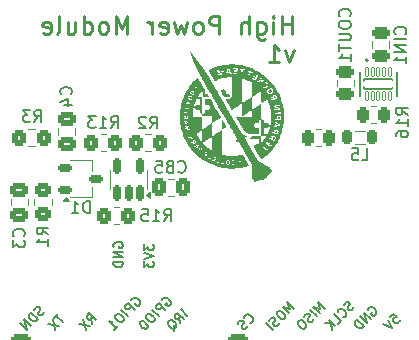
<source format=gbo>
%TF.GenerationSoftware,KiCad,Pcbnew,8.0.8*%
%TF.CreationDate,2025-02-12T15:02:29-05:00*%
%TF.ProjectId,high-power-module,68696768-2d70-46f7-9765-722d6d6f6475,rev?*%
%TF.SameCoordinates,Original*%
%TF.FileFunction,Legend,Bot*%
%TF.FilePolarity,Positive*%
%FSLAX46Y46*%
G04 Gerber Fmt 4.6, Leading zero omitted, Abs format (unit mm)*
G04 Created by KiCad (PCBNEW 8.0.8) date 2025-02-12 15:02:29*
%MOMM*%
%LPD*%
G01*
G04 APERTURE LIST*
G04 Aperture macros list*
%AMRoundRect*
0 Rectangle with rounded corners*
0 $1 Rounding radius*
0 $2 $3 $4 $5 $6 $7 $8 $9 X,Y pos of 4 corners*
0 Add a 4 corners polygon primitive as box body*
4,1,4,$2,$3,$4,$5,$6,$7,$8,$9,$2,$3,0*
0 Add four circle primitives for the rounded corners*
1,1,$1+$1,$2,$3*
1,1,$1+$1,$4,$5*
1,1,$1+$1,$6,$7*
1,1,$1+$1,$8,$9*
0 Add four rect primitives between the rounded corners*
20,1,$1+$1,$2,$3,$4,$5,0*
20,1,$1+$1,$4,$5,$6,$7,0*
20,1,$1+$1,$6,$7,$8,$9,0*
20,1,$1+$1,$8,$9,$2,$3,0*%
G04 Aperture macros list end*
%ADD10C,0.150000*%
%ADD11C,0.250000*%
%ADD12C,0.120000*%
%ADD13C,0.000000*%
%ADD14C,0.127000*%
%ADD15C,0.200000*%
%ADD16C,3.200000*%
%ADD17R,1.700000X1.700000*%
%ADD18O,1.700000X1.700000*%
%ADD19RoundRect,0.101600X-0.762000X-2.032000X0.762000X-2.032000X0.762000X2.032000X-0.762000X2.032000X0*%
%ADD20RoundRect,0.250000X-0.600000X-0.725000X0.600000X-0.725000X0.600000X0.725000X-0.600000X0.725000X0*%
%ADD21O,1.700000X1.950000*%
%ADD22RoundRect,0.250000X-0.337500X-0.475000X0.337500X-0.475000X0.337500X0.475000X-0.337500X0.475000X0*%
%ADD23RoundRect,0.250000X-0.350000X-0.450000X0.350000X-0.450000X0.350000X0.450000X-0.350000X0.450000X0*%
%ADD24RoundRect,0.250000X0.350000X0.450000X-0.350000X0.450000X-0.350000X-0.450000X0.350000X-0.450000X0*%
%ADD25RoundRect,0.250000X0.325000X0.450000X-0.325000X0.450000X-0.325000X-0.450000X0.325000X-0.450000X0*%
%ADD26RoundRect,0.250000X-0.475000X0.250000X-0.475000X-0.250000X0.475000X-0.250000X0.475000X0.250000X0*%
%ADD27RoundRect,0.162500X-0.447500X-0.162500X0.447500X-0.162500X0.447500X0.162500X-0.447500X0.162500X0*%
%ADD28RoundRect,0.250000X0.262500X0.450000X-0.262500X0.450000X-0.262500X-0.450000X0.262500X-0.450000X0*%
%ADD29RoundRect,0.250000X-0.475000X0.337500X-0.475000X-0.337500X0.475000X-0.337500X0.475000X0.337500X0*%
%ADD30RoundRect,0.017550X-0.117450X0.352450X-0.117450X-0.352450X0.117450X-0.352450X0.117450X0.352450X0*%
%ADD31RoundRect,0.102000X-1.200000X0.420000X-1.200000X-0.420000X1.200000X-0.420000X1.200000X0.420000X0*%
%ADD32C,0.704000*%
%ADD33RoundRect,0.250000X0.475000X-0.337500X0.475000X0.337500X-0.475000X0.337500X-0.475000X-0.337500X0*%
%ADD34RoundRect,0.150000X0.150000X-0.512500X0.150000X0.512500X-0.150000X0.512500X-0.150000X-0.512500X0*%
%ADD35RoundRect,0.250000X0.450000X-0.350000X0.450000X0.350000X-0.450000X0.350000X-0.450000X-0.350000X0*%
%ADD36RoundRect,0.250000X0.475000X-0.250000X0.475000X0.250000X-0.475000X0.250000X-0.475000X-0.250000X0*%
%ADD37RoundRect,0.218750X0.218750X0.381250X-0.218750X0.381250X-0.218750X-0.381250X0.218750X-0.381250X0*%
G04 APERTURE END LIST*
D10*
X133972459Y-101939903D02*
X133891647Y-101481967D01*
X134295708Y-101616654D02*
X133730022Y-101050969D01*
X133730022Y-101050969D02*
X133514523Y-101266468D01*
X133514523Y-101266468D02*
X133487586Y-101347280D01*
X133487586Y-101347280D02*
X133487586Y-101401155D01*
X133487586Y-101401155D02*
X133514523Y-101481967D01*
X133514523Y-101481967D02*
X133595335Y-101562779D01*
X133595335Y-101562779D02*
X133676147Y-101589717D01*
X133676147Y-101589717D02*
X133730022Y-101589717D01*
X133730022Y-101589717D02*
X133810834Y-101562779D01*
X133810834Y-101562779D02*
X134026334Y-101347280D01*
X133218212Y-101562779D02*
X133406773Y-102505588D01*
X132841088Y-101939903D02*
X133783897Y-102128465D01*
X129888330Y-100970157D02*
X129834456Y-101077906D01*
X129834456Y-101077906D02*
X129699769Y-101212593D01*
X129699769Y-101212593D02*
X129618956Y-101239531D01*
X129618956Y-101239531D02*
X129565081Y-101239531D01*
X129565081Y-101239531D02*
X129484269Y-101212593D01*
X129484269Y-101212593D02*
X129430394Y-101158719D01*
X129430394Y-101158719D02*
X129403457Y-101077906D01*
X129403457Y-101077906D02*
X129403457Y-101024032D01*
X129403457Y-101024032D02*
X129430394Y-100943219D01*
X129430394Y-100943219D02*
X129511207Y-100808532D01*
X129511207Y-100808532D02*
X129538144Y-100727720D01*
X129538144Y-100727720D02*
X129538144Y-100673845D01*
X129538144Y-100673845D02*
X129511207Y-100593033D01*
X129511207Y-100593033D02*
X129457332Y-100539158D01*
X129457332Y-100539158D02*
X129376520Y-100512221D01*
X129376520Y-100512221D02*
X129322645Y-100512221D01*
X129322645Y-100512221D02*
X129241833Y-100539158D01*
X129241833Y-100539158D02*
X129107146Y-100673845D01*
X129107146Y-100673845D02*
X129053271Y-100781595D01*
X129349582Y-101562780D02*
X128783897Y-100997094D01*
X128783897Y-100997094D02*
X128649210Y-101131781D01*
X128649210Y-101131781D02*
X128595335Y-101239531D01*
X128595335Y-101239531D02*
X128595335Y-101347281D01*
X128595335Y-101347281D02*
X128622272Y-101428093D01*
X128622272Y-101428093D02*
X128703084Y-101562780D01*
X128703084Y-101562780D02*
X128783897Y-101643592D01*
X128783897Y-101643592D02*
X128918584Y-101724404D01*
X128918584Y-101724404D02*
X128999396Y-101751342D01*
X128999396Y-101751342D02*
X129107146Y-101751342D01*
X129107146Y-101751342D02*
X129214895Y-101697467D01*
X129214895Y-101697467D02*
X129349582Y-101562780D01*
X128783897Y-102128465D02*
X128218211Y-101562780D01*
X128218211Y-101562780D02*
X128460648Y-102451714D01*
X128460648Y-102451714D02*
X127894962Y-101886029D01*
X157280208Y-100754658D02*
X157307146Y-100673845D01*
X157307146Y-100673845D02*
X157387958Y-100593033D01*
X157387958Y-100593033D02*
X157495707Y-100539158D01*
X157495707Y-100539158D02*
X157603457Y-100539158D01*
X157603457Y-100539158D02*
X157684269Y-100566096D01*
X157684269Y-100566096D02*
X157818956Y-100646908D01*
X157818956Y-100646908D02*
X157899768Y-100727720D01*
X157899768Y-100727720D02*
X157980581Y-100862407D01*
X157980581Y-100862407D02*
X158007518Y-100943219D01*
X158007518Y-100943219D02*
X158007518Y-101050969D01*
X158007518Y-101050969D02*
X157953643Y-101158719D01*
X157953643Y-101158719D02*
X157899768Y-101212594D01*
X157899768Y-101212594D02*
X157792019Y-101266468D01*
X157792019Y-101266468D02*
X157738144Y-101266468D01*
X157738144Y-101266468D02*
X157549582Y-101077906D01*
X157549582Y-101077906D02*
X157657332Y-100970157D01*
X157549582Y-101562780D02*
X156983897Y-100997094D01*
X156983897Y-100997094D02*
X157226333Y-101886029D01*
X157226333Y-101886029D02*
X156660648Y-101320343D01*
X156956959Y-102155402D02*
X156391274Y-101589717D01*
X156391274Y-101589717D02*
X156256587Y-101724404D01*
X156256587Y-101724404D02*
X156202712Y-101832154D01*
X156202712Y-101832154D02*
X156202712Y-101939903D01*
X156202712Y-101939903D02*
X156229650Y-102020715D01*
X156229650Y-102020715D02*
X156310462Y-102155402D01*
X156310462Y-102155402D02*
X156391274Y-102236215D01*
X156391274Y-102236215D02*
X156525961Y-102317027D01*
X156525961Y-102317027D02*
X156606773Y-102343964D01*
X156606773Y-102343964D02*
X156714523Y-102343964D01*
X156714523Y-102343964D02*
X156822272Y-102290089D01*
X156822272Y-102290089D02*
X156956959Y-102155402D01*
X156119329Y-100539158D02*
X156065454Y-100646908D01*
X156065454Y-100646908D02*
X155930767Y-100781595D01*
X155930767Y-100781595D02*
X155849955Y-100808532D01*
X155849955Y-100808532D02*
X155796080Y-100808532D01*
X155796080Y-100808532D02*
X155715268Y-100781595D01*
X155715268Y-100781595D02*
X155661393Y-100727720D01*
X155661393Y-100727720D02*
X155634456Y-100646908D01*
X155634456Y-100646908D02*
X155634456Y-100593033D01*
X155634456Y-100593033D02*
X155661393Y-100512221D01*
X155661393Y-100512221D02*
X155742205Y-100377534D01*
X155742205Y-100377534D02*
X155769143Y-100296722D01*
X155769143Y-100296722D02*
X155769143Y-100242847D01*
X155769143Y-100242847D02*
X155742205Y-100162035D01*
X155742205Y-100162035D02*
X155688330Y-100108160D01*
X155688330Y-100108160D02*
X155607518Y-100081222D01*
X155607518Y-100081222D02*
X155553643Y-100081222D01*
X155553643Y-100081222D02*
X155472831Y-100108160D01*
X155472831Y-100108160D02*
X155338144Y-100242847D01*
X155338144Y-100242847D02*
X155284269Y-100350596D01*
X155203457Y-101401155D02*
X155257332Y-101401155D01*
X155257332Y-101401155D02*
X155365081Y-101347280D01*
X155365081Y-101347280D02*
X155418956Y-101293406D01*
X155418956Y-101293406D02*
X155472831Y-101185656D01*
X155472831Y-101185656D02*
X155472831Y-101077906D01*
X155472831Y-101077906D02*
X155445894Y-100997094D01*
X155445894Y-100997094D02*
X155365081Y-100862407D01*
X155365081Y-100862407D02*
X155284269Y-100781595D01*
X155284269Y-100781595D02*
X155149582Y-100700783D01*
X155149582Y-100700783D02*
X155068770Y-100673845D01*
X155068770Y-100673845D02*
X154961020Y-100673845D01*
X154961020Y-100673845D02*
X154853271Y-100727720D01*
X154853271Y-100727720D02*
X154799396Y-100781595D01*
X154799396Y-100781595D02*
X154745521Y-100889345D01*
X154745521Y-100889345D02*
X154745521Y-100943219D01*
X154745521Y-101966841D02*
X155014895Y-101697467D01*
X155014895Y-101697467D02*
X154449210Y-101131781D01*
X154556959Y-102155402D02*
X153991274Y-101589717D01*
X154233711Y-102478651D02*
X154152898Y-101912966D01*
X153668025Y-101912966D02*
X154314523Y-101912966D01*
X137288330Y-99946536D02*
X137315267Y-99865724D01*
X137315267Y-99865724D02*
X137396080Y-99784911D01*
X137396080Y-99784911D02*
X137503829Y-99731037D01*
X137503829Y-99731037D02*
X137611579Y-99731037D01*
X137611579Y-99731037D02*
X137692391Y-99757974D01*
X137692391Y-99757974D02*
X137827078Y-99838786D01*
X137827078Y-99838786D02*
X137907890Y-99919598D01*
X137907890Y-99919598D02*
X137988702Y-100054285D01*
X137988702Y-100054285D02*
X138015640Y-100135098D01*
X138015640Y-100135098D02*
X138015640Y-100242847D01*
X138015640Y-100242847D02*
X137961765Y-100350597D01*
X137961765Y-100350597D02*
X137907890Y-100404472D01*
X137907890Y-100404472D02*
X137800141Y-100458346D01*
X137800141Y-100458346D02*
X137746266Y-100458346D01*
X137746266Y-100458346D02*
X137557704Y-100269785D01*
X137557704Y-100269785D02*
X137665454Y-100162035D01*
X137557704Y-100754658D02*
X136992019Y-100188972D01*
X136992019Y-100188972D02*
X136776519Y-100404472D01*
X136776519Y-100404472D02*
X136749582Y-100485284D01*
X136749582Y-100485284D02*
X136749582Y-100539159D01*
X136749582Y-100539159D02*
X136776519Y-100619971D01*
X136776519Y-100619971D02*
X136857332Y-100700783D01*
X136857332Y-100700783D02*
X136938144Y-100727720D01*
X136938144Y-100727720D02*
X136992019Y-100727720D01*
X136992019Y-100727720D02*
X137072831Y-100700783D01*
X137072831Y-100700783D02*
X137288330Y-100485284D01*
X136992019Y-101320343D02*
X136426333Y-100754658D01*
X136049210Y-101131781D02*
X135941460Y-101239531D01*
X135941460Y-101239531D02*
X135914523Y-101320343D01*
X135914523Y-101320343D02*
X135914523Y-101428093D01*
X135914523Y-101428093D02*
X135995335Y-101562780D01*
X135995335Y-101562780D02*
X136183897Y-101751341D01*
X136183897Y-101751341D02*
X136318584Y-101832154D01*
X136318584Y-101832154D02*
X136426333Y-101832154D01*
X136426333Y-101832154D02*
X136507146Y-101805216D01*
X136507146Y-101805216D02*
X136614895Y-101697467D01*
X136614895Y-101697467D02*
X136641833Y-101616654D01*
X136641833Y-101616654D02*
X136641833Y-101508905D01*
X136641833Y-101508905D02*
X136561020Y-101374218D01*
X136561020Y-101374218D02*
X136372459Y-101185656D01*
X136372459Y-101185656D02*
X136237772Y-101104844D01*
X136237772Y-101104844D02*
X136130022Y-101104844D01*
X136130022Y-101104844D02*
X136049210Y-101131781D01*
X135833711Y-102478651D02*
X136156960Y-102155402D01*
X135995335Y-102317027D02*
X135429650Y-101751341D01*
X135429650Y-101751341D02*
X135564337Y-101778279D01*
X135564337Y-101778279D02*
X135672086Y-101778279D01*
X135672086Y-101778279D02*
X135752899Y-101751341D01*
X142018956Y-101293406D02*
X141453270Y-100727721D01*
X141426333Y-101886029D02*
X141345521Y-101428093D01*
X141749582Y-101562780D02*
X141183897Y-100997094D01*
X141183897Y-100997094D02*
X140968397Y-101212594D01*
X140968397Y-101212594D02*
X140941460Y-101293406D01*
X140941460Y-101293406D02*
X140941460Y-101347281D01*
X140941460Y-101347281D02*
X140968397Y-101428093D01*
X140968397Y-101428093D02*
X141049210Y-101508905D01*
X141049210Y-101508905D02*
X141130022Y-101535842D01*
X141130022Y-101535842D02*
X141183897Y-101535842D01*
X141183897Y-101535842D02*
X141264709Y-101508905D01*
X141264709Y-101508905D02*
X141480208Y-101293406D01*
X140860648Y-102559464D02*
X140887585Y-102478651D01*
X140887585Y-102478651D02*
X140887585Y-102370902D01*
X140887585Y-102370902D02*
X140887585Y-102209277D01*
X140887585Y-102209277D02*
X140914523Y-102128465D01*
X140914523Y-102128465D02*
X140968397Y-102074590D01*
X141076147Y-102236215D02*
X141103084Y-102155403D01*
X141103084Y-102155403D02*
X141103084Y-102047653D01*
X141103084Y-102047653D02*
X141022272Y-101912966D01*
X141022272Y-101912966D02*
X140833710Y-101724404D01*
X140833710Y-101724404D02*
X140699023Y-101643592D01*
X140699023Y-101643592D02*
X140591274Y-101643592D01*
X140591274Y-101643592D02*
X140510462Y-101670529D01*
X140510462Y-101670529D02*
X140402712Y-101778279D01*
X140402712Y-101778279D02*
X140375775Y-101859091D01*
X140375775Y-101859091D02*
X140375775Y-101966841D01*
X140375775Y-101966841D02*
X140456587Y-102101528D01*
X140456587Y-102101528D02*
X140645149Y-102290090D01*
X140645149Y-102290090D02*
X140779836Y-102370902D01*
X140779836Y-102370902D02*
X140887585Y-102370902D01*
X140887585Y-102370902D02*
X140968397Y-102343964D01*
X140968397Y-102343964D02*
X141076147Y-102236215D01*
X131076148Y-101104843D02*
X130752899Y-101428092D01*
X131480209Y-101832153D02*
X130914523Y-101266468D01*
X130618212Y-101562779D02*
X130806773Y-102505588D01*
X130241088Y-101939903D02*
X131183897Y-102128465D01*
X151038516Y-100673845D02*
X150472831Y-100108160D01*
X150472831Y-100108160D02*
X150688330Y-100700783D01*
X150688330Y-100700783D02*
X150095707Y-100485284D01*
X150095707Y-100485284D02*
X150661393Y-101050969D01*
X149718584Y-100862407D02*
X149610834Y-100970157D01*
X149610834Y-100970157D02*
X149583897Y-101050969D01*
X149583897Y-101050969D02*
X149583897Y-101158719D01*
X149583897Y-101158719D02*
X149664709Y-101293406D01*
X149664709Y-101293406D02*
X149853271Y-101481968D01*
X149853271Y-101481968D02*
X149987958Y-101562780D01*
X149987958Y-101562780D02*
X150095707Y-101562780D01*
X150095707Y-101562780D02*
X150176519Y-101535842D01*
X150176519Y-101535842D02*
X150284269Y-101428093D01*
X150284269Y-101428093D02*
X150311206Y-101347281D01*
X150311206Y-101347281D02*
X150311206Y-101239531D01*
X150311206Y-101239531D02*
X150230394Y-101104844D01*
X150230394Y-101104844D02*
X150041832Y-100916282D01*
X150041832Y-100916282D02*
X149907145Y-100835470D01*
X149907145Y-100835470D02*
X149799396Y-100835470D01*
X149799396Y-100835470D02*
X149718584Y-100862407D01*
X149799396Y-101859091D02*
X149745521Y-101966841D01*
X149745521Y-101966841D02*
X149610834Y-102101528D01*
X149610834Y-102101528D02*
X149530022Y-102128465D01*
X149530022Y-102128465D02*
X149476147Y-102128465D01*
X149476147Y-102128465D02*
X149395335Y-102101528D01*
X149395335Y-102101528D02*
X149341460Y-102047653D01*
X149341460Y-102047653D02*
X149314523Y-101966841D01*
X149314523Y-101966841D02*
X149314523Y-101912966D01*
X149314523Y-101912966D02*
X149341460Y-101832154D01*
X149341460Y-101832154D02*
X149422272Y-101697467D01*
X149422272Y-101697467D02*
X149449210Y-101616654D01*
X149449210Y-101616654D02*
X149449210Y-101562780D01*
X149449210Y-101562780D02*
X149422272Y-101481967D01*
X149422272Y-101481967D02*
X149368398Y-101428093D01*
X149368398Y-101428093D02*
X149287585Y-101401155D01*
X149287585Y-101401155D02*
X149233711Y-101401155D01*
X149233711Y-101401155D02*
X149152898Y-101428093D01*
X149152898Y-101428093D02*
X149018211Y-101562780D01*
X149018211Y-101562780D02*
X148964337Y-101670529D01*
X149260648Y-102451714D02*
X148694962Y-101886029D01*
X147318584Y-101886028D02*
X147372459Y-101886028D01*
X147372459Y-101886028D02*
X147480208Y-101832153D01*
X147480208Y-101832153D02*
X147534083Y-101778279D01*
X147534083Y-101778279D02*
X147587958Y-101670529D01*
X147587958Y-101670529D02*
X147587958Y-101562779D01*
X147587958Y-101562779D02*
X147561021Y-101481967D01*
X147561021Y-101481967D02*
X147480208Y-101347280D01*
X147480208Y-101347280D02*
X147399396Y-101266468D01*
X147399396Y-101266468D02*
X147264709Y-101185656D01*
X147264709Y-101185656D02*
X147183897Y-101158718D01*
X147183897Y-101158718D02*
X147076147Y-101158718D01*
X147076147Y-101158718D02*
X146968398Y-101212593D01*
X146968398Y-101212593D02*
X146914523Y-101266468D01*
X146914523Y-101266468D02*
X146860648Y-101374218D01*
X146860648Y-101374218D02*
X146860648Y-101428092D01*
X147130022Y-102128465D02*
X147076147Y-102236214D01*
X147076147Y-102236214D02*
X146941460Y-102370901D01*
X146941460Y-102370901D02*
X146860648Y-102397839D01*
X146860648Y-102397839D02*
X146806773Y-102397839D01*
X146806773Y-102397839D02*
X146725961Y-102370901D01*
X146725961Y-102370901D02*
X146672086Y-102317027D01*
X146672086Y-102317027D02*
X146645149Y-102236214D01*
X146645149Y-102236214D02*
X146645149Y-102182340D01*
X146645149Y-102182340D02*
X146672086Y-102101527D01*
X146672086Y-102101527D02*
X146752899Y-101966840D01*
X146752899Y-101966840D02*
X146779836Y-101886028D01*
X146779836Y-101886028D02*
X146779836Y-101832153D01*
X146779836Y-101832153D02*
X146752899Y-101751341D01*
X146752899Y-101751341D02*
X146699024Y-101697466D01*
X146699024Y-101697466D02*
X146618212Y-101670529D01*
X146618212Y-101670529D02*
X146564337Y-101670529D01*
X146564337Y-101670529D02*
X146483525Y-101697466D01*
X146483525Y-101697466D02*
X146348838Y-101832153D01*
X146348838Y-101832153D02*
X146294963Y-101939903D01*
X159179836Y-101401155D02*
X159449210Y-101131781D01*
X159449210Y-101131781D02*
X159745521Y-101374218D01*
X159745521Y-101374218D02*
X159691646Y-101374218D01*
X159691646Y-101374218D02*
X159610834Y-101401155D01*
X159610834Y-101401155D02*
X159476147Y-101535842D01*
X159476147Y-101535842D02*
X159449210Y-101616654D01*
X159449210Y-101616654D02*
X159449210Y-101670529D01*
X159449210Y-101670529D02*
X159476147Y-101751341D01*
X159476147Y-101751341D02*
X159610834Y-101886028D01*
X159610834Y-101886028D02*
X159691646Y-101912966D01*
X159691646Y-101912966D02*
X159745521Y-101912966D01*
X159745521Y-101912966D02*
X159826333Y-101886028D01*
X159826333Y-101886028D02*
X159961020Y-101751341D01*
X159961020Y-101751341D02*
X159987958Y-101670529D01*
X159987958Y-101670529D02*
X159987958Y-101616654D01*
X158991274Y-101589717D02*
X159368397Y-102343964D01*
X159368397Y-102343964D02*
X158614150Y-101966841D01*
X153638516Y-100673845D02*
X153072831Y-100108160D01*
X153072831Y-100108160D02*
X153288330Y-100700783D01*
X153288330Y-100700783D02*
X152695707Y-100485284D01*
X152695707Y-100485284D02*
X153261393Y-101050969D01*
X152992019Y-101320343D02*
X152426333Y-100754658D01*
X152722645Y-101535842D02*
X152668770Y-101643592D01*
X152668770Y-101643592D02*
X152534083Y-101778279D01*
X152534083Y-101778279D02*
X152453271Y-101805216D01*
X152453271Y-101805216D02*
X152399396Y-101805216D01*
X152399396Y-101805216D02*
X152318584Y-101778279D01*
X152318584Y-101778279D02*
X152264709Y-101724404D01*
X152264709Y-101724404D02*
X152237772Y-101643592D01*
X152237772Y-101643592D02*
X152237772Y-101589717D01*
X152237772Y-101589717D02*
X152264709Y-101508905D01*
X152264709Y-101508905D02*
X152345521Y-101374218D01*
X152345521Y-101374218D02*
X152372459Y-101293406D01*
X152372459Y-101293406D02*
X152372459Y-101239531D01*
X152372459Y-101239531D02*
X152345521Y-101158719D01*
X152345521Y-101158719D02*
X152291646Y-101104844D01*
X152291646Y-101104844D02*
X152210834Y-101077906D01*
X152210834Y-101077906D02*
X152156959Y-101077906D01*
X152156959Y-101077906D02*
X152076147Y-101104844D01*
X152076147Y-101104844D02*
X151941460Y-101239531D01*
X151941460Y-101239531D02*
X151887585Y-101347280D01*
X151510462Y-101670529D02*
X151402712Y-101778279D01*
X151402712Y-101778279D02*
X151375775Y-101859091D01*
X151375775Y-101859091D02*
X151375775Y-101966841D01*
X151375775Y-101966841D02*
X151456587Y-102101528D01*
X151456587Y-102101528D02*
X151645149Y-102290090D01*
X151645149Y-102290090D02*
X151779836Y-102370902D01*
X151779836Y-102370902D02*
X151887585Y-102370902D01*
X151887585Y-102370902D02*
X151968397Y-102343964D01*
X151968397Y-102343964D02*
X152076147Y-102236215D01*
X152076147Y-102236215D02*
X152103084Y-102155403D01*
X152103084Y-102155403D02*
X152103084Y-102047653D01*
X152103084Y-102047653D02*
X152022272Y-101912966D01*
X152022272Y-101912966D02*
X151833710Y-101724404D01*
X151833710Y-101724404D02*
X151699023Y-101643592D01*
X151699023Y-101643592D02*
X151591274Y-101643592D01*
X151591274Y-101643592D02*
X151510462Y-101670529D01*
X135800390Y-95472744D02*
X135762295Y-95396554D01*
X135762295Y-95396554D02*
X135762295Y-95282268D01*
X135762295Y-95282268D02*
X135800390Y-95167982D01*
X135800390Y-95167982D02*
X135876580Y-95091792D01*
X135876580Y-95091792D02*
X135952771Y-95053697D01*
X135952771Y-95053697D02*
X136105152Y-95015601D01*
X136105152Y-95015601D02*
X136219438Y-95015601D01*
X136219438Y-95015601D02*
X136371819Y-95053697D01*
X136371819Y-95053697D02*
X136448009Y-95091792D01*
X136448009Y-95091792D02*
X136524200Y-95167982D01*
X136524200Y-95167982D02*
X136562295Y-95282268D01*
X136562295Y-95282268D02*
X136562295Y-95358459D01*
X136562295Y-95358459D02*
X136524200Y-95472744D01*
X136524200Y-95472744D02*
X136486104Y-95510840D01*
X136486104Y-95510840D02*
X136219438Y-95510840D01*
X136219438Y-95510840D02*
X136219438Y-95358459D01*
X136562295Y-95853697D02*
X135762295Y-95853697D01*
X135762295Y-95853697D02*
X136562295Y-96310840D01*
X136562295Y-96310840D02*
X135762295Y-96310840D01*
X136562295Y-96691792D02*
X135762295Y-96691792D01*
X135762295Y-96691792D02*
X135762295Y-96882268D01*
X135762295Y-96882268D02*
X135800390Y-96996554D01*
X135800390Y-96996554D02*
X135876580Y-97072744D01*
X135876580Y-97072744D02*
X135952771Y-97110839D01*
X135952771Y-97110839D02*
X136105152Y-97148935D01*
X136105152Y-97148935D02*
X136219438Y-97148935D01*
X136219438Y-97148935D02*
X136371819Y-97110839D01*
X136371819Y-97110839D02*
X136448009Y-97072744D01*
X136448009Y-97072744D02*
X136524200Y-96996554D01*
X136524200Y-96996554D02*
X136562295Y-96882268D01*
X136562295Y-96882268D02*
X136562295Y-96691792D01*
X139888330Y-99946536D02*
X139915267Y-99865724D01*
X139915267Y-99865724D02*
X139996080Y-99784911D01*
X139996080Y-99784911D02*
X140103829Y-99731037D01*
X140103829Y-99731037D02*
X140211579Y-99731037D01*
X140211579Y-99731037D02*
X140292391Y-99757974D01*
X140292391Y-99757974D02*
X140427078Y-99838786D01*
X140427078Y-99838786D02*
X140507890Y-99919598D01*
X140507890Y-99919598D02*
X140588702Y-100054285D01*
X140588702Y-100054285D02*
X140615640Y-100135098D01*
X140615640Y-100135098D02*
X140615640Y-100242847D01*
X140615640Y-100242847D02*
X140561765Y-100350597D01*
X140561765Y-100350597D02*
X140507890Y-100404472D01*
X140507890Y-100404472D02*
X140400141Y-100458346D01*
X140400141Y-100458346D02*
X140346266Y-100458346D01*
X140346266Y-100458346D02*
X140157704Y-100269785D01*
X140157704Y-100269785D02*
X140265454Y-100162035D01*
X140157704Y-100754658D02*
X139592019Y-100188972D01*
X139592019Y-100188972D02*
X139376519Y-100404472D01*
X139376519Y-100404472D02*
X139349582Y-100485284D01*
X139349582Y-100485284D02*
X139349582Y-100539159D01*
X139349582Y-100539159D02*
X139376519Y-100619971D01*
X139376519Y-100619971D02*
X139457332Y-100700783D01*
X139457332Y-100700783D02*
X139538144Y-100727720D01*
X139538144Y-100727720D02*
X139592019Y-100727720D01*
X139592019Y-100727720D02*
X139672831Y-100700783D01*
X139672831Y-100700783D02*
X139888330Y-100485284D01*
X139592019Y-101320343D02*
X139026333Y-100754658D01*
X138649210Y-101131781D02*
X138541460Y-101239531D01*
X138541460Y-101239531D02*
X138514523Y-101320343D01*
X138514523Y-101320343D02*
X138514523Y-101428093D01*
X138514523Y-101428093D02*
X138595335Y-101562780D01*
X138595335Y-101562780D02*
X138783897Y-101751341D01*
X138783897Y-101751341D02*
X138918584Y-101832154D01*
X138918584Y-101832154D02*
X139026333Y-101832154D01*
X139026333Y-101832154D02*
X139107146Y-101805216D01*
X139107146Y-101805216D02*
X139214895Y-101697467D01*
X139214895Y-101697467D02*
X139241833Y-101616654D01*
X139241833Y-101616654D02*
X139241833Y-101508905D01*
X139241833Y-101508905D02*
X139161020Y-101374218D01*
X139161020Y-101374218D02*
X138972459Y-101185656D01*
X138972459Y-101185656D02*
X138837772Y-101104844D01*
X138837772Y-101104844D02*
X138730022Y-101104844D01*
X138730022Y-101104844D02*
X138649210Y-101131781D01*
X138056587Y-101724404D02*
X138002712Y-101778279D01*
X138002712Y-101778279D02*
X137975775Y-101859091D01*
X137975775Y-101859091D02*
X137975775Y-101912966D01*
X137975775Y-101912966D02*
X138002712Y-101993778D01*
X138002712Y-101993778D02*
X138083525Y-102128465D01*
X138083525Y-102128465D02*
X138218212Y-102263152D01*
X138218212Y-102263152D02*
X138352899Y-102343964D01*
X138352899Y-102343964D02*
X138433711Y-102370901D01*
X138433711Y-102370901D02*
X138487586Y-102370901D01*
X138487586Y-102370901D02*
X138568398Y-102343964D01*
X138568398Y-102343964D02*
X138622273Y-102290089D01*
X138622273Y-102290089D02*
X138649210Y-102209277D01*
X138649210Y-102209277D02*
X138649210Y-102155402D01*
X138649210Y-102155402D02*
X138622273Y-102074590D01*
X138622273Y-102074590D02*
X138541460Y-101939903D01*
X138541460Y-101939903D02*
X138406773Y-101805216D01*
X138406773Y-101805216D02*
X138272086Y-101724404D01*
X138272086Y-101724404D02*
X138191274Y-101697466D01*
X138191274Y-101697466D02*
X138137399Y-101697466D01*
X138137399Y-101697466D02*
X138056587Y-101724404D01*
D11*
X150878384Y-77388512D02*
X150878384Y-75888512D01*
X150878384Y-76602798D02*
X150021241Y-76602798D01*
X150021241Y-77388512D02*
X150021241Y-75888512D01*
X149306955Y-77388512D02*
X149306955Y-76388512D01*
X149306955Y-75888512D02*
X149378383Y-75959941D01*
X149378383Y-75959941D02*
X149306955Y-76031369D01*
X149306955Y-76031369D02*
X149235526Y-75959941D01*
X149235526Y-75959941D02*
X149306955Y-75888512D01*
X149306955Y-75888512D02*
X149306955Y-76031369D01*
X147949812Y-76388512D02*
X147949812Y-77602798D01*
X147949812Y-77602798D02*
X148021240Y-77745655D01*
X148021240Y-77745655D02*
X148092669Y-77817084D01*
X148092669Y-77817084D02*
X148235526Y-77888512D01*
X148235526Y-77888512D02*
X148449812Y-77888512D01*
X148449812Y-77888512D02*
X148592669Y-77817084D01*
X147949812Y-77317084D02*
X148092669Y-77388512D01*
X148092669Y-77388512D02*
X148378383Y-77388512D01*
X148378383Y-77388512D02*
X148521240Y-77317084D01*
X148521240Y-77317084D02*
X148592669Y-77245655D01*
X148592669Y-77245655D02*
X148664097Y-77102798D01*
X148664097Y-77102798D02*
X148664097Y-76674226D01*
X148664097Y-76674226D02*
X148592669Y-76531369D01*
X148592669Y-76531369D02*
X148521240Y-76459941D01*
X148521240Y-76459941D02*
X148378383Y-76388512D01*
X148378383Y-76388512D02*
X148092669Y-76388512D01*
X148092669Y-76388512D02*
X147949812Y-76459941D01*
X147235526Y-77388512D02*
X147235526Y-75888512D01*
X146592669Y-77388512D02*
X146592669Y-76602798D01*
X146592669Y-76602798D02*
X146664097Y-76459941D01*
X146664097Y-76459941D02*
X146806954Y-76388512D01*
X146806954Y-76388512D02*
X147021240Y-76388512D01*
X147021240Y-76388512D02*
X147164097Y-76459941D01*
X147164097Y-76459941D02*
X147235526Y-76531369D01*
X144735526Y-77388512D02*
X144735526Y-75888512D01*
X144735526Y-75888512D02*
X144164097Y-75888512D01*
X144164097Y-75888512D02*
X144021240Y-75959941D01*
X144021240Y-75959941D02*
X143949811Y-76031369D01*
X143949811Y-76031369D02*
X143878383Y-76174226D01*
X143878383Y-76174226D02*
X143878383Y-76388512D01*
X143878383Y-76388512D02*
X143949811Y-76531369D01*
X143949811Y-76531369D02*
X144021240Y-76602798D01*
X144021240Y-76602798D02*
X144164097Y-76674226D01*
X144164097Y-76674226D02*
X144735526Y-76674226D01*
X143021240Y-77388512D02*
X143164097Y-77317084D01*
X143164097Y-77317084D02*
X143235526Y-77245655D01*
X143235526Y-77245655D02*
X143306954Y-77102798D01*
X143306954Y-77102798D02*
X143306954Y-76674226D01*
X143306954Y-76674226D02*
X143235526Y-76531369D01*
X143235526Y-76531369D02*
X143164097Y-76459941D01*
X143164097Y-76459941D02*
X143021240Y-76388512D01*
X143021240Y-76388512D02*
X142806954Y-76388512D01*
X142806954Y-76388512D02*
X142664097Y-76459941D01*
X142664097Y-76459941D02*
X142592669Y-76531369D01*
X142592669Y-76531369D02*
X142521240Y-76674226D01*
X142521240Y-76674226D02*
X142521240Y-77102798D01*
X142521240Y-77102798D02*
X142592669Y-77245655D01*
X142592669Y-77245655D02*
X142664097Y-77317084D01*
X142664097Y-77317084D02*
X142806954Y-77388512D01*
X142806954Y-77388512D02*
X143021240Y-77388512D01*
X142021240Y-76388512D02*
X141735526Y-77388512D01*
X141735526Y-77388512D02*
X141449811Y-76674226D01*
X141449811Y-76674226D02*
X141164097Y-77388512D01*
X141164097Y-77388512D02*
X140878383Y-76388512D01*
X139735525Y-77317084D02*
X139878382Y-77388512D01*
X139878382Y-77388512D02*
X140164097Y-77388512D01*
X140164097Y-77388512D02*
X140306954Y-77317084D01*
X140306954Y-77317084D02*
X140378382Y-77174226D01*
X140378382Y-77174226D02*
X140378382Y-76602798D01*
X140378382Y-76602798D02*
X140306954Y-76459941D01*
X140306954Y-76459941D02*
X140164097Y-76388512D01*
X140164097Y-76388512D02*
X139878382Y-76388512D01*
X139878382Y-76388512D02*
X139735525Y-76459941D01*
X139735525Y-76459941D02*
X139664097Y-76602798D01*
X139664097Y-76602798D02*
X139664097Y-76745655D01*
X139664097Y-76745655D02*
X140378382Y-76888512D01*
X139021240Y-77388512D02*
X139021240Y-76388512D01*
X139021240Y-76674226D02*
X138949811Y-76531369D01*
X138949811Y-76531369D02*
X138878383Y-76459941D01*
X138878383Y-76459941D02*
X138735525Y-76388512D01*
X138735525Y-76388512D02*
X138592668Y-76388512D01*
X136949812Y-77388512D02*
X136949812Y-75888512D01*
X136949812Y-75888512D02*
X136449812Y-76959941D01*
X136449812Y-76959941D02*
X135949812Y-75888512D01*
X135949812Y-75888512D02*
X135949812Y-77388512D01*
X135021240Y-77388512D02*
X135164097Y-77317084D01*
X135164097Y-77317084D02*
X135235526Y-77245655D01*
X135235526Y-77245655D02*
X135306954Y-77102798D01*
X135306954Y-77102798D02*
X135306954Y-76674226D01*
X135306954Y-76674226D02*
X135235526Y-76531369D01*
X135235526Y-76531369D02*
X135164097Y-76459941D01*
X135164097Y-76459941D02*
X135021240Y-76388512D01*
X135021240Y-76388512D02*
X134806954Y-76388512D01*
X134806954Y-76388512D02*
X134664097Y-76459941D01*
X134664097Y-76459941D02*
X134592669Y-76531369D01*
X134592669Y-76531369D02*
X134521240Y-76674226D01*
X134521240Y-76674226D02*
X134521240Y-77102798D01*
X134521240Y-77102798D02*
X134592669Y-77245655D01*
X134592669Y-77245655D02*
X134664097Y-77317084D01*
X134664097Y-77317084D02*
X134806954Y-77388512D01*
X134806954Y-77388512D02*
X135021240Y-77388512D01*
X133235526Y-77388512D02*
X133235526Y-75888512D01*
X133235526Y-77317084D02*
X133378383Y-77388512D01*
X133378383Y-77388512D02*
X133664097Y-77388512D01*
X133664097Y-77388512D02*
X133806954Y-77317084D01*
X133806954Y-77317084D02*
X133878383Y-77245655D01*
X133878383Y-77245655D02*
X133949811Y-77102798D01*
X133949811Y-77102798D02*
X133949811Y-76674226D01*
X133949811Y-76674226D02*
X133878383Y-76531369D01*
X133878383Y-76531369D02*
X133806954Y-76459941D01*
X133806954Y-76459941D02*
X133664097Y-76388512D01*
X133664097Y-76388512D02*
X133378383Y-76388512D01*
X133378383Y-76388512D02*
X133235526Y-76459941D01*
X131878383Y-76388512D02*
X131878383Y-77388512D01*
X132521240Y-76388512D02*
X132521240Y-77174226D01*
X132521240Y-77174226D02*
X132449811Y-77317084D01*
X132449811Y-77317084D02*
X132306954Y-77388512D01*
X132306954Y-77388512D02*
X132092668Y-77388512D01*
X132092668Y-77388512D02*
X131949811Y-77317084D01*
X131949811Y-77317084D02*
X131878383Y-77245655D01*
X130949811Y-77388512D02*
X131092668Y-77317084D01*
X131092668Y-77317084D02*
X131164097Y-77174226D01*
X131164097Y-77174226D02*
X131164097Y-75888512D01*
X129806954Y-77317084D02*
X129949811Y-77388512D01*
X129949811Y-77388512D02*
X130235526Y-77388512D01*
X130235526Y-77388512D02*
X130378383Y-77317084D01*
X130378383Y-77317084D02*
X130449811Y-77174226D01*
X130449811Y-77174226D02*
X130449811Y-76602798D01*
X130449811Y-76602798D02*
X130378383Y-76459941D01*
X130378383Y-76459941D02*
X130235526Y-76388512D01*
X130235526Y-76388512D02*
X129949811Y-76388512D01*
X129949811Y-76388512D02*
X129806954Y-76459941D01*
X129806954Y-76459941D02*
X129735526Y-76602798D01*
X129735526Y-76602798D02*
X129735526Y-76745655D01*
X129735526Y-76745655D02*
X130449811Y-76888512D01*
X151021241Y-78803428D02*
X150664098Y-79803428D01*
X150664098Y-79803428D02*
X150306955Y-78803428D01*
X148949812Y-79803428D02*
X149806955Y-79803428D01*
X149378384Y-79803428D02*
X149378384Y-78303428D01*
X149378384Y-78303428D02*
X149521241Y-78517714D01*
X149521241Y-78517714D02*
X149664098Y-78660571D01*
X149664098Y-78660571D02*
X149806955Y-78732000D01*
D10*
X138362295Y-95206077D02*
X138362295Y-95701315D01*
X138362295Y-95701315D02*
X138667057Y-95434649D01*
X138667057Y-95434649D02*
X138667057Y-95548934D01*
X138667057Y-95548934D02*
X138705152Y-95625125D01*
X138705152Y-95625125D02*
X138743247Y-95663220D01*
X138743247Y-95663220D02*
X138819438Y-95701315D01*
X138819438Y-95701315D02*
X139009914Y-95701315D01*
X139009914Y-95701315D02*
X139086104Y-95663220D01*
X139086104Y-95663220D02*
X139124200Y-95625125D01*
X139124200Y-95625125D02*
X139162295Y-95548934D01*
X139162295Y-95548934D02*
X139162295Y-95320363D01*
X139162295Y-95320363D02*
X139124200Y-95244172D01*
X139124200Y-95244172D02*
X139086104Y-95206077D01*
X138362295Y-95929887D02*
X139162295Y-96196554D01*
X139162295Y-96196554D02*
X138362295Y-96463220D01*
X138362295Y-96653696D02*
X138362295Y-97148934D01*
X138362295Y-97148934D02*
X138667057Y-96882268D01*
X138667057Y-96882268D02*
X138667057Y-96996553D01*
X138667057Y-96996553D02*
X138705152Y-97072744D01*
X138705152Y-97072744D02*
X138743247Y-97110839D01*
X138743247Y-97110839D02*
X138819438Y-97148934D01*
X138819438Y-97148934D02*
X139009914Y-97148934D01*
X139009914Y-97148934D02*
X139086104Y-97110839D01*
X139086104Y-97110839D02*
X139124200Y-97072744D01*
X139124200Y-97072744D02*
X139162295Y-96996553D01*
X139162295Y-96996553D02*
X139162295Y-96767982D01*
X139162295Y-96767982D02*
X139124200Y-96691791D01*
X139124200Y-96691791D02*
X139086104Y-96653696D01*
X141266666Y-89059580D02*
X141314285Y-89107200D01*
X141314285Y-89107200D02*
X141457142Y-89154819D01*
X141457142Y-89154819D02*
X141552380Y-89154819D01*
X141552380Y-89154819D02*
X141695237Y-89107200D01*
X141695237Y-89107200D02*
X141790475Y-89011961D01*
X141790475Y-89011961D02*
X141838094Y-88916723D01*
X141838094Y-88916723D02*
X141885713Y-88726247D01*
X141885713Y-88726247D02*
X141885713Y-88583390D01*
X141885713Y-88583390D02*
X141838094Y-88392914D01*
X141838094Y-88392914D02*
X141790475Y-88297676D01*
X141790475Y-88297676D02*
X141695237Y-88202438D01*
X141695237Y-88202438D02*
X141552380Y-88154819D01*
X141552380Y-88154819D02*
X141457142Y-88154819D01*
X141457142Y-88154819D02*
X141314285Y-88202438D01*
X141314285Y-88202438D02*
X141266666Y-88250057D01*
X140504761Y-88631009D02*
X140361904Y-88678628D01*
X140361904Y-88678628D02*
X140314285Y-88726247D01*
X140314285Y-88726247D02*
X140266666Y-88821485D01*
X140266666Y-88821485D02*
X140266666Y-88964342D01*
X140266666Y-88964342D02*
X140314285Y-89059580D01*
X140314285Y-89059580D02*
X140361904Y-89107200D01*
X140361904Y-89107200D02*
X140457142Y-89154819D01*
X140457142Y-89154819D02*
X140838094Y-89154819D01*
X140838094Y-89154819D02*
X140838094Y-88154819D01*
X140838094Y-88154819D02*
X140504761Y-88154819D01*
X140504761Y-88154819D02*
X140409523Y-88202438D01*
X140409523Y-88202438D02*
X140361904Y-88250057D01*
X140361904Y-88250057D02*
X140314285Y-88345295D01*
X140314285Y-88345295D02*
X140314285Y-88440533D01*
X140314285Y-88440533D02*
X140361904Y-88535771D01*
X140361904Y-88535771D02*
X140409523Y-88583390D01*
X140409523Y-88583390D02*
X140504761Y-88631009D01*
X140504761Y-88631009D02*
X140838094Y-88631009D01*
X139361904Y-88154819D02*
X139838094Y-88154819D01*
X139838094Y-88154819D02*
X139885713Y-88631009D01*
X139885713Y-88631009D02*
X139838094Y-88583390D01*
X139838094Y-88583390D02*
X139742856Y-88535771D01*
X139742856Y-88535771D02*
X139504761Y-88535771D01*
X139504761Y-88535771D02*
X139409523Y-88583390D01*
X139409523Y-88583390D02*
X139361904Y-88631009D01*
X139361904Y-88631009D02*
X139314285Y-88726247D01*
X139314285Y-88726247D02*
X139314285Y-88964342D01*
X139314285Y-88964342D02*
X139361904Y-89059580D01*
X139361904Y-89059580D02*
X139409523Y-89107200D01*
X139409523Y-89107200D02*
X139504761Y-89154819D01*
X139504761Y-89154819D02*
X139742856Y-89154819D01*
X139742856Y-89154819D02*
X139838094Y-89107200D01*
X139838094Y-89107200D02*
X139885713Y-89059580D01*
X135542857Y-85354819D02*
X135876190Y-84878628D01*
X136114285Y-85354819D02*
X136114285Y-84354819D01*
X136114285Y-84354819D02*
X135733333Y-84354819D01*
X135733333Y-84354819D02*
X135638095Y-84402438D01*
X135638095Y-84402438D02*
X135590476Y-84450057D01*
X135590476Y-84450057D02*
X135542857Y-84545295D01*
X135542857Y-84545295D02*
X135542857Y-84688152D01*
X135542857Y-84688152D02*
X135590476Y-84783390D01*
X135590476Y-84783390D02*
X135638095Y-84831009D01*
X135638095Y-84831009D02*
X135733333Y-84878628D01*
X135733333Y-84878628D02*
X136114285Y-84878628D01*
X134590476Y-85354819D02*
X135161904Y-85354819D01*
X134876190Y-85354819D02*
X134876190Y-84354819D01*
X134876190Y-84354819D02*
X134971428Y-84497676D01*
X134971428Y-84497676D02*
X135066666Y-84592914D01*
X135066666Y-84592914D02*
X135161904Y-84640533D01*
X134257142Y-84354819D02*
X133638095Y-84354819D01*
X133638095Y-84354819D02*
X133971428Y-84735771D01*
X133971428Y-84735771D02*
X133828571Y-84735771D01*
X133828571Y-84735771D02*
X133733333Y-84783390D01*
X133733333Y-84783390D02*
X133685714Y-84831009D01*
X133685714Y-84831009D02*
X133638095Y-84926247D01*
X133638095Y-84926247D02*
X133638095Y-85164342D01*
X133638095Y-85164342D02*
X133685714Y-85259580D01*
X133685714Y-85259580D02*
X133733333Y-85307200D01*
X133733333Y-85307200D02*
X133828571Y-85354819D01*
X133828571Y-85354819D02*
X134114285Y-85354819D01*
X134114285Y-85354819D02*
X134209523Y-85307200D01*
X134209523Y-85307200D02*
X134257142Y-85259580D01*
X138866666Y-85404819D02*
X139199999Y-84928628D01*
X139438094Y-85404819D02*
X139438094Y-84404819D01*
X139438094Y-84404819D02*
X139057142Y-84404819D01*
X139057142Y-84404819D02*
X138961904Y-84452438D01*
X138961904Y-84452438D02*
X138914285Y-84500057D01*
X138914285Y-84500057D02*
X138866666Y-84595295D01*
X138866666Y-84595295D02*
X138866666Y-84738152D01*
X138866666Y-84738152D02*
X138914285Y-84833390D01*
X138914285Y-84833390D02*
X138961904Y-84881009D01*
X138961904Y-84881009D02*
X139057142Y-84928628D01*
X139057142Y-84928628D02*
X139438094Y-84928628D01*
X138485713Y-84500057D02*
X138438094Y-84452438D01*
X138438094Y-84452438D02*
X138342856Y-84404819D01*
X138342856Y-84404819D02*
X138104761Y-84404819D01*
X138104761Y-84404819D02*
X138009523Y-84452438D01*
X138009523Y-84452438D02*
X137961904Y-84500057D01*
X137961904Y-84500057D02*
X137914285Y-84595295D01*
X137914285Y-84595295D02*
X137914285Y-84690533D01*
X137914285Y-84690533D02*
X137961904Y-84833390D01*
X137961904Y-84833390D02*
X138533332Y-85404819D01*
X138533332Y-85404819D02*
X137914285Y-85404819D01*
X129066666Y-84854819D02*
X129399999Y-84378628D01*
X129638094Y-84854819D02*
X129638094Y-83854819D01*
X129638094Y-83854819D02*
X129257142Y-83854819D01*
X129257142Y-83854819D02*
X129161904Y-83902438D01*
X129161904Y-83902438D02*
X129114285Y-83950057D01*
X129114285Y-83950057D02*
X129066666Y-84045295D01*
X129066666Y-84045295D02*
X129066666Y-84188152D01*
X129066666Y-84188152D02*
X129114285Y-84283390D01*
X129114285Y-84283390D02*
X129161904Y-84331009D01*
X129161904Y-84331009D02*
X129257142Y-84378628D01*
X129257142Y-84378628D02*
X129638094Y-84378628D01*
X128733332Y-83854819D02*
X128114285Y-83854819D01*
X128114285Y-83854819D02*
X128447618Y-84235771D01*
X128447618Y-84235771D02*
X128304761Y-84235771D01*
X128304761Y-84235771D02*
X128209523Y-84283390D01*
X128209523Y-84283390D02*
X128161904Y-84331009D01*
X128161904Y-84331009D02*
X128114285Y-84426247D01*
X128114285Y-84426247D02*
X128114285Y-84664342D01*
X128114285Y-84664342D02*
X128161904Y-84759580D01*
X128161904Y-84759580D02*
X128209523Y-84807200D01*
X128209523Y-84807200D02*
X128304761Y-84854819D01*
X128304761Y-84854819D02*
X128590475Y-84854819D01*
X128590475Y-84854819D02*
X128685713Y-84807200D01*
X128685713Y-84807200D02*
X128733332Y-84759580D01*
X160459580Y-77421428D02*
X160507200Y-77373809D01*
X160507200Y-77373809D02*
X160554819Y-77230952D01*
X160554819Y-77230952D02*
X160554819Y-77135714D01*
X160554819Y-77135714D02*
X160507200Y-76992857D01*
X160507200Y-76992857D02*
X160411961Y-76897619D01*
X160411961Y-76897619D02*
X160316723Y-76850000D01*
X160316723Y-76850000D02*
X160126247Y-76802381D01*
X160126247Y-76802381D02*
X159983390Y-76802381D01*
X159983390Y-76802381D02*
X159792914Y-76850000D01*
X159792914Y-76850000D02*
X159697676Y-76897619D01*
X159697676Y-76897619D02*
X159602438Y-76992857D01*
X159602438Y-76992857D02*
X159554819Y-77135714D01*
X159554819Y-77135714D02*
X159554819Y-77230952D01*
X159554819Y-77230952D02*
X159602438Y-77373809D01*
X159602438Y-77373809D02*
X159650057Y-77421428D01*
X160554819Y-77850000D02*
X159554819Y-77850000D01*
X160554819Y-78326190D02*
X159554819Y-78326190D01*
X159554819Y-78326190D02*
X160554819Y-78897618D01*
X160554819Y-78897618D02*
X159554819Y-78897618D01*
X160554819Y-79897618D02*
X160554819Y-79326190D01*
X160554819Y-79611904D02*
X159554819Y-79611904D01*
X159554819Y-79611904D02*
X159697676Y-79516666D01*
X159697676Y-79516666D02*
X159792914Y-79421428D01*
X159792914Y-79421428D02*
X159840533Y-79326190D01*
X133738094Y-92554819D02*
X133738094Y-91554819D01*
X133738094Y-91554819D02*
X133499999Y-91554819D01*
X133499999Y-91554819D02*
X133357142Y-91602438D01*
X133357142Y-91602438D02*
X133261904Y-91697676D01*
X133261904Y-91697676D02*
X133214285Y-91792914D01*
X133214285Y-91792914D02*
X133166666Y-91983390D01*
X133166666Y-91983390D02*
X133166666Y-92126247D01*
X133166666Y-92126247D02*
X133214285Y-92316723D01*
X133214285Y-92316723D02*
X133261904Y-92411961D01*
X133261904Y-92411961D02*
X133357142Y-92507200D01*
X133357142Y-92507200D02*
X133499999Y-92554819D01*
X133499999Y-92554819D02*
X133738094Y-92554819D01*
X132214285Y-92554819D02*
X132785713Y-92554819D01*
X132499999Y-92554819D02*
X132499999Y-91554819D01*
X132499999Y-91554819D02*
X132595237Y-91697676D01*
X132595237Y-91697676D02*
X132690475Y-91792914D01*
X132690475Y-91792914D02*
X132785713Y-91840533D01*
X160704819Y-84257142D02*
X160228628Y-83923809D01*
X160704819Y-83685714D02*
X159704819Y-83685714D01*
X159704819Y-83685714D02*
X159704819Y-84066666D01*
X159704819Y-84066666D02*
X159752438Y-84161904D01*
X159752438Y-84161904D02*
X159800057Y-84209523D01*
X159800057Y-84209523D02*
X159895295Y-84257142D01*
X159895295Y-84257142D02*
X160038152Y-84257142D01*
X160038152Y-84257142D02*
X160133390Y-84209523D01*
X160133390Y-84209523D02*
X160181009Y-84161904D01*
X160181009Y-84161904D02*
X160228628Y-84066666D01*
X160228628Y-84066666D02*
X160228628Y-83685714D01*
X160704819Y-85209523D02*
X160704819Y-84638095D01*
X160704819Y-84923809D02*
X159704819Y-84923809D01*
X159704819Y-84923809D02*
X159847676Y-84828571D01*
X159847676Y-84828571D02*
X159942914Y-84733333D01*
X159942914Y-84733333D02*
X159990533Y-84638095D01*
X159704819Y-86066666D02*
X159704819Y-85876190D01*
X159704819Y-85876190D02*
X159752438Y-85780952D01*
X159752438Y-85780952D02*
X159800057Y-85733333D01*
X159800057Y-85733333D02*
X159942914Y-85638095D01*
X159942914Y-85638095D02*
X160133390Y-85590476D01*
X160133390Y-85590476D02*
X160514342Y-85590476D01*
X160514342Y-85590476D02*
X160609580Y-85638095D01*
X160609580Y-85638095D02*
X160657200Y-85685714D01*
X160657200Y-85685714D02*
X160704819Y-85780952D01*
X160704819Y-85780952D02*
X160704819Y-85971428D01*
X160704819Y-85971428D02*
X160657200Y-86066666D01*
X160657200Y-86066666D02*
X160609580Y-86114285D01*
X160609580Y-86114285D02*
X160514342Y-86161904D01*
X160514342Y-86161904D02*
X160276247Y-86161904D01*
X160276247Y-86161904D02*
X160181009Y-86114285D01*
X160181009Y-86114285D02*
X160133390Y-86066666D01*
X160133390Y-86066666D02*
X160085771Y-85971428D01*
X160085771Y-85971428D02*
X160085771Y-85780952D01*
X160085771Y-85780952D02*
X160133390Y-85685714D01*
X160133390Y-85685714D02*
X160181009Y-85638095D01*
X160181009Y-85638095D02*
X160276247Y-85590476D01*
X132159580Y-82533333D02*
X132207200Y-82485714D01*
X132207200Y-82485714D02*
X132254819Y-82342857D01*
X132254819Y-82342857D02*
X132254819Y-82247619D01*
X132254819Y-82247619D02*
X132207200Y-82104762D01*
X132207200Y-82104762D02*
X132111961Y-82009524D01*
X132111961Y-82009524D02*
X132016723Y-81961905D01*
X132016723Y-81961905D02*
X131826247Y-81914286D01*
X131826247Y-81914286D02*
X131683390Y-81914286D01*
X131683390Y-81914286D02*
X131492914Y-81961905D01*
X131492914Y-81961905D02*
X131397676Y-82009524D01*
X131397676Y-82009524D02*
X131302438Y-82104762D01*
X131302438Y-82104762D02*
X131254819Y-82247619D01*
X131254819Y-82247619D02*
X131254819Y-82342857D01*
X131254819Y-82342857D02*
X131302438Y-82485714D01*
X131302438Y-82485714D02*
X131350057Y-82533333D01*
X131588152Y-83390476D02*
X132254819Y-83390476D01*
X131207200Y-83152381D02*
X131921485Y-82914286D01*
X131921485Y-82914286D02*
X131921485Y-83533333D01*
X140042857Y-93254819D02*
X140376190Y-92778628D01*
X140614285Y-93254819D02*
X140614285Y-92254819D01*
X140614285Y-92254819D02*
X140233333Y-92254819D01*
X140233333Y-92254819D02*
X140138095Y-92302438D01*
X140138095Y-92302438D02*
X140090476Y-92350057D01*
X140090476Y-92350057D02*
X140042857Y-92445295D01*
X140042857Y-92445295D02*
X140042857Y-92588152D01*
X140042857Y-92588152D02*
X140090476Y-92683390D01*
X140090476Y-92683390D02*
X140138095Y-92731009D01*
X140138095Y-92731009D02*
X140233333Y-92778628D01*
X140233333Y-92778628D02*
X140614285Y-92778628D01*
X139090476Y-93254819D02*
X139661904Y-93254819D01*
X139376190Y-93254819D02*
X139376190Y-92254819D01*
X139376190Y-92254819D02*
X139471428Y-92397676D01*
X139471428Y-92397676D02*
X139566666Y-92492914D01*
X139566666Y-92492914D02*
X139661904Y-92540533D01*
X138185714Y-92254819D02*
X138661904Y-92254819D01*
X138661904Y-92254819D02*
X138709523Y-92731009D01*
X138709523Y-92731009D02*
X138661904Y-92683390D01*
X138661904Y-92683390D02*
X138566666Y-92635771D01*
X138566666Y-92635771D02*
X138328571Y-92635771D01*
X138328571Y-92635771D02*
X138233333Y-92683390D01*
X138233333Y-92683390D02*
X138185714Y-92731009D01*
X138185714Y-92731009D02*
X138138095Y-92826247D01*
X138138095Y-92826247D02*
X138138095Y-93064342D01*
X138138095Y-93064342D02*
X138185714Y-93159580D01*
X138185714Y-93159580D02*
X138233333Y-93207200D01*
X138233333Y-93207200D02*
X138328571Y-93254819D01*
X138328571Y-93254819D02*
X138566666Y-93254819D01*
X138566666Y-93254819D02*
X138661904Y-93207200D01*
X138661904Y-93207200D02*
X138709523Y-93159580D01*
X128159580Y-94533333D02*
X128207200Y-94485714D01*
X128207200Y-94485714D02*
X128254819Y-94342857D01*
X128254819Y-94342857D02*
X128254819Y-94247619D01*
X128254819Y-94247619D02*
X128207200Y-94104762D01*
X128207200Y-94104762D02*
X128111961Y-94009524D01*
X128111961Y-94009524D02*
X128016723Y-93961905D01*
X128016723Y-93961905D02*
X127826247Y-93914286D01*
X127826247Y-93914286D02*
X127683390Y-93914286D01*
X127683390Y-93914286D02*
X127492914Y-93961905D01*
X127492914Y-93961905D02*
X127397676Y-94009524D01*
X127397676Y-94009524D02*
X127302438Y-94104762D01*
X127302438Y-94104762D02*
X127254819Y-94247619D01*
X127254819Y-94247619D02*
X127254819Y-94342857D01*
X127254819Y-94342857D02*
X127302438Y-94485714D01*
X127302438Y-94485714D02*
X127350057Y-94533333D01*
X127254819Y-94866667D02*
X127254819Y-95485714D01*
X127254819Y-95485714D02*
X127635771Y-95152381D01*
X127635771Y-95152381D02*
X127635771Y-95295238D01*
X127635771Y-95295238D02*
X127683390Y-95390476D01*
X127683390Y-95390476D02*
X127731009Y-95438095D01*
X127731009Y-95438095D02*
X127826247Y-95485714D01*
X127826247Y-95485714D02*
X128064342Y-95485714D01*
X128064342Y-95485714D02*
X128159580Y-95438095D01*
X128159580Y-95438095D02*
X128207200Y-95390476D01*
X128207200Y-95390476D02*
X128254819Y-95295238D01*
X128254819Y-95295238D02*
X128254819Y-95009524D01*
X128254819Y-95009524D02*
X128207200Y-94914286D01*
X128207200Y-94914286D02*
X128159580Y-94866667D01*
X130254819Y-94383333D02*
X129778628Y-94050000D01*
X130254819Y-93811905D02*
X129254819Y-93811905D01*
X129254819Y-93811905D02*
X129254819Y-94192857D01*
X129254819Y-94192857D02*
X129302438Y-94288095D01*
X129302438Y-94288095D02*
X129350057Y-94335714D01*
X129350057Y-94335714D02*
X129445295Y-94383333D01*
X129445295Y-94383333D02*
X129588152Y-94383333D01*
X129588152Y-94383333D02*
X129683390Y-94335714D01*
X129683390Y-94335714D02*
X129731009Y-94288095D01*
X129731009Y-94288095D02*
X129778628Y-94192857D01*
X129778628Y-94192857D02*
X129778628Y-93811905D01*
X130254819Y-95335714D02*
X130254819Y-94764286D01*
X130254819Y-95050000D02*
X129254819Y-95050000D01*
X129254819Y-95050000D02*
X129397676Y-94954762D01*
X129397676Y-94954762D02*
X129492914Y-94859524D01*
X129492914Y-94859524D02*
X129540533Y-94764286D01*
X155759580Y-75904761D02*
X155807200Y-75857142D01*
X155807200Y-75857142D02*
X155854819Y-75714285D01*
X155854819Y-75714285D02*
X155854819Y-75619047D01*
X155854819Y-75619047D02*
X155807200Y-75476190D01*
X155807200Y-75476190D02*
X155711961Y-75380952D01*
X155711961Y-75380952D02*
X155616723Y-75333333D01*
X155616723Y-75333333D02*
X155426247Y-75285714D01*
X155426247Y-75285714D02*
X155283390Y-75285714D01*
X155283390Y-75285714D02*
X155092914Y-75333333D01*
X155092914Y-75333333D02*
X154997676Y-75380952D01*
X154997676Y-75380952D02*
X154902438Y-75476190D01*
X154902438Y-75476190D02*
X154854819Y-75619047D01*
X154854819Y-75619047D02*
X154854819Y-75714285D01*
X154854819Y-75714285D02*
X154902438Y-75857142D01*
X154902438Y-75857142D02*
X154950057Y-75904761D01*
X154854819Y-76523809D02*
X154854819Y-76714285D01*
X154854819Y-76714285D02*
X154902438Y-76809523D01*
X154902438Y-76809523D02*
X154997676Y-76904761D01*
X154997676Y-76904761D02*
X155188152Y-76952380D01*
X155188152Y-76952380D02*
X155521485Y-76952380D01*
X155521485Y-76952380D02*
X155711961Y-76904761D01*
X155711961Y-76904761D02*
X155807200Y-76809523D01*
X155807200Y-76809523D02*
X155854819Y-76714285D01*
X155854819Y-76714285D02*
X155854819Y-76523809D01*
X155854819Y-76523809D02*
X155807200Y-76428571D01*
X155807200Y-76428571D02*
X155711961Y-76333333D01*
X155711961Y-76333333D02*
X155521485Y-76285714D01*
X155521485Y-76285714D02*
X155188152Y-76285714D01*
X155188152Y-76285714D02*
X154997676Y-76333333D01*
X154997676Y-76333333D02*
X154902438Y-76428571D01*
X154902438Y-76428571D02*
X154854819Y-76523809D01*
X154854819Y-77380952D02*
X155664342Y-77380952D01*
X155664342Y-77380952D02*
X155759580Y-77428571D01*
X155759580Y-77428571D02*
X155807200Y-77476190D01*
X155807200Y-77476190D02*
X155854819Y-77571428D01*
X155854819Y-77571428D02*
X155854819Y-77761904D01*
X155854819Y-77761904D02*
X155807200Y-77857142D01*
X155807200Y-77857142D02*
X155759580Y-77904761D01*
X155759580Y-77904761D02*
X155664342Y-77952380D01*
X155664342Y-77952380D02*
X154854819Y-77952380D01*
X154854819Y-78285714D02*
X154854819Y-78857142D01*
X155854819Y-78571428D02*
X154854819Y-78571428D01*
X155854819Y-79714285D02*
X155854819Y-79142857D01*
X155854819Y-79428571D02*
X154854819Y-79428571D01*
X154854819Y-79428571D02*
X154997676Y-79333333D01*
X154997676Y-79333333D02*
X155092914Y-79238095D01*
X155092914Y-79238095D02*
X155140533Y-79142857D01*
X156791666Y-88104819D02*
X157267856Y-88104819D01*
X157267856Y-88104819D02*
X157267856Y-87104819D01*
X155982142Y-87104819D02*
X156458332Y-87104819D01*
X156458332Y-87104819D02*
X156505951Y-87581009D01*
X156505951Y-87581009D02*
X156458332Y-87533390D01*
X156458332Y-87533390D02*
X156363094Y-87485771D01*
X156363094Y-87485771D02*
X156124999Y-87485771D01*
X156124999Y-87485771D02*
X156029761Y-87533390D01*
X156029761Y-87533390D02*
X155982142Y-87581009D01*
X155982142Y-87581009D02*
X155934523Y-87676247D01*
X155934523Y-87676247D02*
X155934523Y-87914342D01*
X155934523Y-87914342D02*
X155982142Y-88009580D01*
X155982142Y-88009580D02*
X156029761Y-88057200D01*
X156029761Y-88057200D02*
X156124999Y-88104819D01*
X156124999Y-88104819D02*
X156363094Y-88104819D01*
X156363094Y-88104819D02*
X156458332Y-88057200D01*
X156458332Y-88057200D02*
X156505951Y-88009580D01*
D12*
%TO.C,CB5*%
X140898752Y-89665000D02*
X140376248Y-89665000D01*
X140898752Y-91135000D02*
X140376248Y-91135000D01*
%TO.C,R13*%
X135127064Y-85865000D02*
X134672936Y-85865000D01*
X135127064Y-87335000D02*
X134672936Y-87335000D01*
%TO.C,R2*%
X138472936Y-85865000D02*
X138927064Y-85865000D01*
X138472936Y-87335000D02*
X138927064Y-87335000D01*
D13*
%TO.C,G\u002A\u002A\u002A*%
G36*
X145806734Y-86048316D02*
G01*
X145810773Y-86055840D01*
X145810614Y-86057080D01*
X145805217Y-86061067D01*
X145802562Y-86060007D01*
X145799661Y-86052406D01*
X145800461Y-86048438D01*
X145805217Y-86047178D01*
X145806734Y-86048316D01*
G37*
G36*
X142877200Y-86888206D02*
G01*
X142874660Y-86897321D01*
X142867522Y-86913694D01*
X142855369Y-86938542D01*
X142827176Y-86994723D01*
X142796139Y-86958138D01*
X142790129Y-86950972D01*
X142777714Y-86935547D01*
X142769528Y-86924443D01*
X142767104Y-86919691D01*
X142768077Y-86919195D01*
X142777259Y-86915859D01*
X142794386Y-86910171D01*
X142817470Y-86902771D01*
X142844522Y-86894299D01*
X142873556Y-86885395D01*
X142875558Y-86885130D01*
X142877200Y-86888206D01*
G37*
G36*
X141987419Y-84376112D02*
G01*
X141999651Y-84386056D01*
X142004616Y-84391907D01*
X142009288Y-84400430D01*
X142012246Y-84412156D01*
X142014084Y-84429721D01*
X142015399Y-84455761D01*
X142017620Y-84511067D01*
X141966312Y-84511067D01*
X141915003Y-84511067D01*
X141917308Y-84458357D01*
X141917419Y-84455927D01*
X141920178Y-84423492D01*
X141925432Y-84400482D01*
X141933992Y-84385429D01*
X141946672Y-84376860D01*
X141964282Y-84373307D01*
X141973267Y-84373002D01*
X141987419Y-84376112D01*
G37*
G36*
X143142143Y-87100531D02*
G01*
X143167853Y-87116825D01*
X143196627Y-87143782D01*
X143213037Y-87161261D01*
X143177343Y-87197275D01*
X143169196Y-87205413D01*
X143154406Y-87219717D01*
X143143528Y-87229601D01*
X143138479Y-87233290D01*
X143135768Y-87231805D01*
X143126953Y-87223998D01*
X143114739Y-87211672D01*
X143101461Y-87197302D01*
X143089449Y-87183363D01*
X143081038Y-87172331D01*
X143073253Y-87154239D01*
X143074314Y-87132655D01*
X143086266Y-87111494D01*
X143099800Y-87099898D01*
X143119468Y-87094891D01*
X143142143Y-87100531D01*
G37*
G36*
X149803383Y-84412729D02*
G01*
X149823561Y-84420236D01*
X149838264Y-84434651D01*
X149848062Y-84456905D01*
X149853523Y-84487934D01*
X149855217Y-84528670D01*
X149855217Y-84584936D01*
X149809384Y-84581368D01*
X149807120Y-84581195D01*
X149780519Y-84579473D01*
X149754208Y-84578245D01*
X149733576Y-84577767D01*
X149703601Y-84577734D01*
X149706613Y-84523083D01*
X149708615Y-84498058D01*
X149714582Y-84464165D01*
X149724393Y-84439486D01*
X149738713Y-84423054D01*
X149758205Y-84413903D01*
X149783532Y-84411067D01*
X149803383Y-84412729D01*
G37*
G36*
X145550091Y-80522311D02*
G01*
X145556632Y-80535330D01*
X145569051Y-80560607D01*
X145579057Y-80581724D01*
X145585757Y-80596776D01*
X145588260Y-80603858D01*
X145586499Y-80606602D01*
X145575132Y-80610264D01*
X145553828Y-80612510D01*
X145534587Y-80613557D01*
X145504358Y-80614976D01*
X145481070Y-80615755D01*
X145466105Y-80615855D01*
X145460844Y-80615234D01*
X145462129Y-80610586D01*
X145465932Y-80598008D01*
X145471361Y-80580512D01*
X145472974Y-80575352D01*
X145480220Y-80551991D01*
X145488738Y-80524332D01*
X145497009Y-80497311D01*
X145512212Y-80447443D01*
X145550091Y-80522311D01*
G37*
G36*
X142050459Y-83180039D02*
G01*
X142060070Y-83187276D01*
X142074123Y-83198708D01*
X142090515Y-83212531D01*
X142107140Y-83226939D01*
X142121893Y-83240129D01*
X142132670Y-83250296D01*
X142137366Y-83255636D01*
X142134983Y-83257100D01*
X142123722Y-83259501D01*
X142105257Y-83262072D01*
X142081811Y-83264460D01*
X142064195Y-83265797D01*
X142043387Y-83266805D01*
X142028847Y-83266793D01*
X142022968Y-83265710D01*
X142023052Y-83263320D01*
X142025291Y-83252510D01*
X142029456Y-83236084D01*
X142034646Y-83217255D01*
X142039963Y-83199237D01*
X142044508Y-83185243D01*
X142047380Y-83178487D01*
X142050459Y-83180039D01*
G37*
G36*
X142450968Y-82296742D02*
G01*
X142457075Y-82297881D01*
X142489978Y-82309687D01*
X142519025Y-82329286D01*
X142541850Y-82354718D01*
X142556093Y-82384021D01*
X142559207Y-82411771D01*
X142552344Y-82444660D01*
X142535087Y-82481180D01*
X142529767Y-82490035D01*
X142522554Y-82501162D01*
X142518920Y-82505512D01*
X142518478Y-82505335D01*
X142511215Y-82501304D01*
X142496245Y-82492591D01*
X142475009Y-82480049D01*
X142448952Y-82464528D01*
X142419516Y-82446879D01*
X142322020Y-82388246D01*
X142331336Y-82373268D01*
X142342221Y-82356791D01*
X142367706Y-82326288D01*
X142393936Y-82306361D01*
X142421496Y-82296637D01*
X142450968Y-82296742D01*
G37*
G36*
X149366515Y-86145180D02*
G01*
X149392485Y-86159125D01*
X149402311Y-86167942D01*
X149412556Y-86184974D01*
X149415474Y-86206092D01*
X149410976Y-86232281D01*
X149398973Y-86264526D01*
X149379376Y-86303812D01*
X149354656Y-86349334D01*
X149295214Y-86318167D01*
X149294844Y-86317973D01*
X149271672Y-86305756D01*
X149252303Y-86295419D01*
X149238753Y-86288048D01*
X149233039Y-86284727D01*
X149233666Y-86280260D01*
X149238668Y-86268181D01*
X149247083Y-86250906D01*
X149257680Y-86230761D01*
X149269232Y-86210073D01*
X149280509Y-86191166D01*
X149290284Y-86176366D01*
X149296057Y-86168952D01*
X149317679Y-86150199D01*
X149341372Y-86142240D01*
X149366515Y-86145180D01*
G37*
G36*
X141888313Y-84856731D02*
G01*
X141902858Y-84859761D01*
X141921998Y-84864324D01*
X141942908Y-84869699D01*
X141962764Y-84875162D01*
X141978742Y-84879992D01*
X141988018Y-84883466D01*
X141988500Y-84883715D01*
X141991482Y-84885709D01*
X141991525Y-84888213D01*
X141987304Y-84892252D01*
X141977489Y-84898853D01*
X141960754Y-84909040D01*
X141935773Y-84923841D01*
X141935424Y-84924046D01*
X141917948Y-84933928D01*
X141903939Y-84941078D01*
X141896402Y-84943963D01*
X141894361Y-84941393D01*
X141890890Y-84930555D01*
X141887168Y-84914137D01*
X141883753Y-84895312D01*
X141881203Y-84877247D01*
X141880077Y-84863114D01*
X141880931Y-84856082D01*
X141881187Y-84855957D01*
X141888313Y-84856731D01*
G37*
G36*
X149579588Y-85022488D02*
G01*
X149588577Y-85026907D01*
X149603757Y-85035590D01*
X149623163Y-85047291D01*
X149644829Y-85060762D01*
X149666791Y-85074756D01*
X149687083Y-85088025D01*
X149703740Y-85099323D01*
X149714798Y-85107403D01*
X149718291Y-85111016D01*
X149717977Y-85111223D01*
X149710244Y-85113661D01*
X149694095Y-85117700D01*
X149671666Y-85122830D01*
X149645092Y-85128538D01*
X149642068Y-85129168D01*
X149614735Y-85134706D01*
X149590812Y-85139302D01*
X149572785Y-85142493D01*
X149563137Y-85143816D01*
X149551612Y-85144401D01*
X149562718Y-85083290D01*
X149566950Y-85061619D01*
X149571618Y-85041173D01*
X149575595Y-85027293D01*
X149578321Y-85022178D01*
X149579588Y-85022488D01*
G37*
G36*
X142619427Y-86465758D02*
G01*
X142623956Y-86468793D01*
X142635202Y-86479609D01*
X142648941Y-86495219D01*
X142663156Y-86513045D01*
X142675828Y-86530504D01*
X142684938Y-86545018D01*
X142688467Y-86554006D01*
X142688118Y-86555193D01*
X142681596Y-86562590D01*
X142668519Y-86573476D01*
X142651110Y-86585950D01*
X142645725Y-86589543D01*
X142628862Y-86600514D01*
X142616421Y-86608182D01*
X142610779Y-86611067D01*
X142608603Y-86609967D01*
X142604756Y-86605423D01*
X142598323Y-86595904D01*
X142588274Y-86579885D01*
X142573582Y-86555839D01*
X142566761Y-86543649D01*
X142556855Y-86516912D01*
X142556654Y-86494888D01*
X142566187Y-86477875D01*
X142579245Y-86468290D01*
X142599669Y-86462414D01*
X142619427Y-86465758D01*
G37*
G36*
X145503778Y-88163730D02*
G01*
X145504388Y-88163849D01*
X145524638Y-88172602D01*
X145544629Y-88188904D01*
X145561296Y-88209678D01*
X145571576Y-88231843D01*
X145572187Y-88234108D01*
X145577679Y-88272161D01*
X145574832Y-88309562D01*
X145564307Y-88344088D01*
X145546764Y-88373519D01*
X145522865Y-88395632D01*
X145504743Y-88402759D01*
X145477340Y-88405475D01*
X145474440Y-88405443D01*
X145443178Y-88399895D01*
X145417781Y-88385314D01*
X145398870Y-88362431D01*
X145387067Y-88331976D01*
X145382995Y-88294680D01*
X145383590Y-88275412D01*
X145388841Y-88242290D01*
X145400308Y-88215053D01*
X145418954Y-88190923D01*
X145421184Y-88188648D01*
X145445701Y-88170131D01*
X145472578Y-88162034D01*
X145503778Y-88163730D01*
G37*
G36*
X149119691Y-82105693D02*
G01*
X149137541Y-82113050D01*
X149166193Y-82133052D01*
X149186968Y-82159537D01*
X149199133Y-82190969D01*
X149201954Y-82225814D01*
X149194697Y-82262535D01*
X149194436Y-82263297D01*
X149179156Y-82293215D01*
X149155198Y-82322818D01*
X149124798Y-82350090D01*
X149090194Y-82373018D01*
X149053622Y-82389587D01*
X149034060Y-82395195D01*
X148996062Y-82399484D01*
X148960986Y-82395093D01*
X148930089Y-82382843D01*
X148904626Y-82363557D01*
X148885854Y-82338056D01*
X148875029Y-82307162D01*
X148873407Y-82271696D01*
X148876654Y-82251017D01*
X148887316Y-82221572D01*
X148905956Y-82193132D01*
X148933850Y-82163415D01*
X148937710Y-82159851D01*
X148972320Y-82133870D01*
X149009990Y-82114790D01*
X149048552Y-82103286D01*
X149085841Y-82100029D01*
X149119691Y-82105693D01*
G37*
G36*
X149616815Y-85601512D02*
G01*
X149619517Y-85603378D01*
X149634497Y-85616479D01*
X149643810Y-85631542D01*
X149647563Y-85650148D01*
X149645866Y-85673876D01*
X149638827Y-85704304D01*
X149626556Y-85743012D01*
X149621666Y-85757184D01*
X149614912Y-85776357D01*
X149610093Y-85789514D01*
X149608022Y-85794401D01*
X149606761Y-85794090D01*
X149597428Y-85790992D01*
X149581220Y-85785297D01*
X149560614Y-85777909D01*
X149538089Y-85769730D01*
X149516122Y-85761663D01*
X149497191Y-85754611D01*
X149483773Y-85749475D01*
X149478346Y-85747159D01*
X149478061Y-85746100D01*
X149479659Y-85737038D01*
X149484241Y-85721231D01*
X149490889Y-85701339D01*
X149498685Y-85680019D01*
X149506711Y-85659932D01*
X149514049Y-85643735D01*
X149527066Y-85622094D01*
X149547121Y-85601342D01*
X149569255Y-85590792D01*
X149592732Y-85590748D01*
X149616815Y-85601512D01*
G37*
G36*
X149421625Y-82635863D02*
G01*
X149443922Y-82647876D01*
X149445636Y-82649511D01*
X149454128Y-82660436D01*
X149465049Y-82677324D01*
X149477215Y-82697972D01*
X149489443Y-82720181D01*
X149500549Y-82741750D01*
X149509351Y-82760478D01*
X149514664Y-82774165D01*
X149515305Y-82780609D01*
X149510295Y-82783472D01*
X149497132Y-82790169D01*
X149477958Y-82799597D01*
X149454865Y-82810711D01*
X149433211Y-82820773D01*
X149413135Y-82829550D01*
X149398662Y-82835251D01*
X149391977Y-82836965D01*
X149390331Y-82835915D01*
X149383816Y-82826723D01*
X149375373Y-82810311D01*
X149366015Y-82789186D01*
X149356758Y-82765854D01*
X149348613Y-82742824D01*
X149342595Y-82722603D01*
X149339717Y-82707697D01*
X149339170Y-82698401D01*
X149341433Y-82675268D01*
X149350641Y-82658130D01*
X149368072Y-82644124D01*
X149371493Y-82642152D01*
X149396708Y-82633916D01*
X149421625Y-82635863D01*
G37*
G36*
X144980023Y-84636464D02*
G01*
X145039844Y-84737918D01*
X145093976Y-84830009D01*
X145142487Y-84912853D01*
X145185446Y-84986569D01*
X145222918Y-85051275D01*
X145254973Y-85107090D01*
X145281678Y-85154132D01*
X145303099Y-85192519D01*
X145319306Y-85222370D01*
X145330365Y-85243802D01*
X145336345Y-85256934D01*
X145337312Y-85261884D01*
X145336862Y-85262163D01*
X145329227Y-85267165D01*
X145313608Y-85277538D01*
X145291054Y-85292579D01*
X145262612Y-85311590D01*
X145229331Y-85333869D01*
X145192257Y-85358716D01*
X145152439Y-85385432D01*
X145144347Y-85390863D01*
X145105184Y-85417068D01*
X145069091Y-85441103D01*
X145037091Y-85462294D01*
X145010207Y-85479967D01*
X144989464Y-85493449D01*
X144975885Y-85502066D01*
X144970495Y-85505144D01*
X144970227Y-85504246D01*
X144969594Y-85494576D01*
X144969000Y-85474964D01*
X144968451Y-85446240D01*
X144967954Y-85409232D01*
X144967518Y-85364770D01*
X144967149Y-85313684D01*
X144966855Y-85256802D01*
X144966643Y-85194954D01*
X144966521Y-85128970D01*
X144966497Y-85059678D01*
X144966498Y-85058623D01*
X144966588Y-84982841D01*
X144966790Y-84912530D01*
X144967098Y-84848315D01*
X144967504Y-84790824D01*
X144968000Y-84740684D01*
X144968580Y-84698522D01*
X144969236Y-84664963D01*
X144969961Y-84640635D01*
X144970747Y-84626165D01*
X144971588Y-84622178D01*
X144980023Y-84636464D01*
G37*
G36*
X145102056Y-82098416D02*
G01*
X145143518Y-82109069D01*
X145182490Y-82127999D01*
X145217500Y-82155270D01*
X145247076Y-82190948D01*
X145253347Y-82200849D01*
X145262885Y-82218650D01*
X145270191Y-82237519D01*
X145275544Y-82259127D01*
X145279222Y-82285145D01*
X145281504Y-82317245D01*
X145282668Y-82357099D01*
X145282995Y-82406378D01*
X145282995Y-82527133D01*
X145403975Y-82528822D01*
X145524955Y-82530512D01*
X145561600Y-82548567D01*
X145577794Y-82557479D01*
X145613996Y-82585373D01*
X145643237Y-82619938D01*
X145664155Y-82659339D01*
X145675387Y-82701742D01*
X145678935Y-82727626D01*
X145410131Y-82729069D01*
X145402131Y-82729111D01*
X145334528Y-82729331D01*
X145276241Y-82729273D01*
X145227569Y-82728940D01*
X145188812Y-82728338D01*
X145160267Y-82727470D01*
X145142233Y-82726341D01*
X145135009Y-82724956D01*
X145131040Y-82719224D01*
X145122047Y-82704840D01*
X145108610Y-82682773D01*
X145091307Y-82653986D01*
X145070713Y-82619439D01*
X145047402Y-82580096D01*
X145021952Y-82536918D01*
X144994938Y-82490867D01*
X144994651Y-82490377D01*
X144963396Y-82437039D01*
X144937276Y-82392403D01*
X144915919Y-82355527D01*
X144898952Y-82325472D01*
X144886002Y-82301298D01*
X144876696Y-82282067D01*
X144870662Y-82266838D01*
X144867527Y-82254672D01*
X144866918Y-82244629D01*
X144868462Y-82235770D01*
X144871787Y-82227154D01*
X144876520Y-82217843D01*
X144882288Y-82206897D01*
X144883416Y-82204717D01*
X144908909Y-82167058D01*
X144940744Y-82137290D01*
X144977448Y-82115477D01*
X145017549Y-82101685D01*
X145059576Y-82095976D01*
X145102056Y-82098416D01*
G37*
G36*
X142235890Y-78869699D02*
G01*
X142243303Y-78877704D01*
X142256699Y-78892999D01*
X142275378Y-78914748D01*
X142298638Y-78942118D01*
X142325780Y-78974273D01*
X142356103Y-79010379D01*
X142388908Y-79049601D01*
X142423494Y-79091106D01*
X142459162Y-79134057D01*
X142495209Y-79177622D01*
X142530938Y-79220965D01*
X142565646Y-79263251D01*
X142654542Y-79372548D01*
X142777881Y-79526687D01*
X142897882Y-79679584D01*
X143014159Y-79830698D01*
X143126327Y-79979484D01*
X143234002Y-80125402D01*
X143336797Y-80267908D01*
X143434328Y-80406460D01*
X143526209Y-80540516D01*
X143612056Y-80669533D01*
X143691482Y-80792969D01*
X143764103Y-80910281D01*
X143829533Y-81020927D01*
X143887388Y-81124364D01*
X143890271Y-81129530D01*
X143899293Y-81145305D01*
X143913646Y-81170168D01*
X143933153Y-81203817D01*
X143957638Y-81245949D01*
X143986923Y-81296261D01*
X144020831Y-81354452D01*
X144059185Y-81420216D01*
X144101809Y-81493253D01*
X144148524Y-81573258D01*
X144199154Y-81659930D01*
X144253522Y-81752965D01*
X144311451Y-81852061D01*
X144372764Y-81956914D01*
X144437283Y-82067222D01*
X144504832Y-82182682D01*
X144575233Y-82302992D01*
X144648310Y-82427847D01*
X144723886Y-82556946D01*
X144801782Y-82689986D01*
X144881823Y-82826663D01*
X144963831Y-82966676D01*
X145047630Y-83109721D01*
X145133041Y-83255495D01*
X145219888Y-83403695D01*
X145307995Y-83554020D01*
X146685773Y-85904547D01*
X146873209Y-85989752D01*
X146876152Y-85991090D01*
X146918411Y-86010407D01*
X146957231Y-86028334D01*
X146991497Y-86044342D01*
X147020093Y-86057903D01*
X147041904Y-86068488D01*
X147055815Y-86075568D01*
X147060709Y-86078615D01*
X147060656Y-86078774D01*
X147055156Y-86083113D01*
X147041647Y-86091978D01*
X147021593Y-86104454D01*
X146996461Y-86119628D01*
X146967717Y-86136587D01*
X146964525Y-86138450D01*
X146935990Y-86155112D01*
X146911079Y-86169669D01*
X146891285Y-86181247D01*
X146878102Y-86188974D01*
X146873022Y-86191975D01*
X146874276Y-86194381D01*
X146880670Y-86205658D01*
X146892242Y-86225759D01*
X146908732Y-86254236D01*
X146929879Y-86290643D01*
X146955422Y-86334532D01*
X146985099Y-86385456D01*
X147018651Y-86442969D01*
X147055816Y-86506624D01*
X147096333Y-86575974D01*
X147139942Y-86650572D01*
X147186380Y-86729971D01*
X147235388Y-86813724D01*
X147286704Y-86901384D01*
X147340068Y-86992505D01*
X147395218Y-87086640D01*
X147451893Y-87183341D01*
X148032404Y-88173632D01*
X148514644Y-88440038D01*
X148551551Y-88460430D01*
X148618088Y-88497207D01*
X148681641Y-88532352D01*
X148741536Y-88565493D01*
X148797097Y-88596254D01*
X148847651Y-88624263D01*
X148892523Y-88649144D01*
X148931039Y-88670526D01*
X148962525Y-88688033D01*
X148986306Y-88701292D01*
X149001708Y-88709929D01*
X149008057Y-88713570D01*
X149008256Y-88713716D01*
X149013568Y-88720433D01*
X149023504Y-88735248D01*
X149037259Y-88756812D01*
X149054027Y-88783774D01*
X149073006Y-88814783D01*
X149093389Y-88848491D01*
X149114372Y-88883546D01*
X149135151Y-88918598D01*
X149154921Y-88952297D01*
X149172877Y-88983292D01*
X149188215Y-89010234D01*
X149200130Y-89031772D01*
X149207818Y-89046557D01*
X149210473Y-89053237D01*
X149209890Y-89054084D01*
X149202847Y-89061061D01*
X149188443Y-89074323D01*
X149167463Y-89093174D01*
X149140694Y-89116919D01*
X149108920Y-89144866D01*
X149072927Y-89176317D01*
X149033500Y-89210581D01*
X148991424Y-89246961D01*
X148975370Y-89260819D01*
X148934300Y-89296382D01*
X148896229Y-89329505D01*
X148861933Y-89359502D01*
X148832189Y-89385688D01*
X148807773Y-89407379D01*
X148789461Y-89423889D01*
X148778029Y-89434533D01*
X148774253Y-89438627D01*
X148774859Y-89439711D01*
X148779854Y-89448346D01*
X148788573Y-89463280D01*
X148799599Y-89482084D01*
X148803786Y-89489302D01*
X148813386Y-89506697D01*
X148819598Y-89519254D01*
X148821237Y-89524643D01*
X148818525Y-89526374D01*
X148807277Y-89533145D01*
X148788318Y-89544409D01*
X148762728Y-89559534D01*
X148731588Y-89577886D01*
X148695978Y-89598833D01*
X148656979Y-89621741D01*
X148615671Y-89645978D01*
X148573135Y-89670911D01*
X148530451Y-89695907D01*
X148488700Y-89720333D01*
X148448962Y-89743555D01*
X148412318Y-89764942D01*
X148379849Y-89783859D01*
X148352634Y-89799674D01*
X148331754Y-89811755D01*
X148318291Y-89819467D01*
X148313324Y-89822178D01*
X148312539Y-89821404D01*
X148307368Y-89813618D01*
X148298678Y-89799250D01*
X148287824Y-89780512D01*
X148283327Y-89772791D01*
X148272332Y-89755429D01*
X148263389Y-89743365D01*
X148258099Y-89738845D01*
X148254326Y-89739955D01*
X148241109Y-89744418D01*
X148219605Y-89751892D01*
X148191027Y-89761943D01*
X148156592Y-89774135D01*
X148117513Y-89788032D01*
X148075005Y-89803201D01*
X148030283Y-89819204D01*
X147984561Y-89835607D01*
X147939054Y-89851975D01*
X147894978Y-89867872D01*
X147853545Y-89882862D01*
X147815971Y-89896511D01*
X147783471Y-89908384D01*
X147757259Y-89918044D01*
X147738550Y-89925056D01*
X147735630Y-89926136D01*
X147722255Y-89930239D01*
X147714370Y-89931298D01*
X147711546Y-89927834D01*
X147703592Y-89915768D01*
X147691293Y-89896115D01*
X147675324Y-89869977D01*
X147656355Y-89838459D01*
X147635062Y-89802663D01*
X147612116Y-89763693D01*
X147514599Y-89597253D01*
X147518555Y-89036105D01*
X147522512Y-88474956D01*
X146944832Y-87489535D01*
X146907901Y-87426543D01*
X146852222Y-87331602D01*
X146798185Y-87239491D01*
X146746052Y-87150659D01*
X146696091Y-87065558D01*
X146648565Y-86984637D01*
X146603741Y-86908348D01*
X146561881Y-86837140D01*
X146523253Y-86771465D01*
X146488121Y-86711774D01*
X146456749Y-86658515D01*
X146429403Y-86612141D01*
X146406349Y-86573101D01*
X146387850Y-86541847D01*
X146374172Y-86518828D01*
X146365580Y-86504496D01*
X146362339Y-86499300D01*
X146362224Y-86499213D01*
X146355579Y-86500711D01*
X146340954Y-86507242D01*
X146319760Y-86518085D01*
X146293410Y-86532519D01*
X146263315Y-86549824D01*
X146234736Y-86566322D01*
X146207229Y-86581485D01*
X146186219Y-86592199D01*
X146172674Y-86597973D01*
X146167563Y-86598317D01*
X146167627Y-86592021D01*
X146168530Y-86575802D01*
X146170198Y-86551025D01*
X146172538Y-86518984D01*
X146175454Y-86480971D01*
X146178852Y-86438277D01*
X146182639Y-86392194D01*
X146184615Y-86368304D01*
X146188753Y-86316490D01*
X146191840Y-86274499D01*
X146193922Y-86241453D01*
X146195041Y-86216474D01*
X146195240Y-86198684D01*
X146194563Y-86187204D01*
X146193053Y-86181158D01*
X146190596Y-86176781D01*
X146182495Y-86162722D01*
X146169127Y-86139696D01*
X146150700Y-86108058D01*
X146127423Y-86068163D01*
X146099505Y-86020369D01*
X146067155Y-85965031D01*
X146030581Y-85902504D01*
X145989993Y-85833145D01*
X145945599Y-85757309D01*
X145897608Y-85675352D01*
X145846229Y-85587631D01*
X145791671Y-85494501D01*
X145734141Y-85396318D01*
X145673851Y-85293438D01*
X145611007Y-85186216D01*
X145545819Y-85075010D01*
X145478496Y-84960173D01*
X145409246Y-84842063D01*
X145338278Y-84721036D01*
X145265802Y-84597446D01*
X145192025Y-84471651D01*
X145117158Y-84344006D01*
X145041407Y-84214866D01*
X144964984Y-84084588D01*
X144888095Y-83953528D01*
X144810950Y-83822041D01*
X144733758Y-83690484D01*
X144656728Y-83559211D01*
X144580068Y-83428580D01*
X144503987Y-83298946D01*
X144428694Y-83170665D01*
X144354399Y-83044093D01*
X144281308Y-82919585D01*
X144209632Y-82797498D01*
X144139580Y-82678187D01*
X144071359Y-82562008D01*
X144005180Y-82449318D01*
X143941250Y-82340472D01*
X143879779Y-82235826D01*
X143820975Y-82135735D01*
X143765047Y-82040556D01*
X143712204Y-81950645D01*
X143662654Y-81866358D01*
X143616608Y-81788049D01*
X143574272Y-81716076D01*
X143535857Y-81650794D01*
X143501571Y-81592560D01*
X143471623Y-81541728D01*
X143446221Y-81498654D01*
X143425574Y-81463696D01*
X143409892Y-81437208D01*
X143399383Y-81419546D01*
X143394256Y-81411067D01*
X143367379Y-81367721D01*
X143299251Y-81253292D01*
X143228856Y-81128822D01*
X143156449Y-80994847D01*
X143082288Y-80851904D01*
X143006630Y-80700531D01*
X142929730Y-80541264D01*
X142851846Y-80374640D01*
X142773235Y-80201195D01*
X142694152Y-80021468D01*
X142614855Y-79835994D01*
X142535601Y-79645312D01*
X142456646Y-79449956D01*
X142445409Y-79421673D01*
X142426915Y-79374803D01*
X142407386Y-79324973D01*
X142387212Y-79273206D01*
X142366786Y-79220525D01*
X142346497Y-79167955D01*
X142326737Y-79116519D01*
X142307897Y-79067241D01*
X142290367Y-79021144D01*
X142274540Y-78979252D01*
X142260806Y-78942590D01*
X142249555Y-78912180D01*
X142241180Y-78889046D01*
X142236071Y-78874213D01*
X142234619Y-78868703D01*
X142235890Y-78869699D01*
G37*
G36*
X143410707Y-81960426D02*
G01*
X143445481Y-82020171D01*
X143479547Y-82078923D01*
X143480466Y-82080512D01*
X143483680Y-82086067D01*
X143510773Y-82132889D01*
X143510773Y-82152734D01*
X143510773Y-82330312D01*
X143510773Y-82527734D01*
X143626254Y-82527734D01*
X143741736Y-82527734D01*
X143799865Y-82625977D01*
X143804382Y-82633613D01*
X143821529Y-82662647D01*
X143836467Y-82688012D01*
X143848332Y-82708234D01*
X143856259Y-82721843D01*
X143859384Y-82727366D01*
X143859220Y-82727491D01*
X143852023Y-82728101D01*
X143834972Y-82728669D01*
X143809115Y-82729182D01*
X143775498Y-82729629D01*
X143735169Y-82729997D01*
X143689175Y-82730275D01*
X143638565Y-82730451D01*
X143584384Y-82730512D01*
X143307995Y-82730512D01*
X143305217Y-82459383D01*
X143302439Y-82188254D01*
X143240768Y-82262160D01*
X143214026Y-82294645D01*
X143138830Y-82391762D01*
X143117528Y-82419274D01*
X143027610Y-82547178D01*
X143022012Y-82555596D01*
X143003902Y-82583188D01*
X142985043Y-82612374D01*
X142966411Y-82641599D01*
X142948981Y-82669304D01*
X142933727Y-82693934D01*
X142921624Y-82713932D01*
X142913647Y-82727739D01*
X142912024Y-82731159D01*
X142910770Y-82733801D01*
X142914874Y-82734231D01*
X142928902Y-82734611D01*
X142951683Y-82734866D01*
X142981963Y-82734991D01*
X143018482Y-82734981D01*
X143059985Y-82734832D01*
X143105215Y-82734539D01*
X143299661Y-82733011D01*
X143299661Y-82774956D01*
X143299661Y-82836067D01*
X143299661Y-82858290D01*
X143299661Y-82891623D01*
X143299661Y-82924956D01*
X143299661Y-83460993D01*
X143299661Y-84188976D01*
X143276050Y-84185747D01*
X143250367Y-84180797D01*
X143204644Y-84163895D01*
X143164666Y-84137881D01*
X143131391Y-84103456D01*
X143105779Y-84061321D01*
X143103070Y-84055423D01*
X143098393Y-84043798D01*
X143095061Y-84031869D01*
X143092789Y-84017476D01*
X143091291Y-83998456D01*
X143090283Y-83972649D01*
X143089478Y-83937892D01*
X143087628Y-83845272D01*
X142956145Y-83843234D01*
X142926816Y-83842752D01*
X142891076Y-83841995D01*
X142863650Y-83841062D01*
X142842861Y-83839801D01*
X142827031Y-83838059D01*
X142814483Y-83835686D01*
X142803540Y-83832530D01*
X142792525Y-83828439D01*
X142760207Y-83811029D01*
X142728467Y-83785795D01*
X142700628Y-83755779D01*
X142679941Y-83723999D01*
X142678342Y-83720821D01*
X142671550Y-83706150D01*
X142667225Y-83692921D01*
X142664817Y-83677997D01*
X142663775Y-83658239D01*
X142663550Y-83630512D01*
X142663566Y-83619949D01*
X142663964Y-83595586D01*
X142665345Y-83578109D01*
X142668293Y-83564376D01*
X142673394Y-83551246D01*
X142681232Y-83535578D01*
X142698715Y-83508205D01*
X142726758Y-83476859D01*
X142759143Y-83450660D01*
X142792736Y-83432506D01*
X142800119Y-83429688D01*
X142810861Y-83426261D01*
X142822690Y-83423660D01*
X142837276Y-83421734D01*
X142856290Y-83420333D01*
X142881402Y-83419308D01*
X142914284Y-83418509D01*
X142956606Y-83417784D01*
X143088550Y-83415741D01*
X143088550Y-83182849D01*
X143088550Y-82949956D01*
X142941965Y-82949956D01*
X142795379Y-82949956D01*
X142763408Y-83020790D01*
X142730283Y-83096511D01*
X142661342Y-83272736D01*
X142660706Y-83274361D01*
X142601933Y-83454053D01*
X142553775Y-83636275D01*
X142538112Y-83713247D01*
X142516039Y-83821717D01*
X142504993Y-83897760D01*
X142488534Y-84011067D01*
X142483215Y-84060325D01*
X142477692Y-84120935D01*
X142473045Y-84182491D01*
X142469473Y-84242011D01*
X142467176Y-84296512D01*
X142466354Y-84343012D01*
X142466328Y-84399956D01*
X142882995Y-84399956D01*
X143299661Y-84399956D01*
X143299661Y-84537453D01*
X143299661Y-84876881D01*
X143299661Y-84952734D01*
X143299671Y-84998700D01*
X143299730Y-85074231D01*
X143299838Y-85146108D01*
X143299993Y-85213585D01*
X143300190Y-85275916D01*
X143300426Y-85332355D01*
X143300697Y-85382157D01*
X143301000Y-85424576D01*
X143301329Y-85458867D01*
X143301683Y-85484284D01*
X143302056Y-85500080D01*
X143302445Y-85505512D01*
X143307274Y-85502563D01*
X143320695Y-85493878D01*
X143342045Y-85479891D01*
X143370665Y-85461040D01*
X143405895Y-85437762D01*
X143447076Y-85410492D01*
X143493548Y-85379668D01*
X143544652Y-85345727D01*
X143599729Y-85309104D01*
X143658119Y-85270237D01*
X143719163Y-85229563D01*
X144133097Y-84953614D01*
X144131657Y-84675396D01*
X144130217Y-84397178D01*
X143716328Y-84395899D01*
X143302439Y-84394620D01*
X143300925Y-84294510D01*
X143300559Y-84264589D01*
X143300398Y-84236509D01*
X143300472Y-84214283D01*
X143300772Y-84199663D01*
X143301294Y-84194401D01*
X143305716Y-84193746D01*
X143318411Y-84191557D01*
X143336141Y-84188362D01*
X143358335Y-84182975D01*
X143401800Y-84164475D01*
X143440968Y-84137191D01*
X143473900Y-84102624D01*
X143498661Y-84062279D01*
X143501057Y-84057088D01*
X143506045Y-84045001D01*
X143509585Y-84032964D01*
X143511984Y-84018744D01*
X143513549Y-84000110D01*
X143514589Y-83974829D01*
X143515410Y-83940670D01*
X143517269Y-83850828D01*
X143648743Y-83849003D01*
X143780217Y-83847178D01*
X143817014Y-83829744D01*
X143852031Y-83809678D01*
X143888912Y-83778587D01*
X143917541Y-83742006D01*
X143937349Y-83701171D01*
X143947769Y-83657321D01*
X143948235Y-83611691D01*
X143938179Y-83565519D01*
X143921435Y-83526418D01*
X143895055Y-83488126D01*
X143860479Y-83456773D01*
X143816861Y-83431423D01*
X143780756Y-83414528D01*
X143648542Y-83415908D01*
X143516328Y-83417289D01*
X143516328Y-83186400D01*
X143516328Y-82955512D01*
X143754552Y-82955512D01*
X143992776Y-82955512D01*
X144405508Y-83659678D01*
X144452618Y-83740036D01*
X144499687Y-83820283D01*
X144545221Y-83897877D01*
X144588881Y-83972241D01*
X144630327Y-84042795D01*
X144669219Y-84108963D01*
X144705216Y-84170167D01*
X144737979Y-84225828D01*
X144767168Y-84275368D01*
X144792443Y-84318210D01*
X144813463Y-84353775D01*
X144829888Y-84381486D01*
X144841379Y-84400765D01*
X144847595Y-84411034D01*
X144855899Y-84424802D01*
X144865870Y-84442834D01*
X144871941Y-84455871D01*
X144873028Y-84461756D01*
X144872238Y-84462334D01*
X144864011Y-84467955D01*
X144847487Y-84479095D01*
X144823369Y-84495283D01*
X144792360Y-84516049D01*
X144755166Y-84540922D01*
X144712491Y-84569432D01*
X144665037Y-84601107D01*
X144613510Y-84635478D01*
X144558613Y-84672073D01*
X144501050Y-84710422D01*
X144132995Y-84955554D01*
X144132995Y-85508774D01*
X144133010Y-85555428D01*
X144133098Y-85630895D01*
X144133261Y-85702671D01*
X144133493Y-85770013D01*
X144133788Y-85832180D01*
X144134141Y-85888430D01*
X144134547Y-85938021D01*
X144134999Y-85980211D01*
X144135492Y-86014257D01*
X144136021Y-86039419D01*
X144136579Y-86054953D01*
X144136638Y-86055481D01*
X144137161Y-86060118D01*
X144141470Y-86057368D01*
X144154434Y-86048854D01*
X144175367Y-86035021D01*
X144203603Y-86016312D01*
X144238473Y-85993169D01*
X144279311Y-85966037D01*
X144325449Y-85935358D01*
X144376221Y-85901575D01*
X144430958Y-85865134D01*
X144488994Y-85826475D01*
X144549661Y-85786044D01*
X144604911Y-85749223D01*
X144663214Y-85710385D01*
X144718278Y-85673725D01*
X144769438Y-85639684D01*
X144816025Y-85608707D01*
X144857373Y-85581236D01*
X144892813Y-85557715D01*
X144921680Y-85538587D01*
X144943305Y-85524295D01*
X144957021Y-85515283D01*
X144962161Y-85511993D01*
X144962178Y-85511994D01*
X144962601Y-85517699D01*
X144963013Y-85533956D01*
X144963410Y-85560227D01*
X144963790Y-85595976D01*
X144964153Y-85640663D01*
X144964495Y-85693753D01*
X144964815Y-85754706D01*
X144965110Y-85822985D01*
X144965378Y-85898053D01*
X144965617Y-85979373D01*
X144965826Y-86066405D01*
X144966001Y-86158614D01*
X144966141Y-86255460D01*
X144966244Y-86356408D01*
X144966307Y-86460918D01*
X144966328Y-86568453D01*
X144966328Y-86674423D01*
X144966328Y-87519054D01*
X144966328Y-87626765D01*
X145026050Y-87641011D01*
X145139372Y-87666049D01*
X145273159Y-87690134D01*
X145407694Y-87708150D01*
X145546057Y-87720499D01*
X145691328Y-87727582D01*
X145805335Y-87729557D01*
X145953596Y-87727038D01*
X146097062Y-87718319D01*
X146238433Y-87703154D01*
X146380410Y-87681302D01*
X146525695Y-87652518D01*
X146541166Y-87649091D01*
X146576104Y-87641069D01*
X146609767Y-87632998D01*
X146638954Y-87625655D01*
X146660466Y-87619816D01*
X146705314Y-87606777D01*
X146735105Y-87657533D01*
X146799552Y-87767364D01*
X146862643Y-87874957D01*
X146863076Y-87875695D01*
X146921229Y-87974952D01*
X146930428Y-87990670D01*
X146974158Y-88065389D01*
X146976585Y-88069542D01*
X147022009Y-88147257D01*
X147052630Y-88199733D01*
X147064929Y-88220810D01*
X147103065Y-88286302D01*
X147108172Y-88295097D01*
X147136563Y-88343986D01*
X147165571Y-88394114D01*
X147190235Y-88436940D01*
X147210702Y-88472717D01*
X147227119Y-88501698D01*
X147239632Y-88524137D01*
X147248388Y-88540286D01*
X147253534Y-88550399D01*
X147255217Y-88554728D01*
X147255053Y-88555902D01*
X147251914Y-88559999D01*
X147243900Y-88564873D01*
X147229852Y-88570994D01*
X147208615Y-88578832D01*
X147179029Y-88588856D01*
X147139939Y-88601537D01*
X147109730Y-88611105D01*
X146952804Y-88657229D01*
X146796993Y-88696793D01*
X146640424Y-88730127D01*
X146481224Y-88757560D01*
X146317519Y-88779423D01*
X146147438Y-88796046D01*
X145969106Y-88807759D01*
X145946843Y-88808449D01*
X145915275Y-88808798D01*
X145876256Y-88808833D01*
X145831612Y-88808585D01*
X145783172Y-88808084D01*
X145732764Y-88807358D01*
X145682214Y-88806439D01*
X145633352Y-88805355D01*
X145588004Y-88804137D01*
X145547999Y-88802814D01*
X145515165Y-88801416D01*
X145491328Y-88799973D01*
X145398149Y-88791926D01*
X145198287Y-88768878D01*
X145004908Y-88738304D01*
X144816611Y-88699935D01*
X144631996Y-88653498D01*
X144449661Y-88598725D01*
X144271206Y-88536844D01*
X144072112Y-88457900D01*
X143880321Y-88370832D01*
X144857574Y-88370832D01*
X144859789Y-88371503D01*
X144871303Y-88374118D01*
X144891263Y-88378329D01*
X144918128Y-88383818D01*
X144950357Y-88390269D01*
X144986410Y-88397363D01*
X145007871Y-88401536D01*
X145042373Y-88408168D01*
X145072413Y-88413848D01*
X145096382Y-88418276D01*
X145112668Y-88421153D01*
X145119664Y-88422178D01*
X145121386Y-88418362D01*
X145125077Y-88405091D01*
X145130265Y-88383814D01*
X145136624Y-88356098D01*
X145143829Y-88323511D01*
X145151553Y-88287619D01*
X145154443Y-88273883D01*
X145301181Y-88273883D01*
X145302840Y-88318994D01*
X145313974Y-88361103D01*
X145333780Y-88398666D01*
X145361455Y-88430140D01*
X145396198Y-88453981D01*
X145418190Y-88462345D01*
X145449387Y-88468778D01*
X145482880Y-88471479D01*
X145514537Y-88470147D01*
X145540228Y-88464480D01*
X145549034Y-88460934D01*
X145585835Y-88439203D01*
X145615733Y-88409479D01*
X145638024Y-88372856D01*
X145652004Y-88330428D01*
X145656967Y-88283290D01*
X145656264Y-88260790D01*
X145649610Y-88220973D01*
X145637221Y-88191321D01*
X145766328Y-88191321D01*
X145766499Y-88192459D01*
X145772324Y-88199772D01*
X145784209Y-88208208D01*
X145799116Y-88216276D01*
X145814008Y-88222486D01*
X145825847Y-88225345D01*
X145831594Y-88223362D01*
X145834078Y-88217850D01*
X145846288Y-88201693D01*
X145863138Y-88186986D01*
X145880418Y-88177668D01*
X145889208Y-88175301D01*
X145916585Y-88174801D01*
X145941953Y-88184498D01*
X145964017Y-88203703D01*
X145981487Y-88231724D01*
X145988460Y-88248644D01*
X145992417Y-88264342D01*
X145993802Y-88282593D01*
X145993787Y-88283290D01*
X145993274Y-88307641D01*
X145991761Y-88331623D01*
X145988932Y-88349275D01*
X145983879Y-88363226D01*
X145975647Y-88377250D01*
X145969496Y-88385677D01*
X145947097Y-88406276D01*
X145921542Y-88417720D01*
X145894739Y-88419756D01*
X145868596Y-88412129D01*
X145845022Y-88394587D01*
X145825047Y-88373753D01*
X145798466Y-88390109D01*
X145787582Y-88397396D01*
X145776270Y-88406790D01*
X145771884Y-88413165D01*
X145772737Y-88416370D01*
X145780177Y-88427063D01*
X145793167Y-88440570D01*
X145809140Y-88454562D01*
X145825527Y-88466713D01*
X145839761Y-88474693D01*
X145844221Y-88476250D01*
X145864040Y-88480114D01*
X145889604Y-88482343D01*
X145916916Y-88482825D01*
X145941982Y-88481448D01*
X145960809Y-88478099D01*
X145978471Y-88471347D01*
X146011860Y-88450425D01*
X146040341Y-88421367D01*
X146061837Y-88386067D01*
X146064349Y-88380368D01*
X146069533Y-88365587D01*
X146072652Y-88349386D01*
X146074183Y-88328540D01*
X146074604Y-88299825D01*
X146074605Y-88295097D01*
X146074293Y-88269481D01*
X146072968Y-88251018D01*
X146069976Y-88236277D01*
X146064660Y-88221824D01*
X146056448Y-88204399D01*
X146427460Y-88204399D01*
X146429353Y-88224358D01*
X146440087Y-88251035D01*
X146460999Y-88274294D01*
X146481635Y-88285700D01*
X146507359Y-88289905D01*
X146533254Y-88285941D01*
X146555546Y-88273827D01*
X146573313Y-88254714D01*
X146585460Y-88228438D01*
X146586891Y-88199733D01*
X146577439Y-88169400D01*
X146572987Y-88161254D01*
X146554966Y-88140565D01*
X146532963Y-88128247D01*
X146508944Y-88123839D01*
X146484876Y-88126883D01*
X146462727Y-88136920D01*
X146444464Y-88153491D01*
X146432052Y-88176137D01*
X146427460Y-88204399D01*
X146056448Y-88204399D01*
X146056366Y-88204225D01*
X146044780Y-88183411D01*
X146018875Y-88151283D01*
X145987495Y-88128729D01*
X145950128Y-88115430D01*
X145906261Y-88111067D01*
X145903544Y-88111075D01*
X145869616Y-88113247D01*
X145842597Y-88120172D01*
X145819040Y-88133172D01*
X145795495Y-88153572D01*
X145793819Y-88155253D01*
X145779905Y-88170434D01*
X145770062Y-88183336D01*
X145766328Y-88191321D01*
X145637221Y-88191321D01*
X145635264Y-88186638D01*
X145612395Y-88155400D01*
X145596723Y-88139337D01*
X145572080Y-88120600D01*
X145544140Y-88108084D01*
X145509098Y-88099741D01*
X145501806Y-88098608D01*
X145458258Y-88097744D01*
X145417976Y-88106812D01*
X145381984Y-88124966D01*
X145351304Y-88151360D01*
X145326959Y-88185149D01*
X145309971Y-88225487D01*
X145301365Y-88271528D01*
X145301181Y-88273883D01*
X145154443Y-88273883D01*
X145159471Y-88249989D01*
X145167258Y-88212188D01*
X145174587Y-88175783D01*
X145181133Y-88142341D01*
X145186570Y-88113429D01*
X145190572Y-88090614D01*
X145192814Y-88075462D01*
X145192970Y-88069542D01*
X145192885Y-88069480D01*
X145185822Y-88067272D01*
X145171877Y-88064344D01*
X145154603Y-88061285D01*
X145137554Y-88058682D01*
X145124284Y-88057123D01*
X145118347Y-88057196D01*
X145116954Y-88061896D01*
X145113667Y-88076211D01*
X145108861Y-88098661D01*
X145102845Y-88127773D01*
X145095927Y-88162074D01*
X145088415Y-88200092D01*
X145081747Y-88233992D01*
X145074850Y-88268650D01*
X145068876Y-88298235D01*
X145064122Y-88321287D01*
X145060886Y-88336347D01*
X145059467Y-88341959D01*
X145058235Y-88341986D01*
X145048459Y-88340614D01*
X145030595Y-88337523D01*
X145006597Y-88333060D01*
X144978418Y-88327571D01*
X144961970Y-88324284D01*
X144929015Y-88317693D01*
X144904905Y-88313214D01*
X144888153Y-88310990D01*
X144877268Y-88311163D01*
X144870763Y-88313878D01*
X144867149Y-88319278D01*
X144864937Y-88327505D01*
X144862638Y-88338703D01*
X144859972Y-88351526D01*
X144857743Y-88364941D01*
X144857574Y-88370832D01*
X143880321Y-88370832D01*
X143879303Y-88370370D01*
X143691855Y-88273774D01*
X143657003Y-88253561D01*
X144465498Y-88253561D01*
X144468326Y-88258642D01*
X144470320Y-88259302D01*
X144481650Y-88262856D01*
X144501254Y-88268911D01*
X144527516Y-88276971D01*
X144558824Y-88286540D01*
X144593563Y-88297123D01*
X144610045Y-88302118D01*
X144643374Y-88312099D01*
X144672530Y-88320672D01*
X144695902Y-88327372D01*
X144711877Y-88331733D01*
X144718844Y-88333290D01*
X144720852Y-88330114D01*
X144725827Y-88317729D01*
X144733070Y-88297425D01*
X144742101Y-88270737D01*
X144752443Y-88239201D01*
X144763617Y-88204354D01*
X144775144Y-88167732D01*
X144786547Y-88130869D01*
X144797348Y-88095303D01*
X144807066Y-88062569D01*
X144815226Y-88034202D01*
X144821346Y-88011740D01*
X144824951Y-87996717D01*
X144825560Y-87990670D01*
X144820162Y-87988207D01*
X144806867Y-87983530D01*
X144788851Y-87977825D01*
X144754623Y-87967462D01*
X144749958Y-87979731D01*
X144748688Y-87983427D01*
X144744236Y-87997379D01*
X144737411Y-88019365D01*
X144728725Y-88047713D01*
X144718693Y-88080752D01*
X144707827Y-88116811D01*
X144701240Y-88138637D01*
X144690999Y-88172078D01*
X144681962Y-88200986D01*
X144674618Y-88223832D01*
X144669454Y-88239084D01*
X144666956Y-88245212D01*
X144663301Y-88245248D01*
X144650457Y-88242705D01*
X144630189Y-88237611D01*
X144604317Y-88230429D01*
X144574661Y-88221626D01*
X144552507Y-88214879D01*
X144525537Y-88206744D01*
X144503754Y-88200267D01*
X144488970Y-88195985D01*
X144482995Y-88194435D01*
X144480864Y-88197550D01*
X144476427Y-88208778D01*
X144471103Y-88225374D01*
X144466992Y-88240946D01*
X144465498Y-88253561D01*
X143657003Y-88253561D01*
X143508844Y-88167633D01*
X143399980Y-88097178D01*
X144077905Y-88097178D01*
X144079762Y-88098949D01*
X144090241Y-88104802D01*
X144108718Y-88113765D01*
X144133769Y-88125181D01*
X144163972Y-88138390D01*
X144197904Y-88152734D01*
X144218498Y-88161282D01*
X144251157Y-88174760D01*
X144279685Y-88186439D01*
X144302551Y-88195696D01*
X144318227Y-88201909D01*
X144325182Y-88204458D01*
X144330227Y-88203595D01*
X144337481Y-88196125D01*
X144338029Y-88195036D01*
X144343072Y-88184000D01*
X144351261Y-88165200D01*
X144361973Y-88140137D01*
X144374584Y-88110310D01*
X144388473Y-88077219D01*
X144403016Y-88042364D01*
X144417591Y-88007244D01*
X144431575Y-87973359D01*
X144444345Y-87942210D01*
X144455279Y-87915295D01*
X144463754Y-87894115D01*
X144469147Y-87880169D01*
X144470835Y-87874957D01*
X144467000Y-87873159D01*
X144454467Y-87867689D01*
X144434950Y-87859309D01*
X144410221Y-87848767D01*
X144382054Y-87836814D01*
X144352221Y-87824199D01*
X144322494Y-87811670D01*
X144294647Y-87799978D01*
X144270452Y-87789872D01*
X144251682Y-87782101D01*
X144240110Y-87777416D01*
X144236413Y-87776155D01*
X144229639Y-87776463D01*
X144223787Y-87783086D01*
X144222339Y-87786067D01*
X144216499Y-87798087D01*
X144212718Y-87807015D01*
X144207383Y-87821428D01*
X144205344Y-87829829D01*
X144207113Y-87831830D01*
X144217322Y-87837950D01*
X144235083Y-87846768D01*
X144258640Y-87857432D01*
X144286237Y-87869089D01*
X144302740Y-87875904D01*
X144328567Y-87886867D01*
X144349546Y-87896152D01*
X144363855Y-87902943D01*
X144369669Y-87906424D01*
X144369865Y-87908610D01*
X144367433Y-87918972D01*
X144362238Y-87934227D01*
X144355629Y-87950872D01*
X144348952Y-87965404D01*
X144343556Y-87974320D01*
X144343040Y-87974614D01*
X144334855Y-87973613D01*
X144318858Y-87968848D01*
X144297004Y-87960960D01*
X144271249Y-87950591D01*
X144265320Y-87948116D01*
X144240633Y-87938302D01*
X144220137Y-87930930D01*
X144205826Y-87926679D01*
X144199691Y-87926227D01*
X144195286Y-87932878D01*
X144188611Y-87947001D01*
X144183103Y-87962586D01*
X144180035Y-87975835D01*
X144180679Y-87982951D01*
X144180801Y-87983060D01*
X144188149Y-87987117D01*
X144203527Y-87994263D01*
X144224757Y-88003521D01*
X144249661Y-88013913D01*
X144251817Y-88014795D01*
X144275992Y-88024736D01*
X144295911Y-88033027D01*
X144309561Y-88038822D01*
X144314930Y-88041278D01*
X144314907Y-88041992D01*
X144312467Y-88049811D01*
X144307423Y-88063650D01*
X144301021Y-88080310D01*
X144294504Y-88096597D01*
X144289119Y-88109315D01*
X144286110Y-88115267D01*
X144281757Y-88114000D01*
X144268684Y-88109021D01*
X144248536Y-88100927D01*
X144222961Y-88090380D01*
X144193610Y-88078045D01*
X144102439Y-88039401D01*
X144090280Y-88065512D01*
X144085920Y-88075214D01*
X144080226Y-88089284D01*
X144077905Y-88097178D01*
X143399980Y-88097178D01*
X143329347Y-88051466D01*
X143152439Y-87924793D01*
X143111351Y-87893569D01*
X143097903Y-87882684D01*
X143699661Y-87882684D01*
X143701219Y-87886280D01*
X143709853Y-87896336D01*
X143724227Y-87909895D01*
X143742254Y-87925140D01*
X143761848Y-87940256D01*
X143780923Y-87953425D01*
X143796690Y-87962740D01*
X143820750Y-87975038D01*
X143842056Y-87984015D01*
X143865027Y-87990511D01*
X143905609Y-87993789D01*
X143945311Y-87986078D01*
X143984649Y-87967317D01*
X143986123Y-87966394D01*
X144013212Y-87944172D01*
X144037580Y-87913262D01*
X144060180Y-87872467D01*
X144062143Y-87868334D01*
X144071737Y-87846494D01*
X144077197Y-87828734D01*
X144079649Y-87810208D01*
X144080217Y-87786067D01*
X144080012Y-87770714D01*
X144078264Y-87749121D01*
X144074039Y-87731912D01*
X144066511Y-87714791D01*
X144056857Y-87698469D01*
X144031773Y-87669290D01*
X144001019Y-87646105D01*
X143966619Y-87629751D01*
X143930596Y-87621068D01*
X143894974Y-87620891D01*
X143861776Y-87630059D01*
X143854826Y-87633420D01*
X143843161Y-87640445D01*
X143838550Y-87645464D01*
X143840258Y-87650070D01*
X143846815Y-87661796D01*
X143856606Y-87677037D01*
X143857813Y-87678816D01*
X143867794Y-87692855D01*
X143874786Y-87699406D01*
X143881670Y-87700087D01*
X143891328Y-87696513D01*
X143896380Y-87694512D01*
X143924955Y-87689440D01*
X143951754Y-87694689D01*
X143974950Y-87709594D01*
X143992717Y-87733489D01*
X143999299Y-87748266D01*
X144004386Y-87771260D01*
X144002423Y-87795818D01*
X143993435Y-87825475D01*
X143981767Y-87850213D01*
X143960902Y-87879078D01*
X143935709Y-87901748D01*
X143908084Y-87916611D01*
X143879919Y-87922056D01*
X143876320Y-87921830D01*
X143859083Y-87917531D01*
X143837643Y-87909044D01*
X143815839Y-87898041D01*
X143797508Y-87886192D01*
X143793001Y-87882274D01*
X143789924Y-87874654D01*
X143793534Y-87862674D01*
X143800042Y-87849661D01*
X143809797Y-87834417D01*
X143819548Y-87821655D01*
X143845330Y-87836065D01*
X143871112Y-87850475D01*
X143885817Y-87825381D01*
X143891069Y-87815633D01*
X143896519Y-87802410D01*
X143897267Y-87795021D01*
X143893903Y-87792195D01*
X143882443Y-87784870D01*
X143865400Y-87774874D01*
X143845297Y-87763593D01*
X143824656Y-87752411D01*
X143806001Y-87742713D01*
X143791856Y-87735881D01*
X143784744Y-87733300D01*
X143784065Y-87733725D01*
X143778773Y-87740799D01*
X143769743Y-87755014D01*
X143758138Y-87774324D01*
X143745123Y-87796685D01*
X143731862Y-87820052D01*
X143719521Y-87842380D01*
X143709265Y-87861625D01*
X143702256Y-87875741D01*
X143699661Y-87882684D01*
X143097903Y-87882684D01*
X142940141Y-87754993D01*
X142822051Y-87649315D01*
X143327346Y-87649315D01*
X143403782Y-87703285D01*
X143418099Y-87713401D01*
X143447408Y-87734154D01*
X143475491Y-87754090D01*
X143499730Y-87771348D01*
X143517505Y-87784068D01*
X143554793Y-87810882D01*
X143568093Y-87792919D01*
X143568453Y-87792434D01*
X143578928Y-87778002D01*
X143593594Y-87757444D01*
X143611489Y-87732142D01*
X143631649Y-87703479D01*
X143653111Y-87672837D01*
X143674912Y-87641598D01*
X143696088Y-87611145D01*
X143715678Y-87582860D01*
X143732716Y-87558126D01*
X143746241Y-87538326D01*
X143755289Y-87524841D01*
X143758897Y-87519054D01*
X143758293Y-87517495D01*
X143750851Y-87510002D01*
X143736030Y-87497679D01*
X143715071Y-87481495D01*
X143689213Y-87462421D01*
X143659695Y-87441426D01*
X143645887Y-87431768D01*
X143617257Y-87411722D01*
X143592163Y-87394126D01*
X143571998Y-87379958D01*
X143558155Y-87370197D01*
X143552028Y-87365820D01*
X143549622Y-87365891D01*
X143541805Y-87371685D01*
X143531656Y-87382410D01*
X143521554Y-87395190D01*
X143513882Y-87407145D01*
X143511020Y-87415396D01*
X143513171Y-87417787D01*
X143523022Y-87425784D01*
X143539472Y-87438120D01*
X143560990Y-87453657D01*
X143586048Y-87471255D01*
X143660829Y-87523110D01*
X143637857Y-87555859D01*
X143637820Y-87555911D01*
X143625136Y-87572361D01*
X143614863Y-87582603D01*
X143608662Y-87584979D01*
X143602384Y-87580839D01*
X143588864Y-87571557D01*
X143570263Y-87558616D01*
X143548626Y-87543431D01*
X143527767Y-87529032D01*
X143509220Y-87516815D01*
X143495689Y-87508550D01*
X143489171Y-87505512D01*
X143485600Y-87507496D01*
X143476932Y-87516498D01*
X143466468Y-87530309D01*
X143449407Y-87555105D01*
X143510646Y-87598084D01*
X143516438Y-87602172D01*
X143538176Y-87617930D01*
X143555783Y-87631352D01*
X143567579Y-87641125D01*
X143571884Y-87645937D01*
X143569163Y-87652111D01*
X143561481Y-87664646D01*
X143550576Y-87680566D01*
X143529269Y-87710321D01*
X143450779Y-87655139D01*
X143429706Y-87640463D01*
X143405985Y-87624310D01*
X143386533Y-87611477D01*
X143372940Y-87603011D01*
X143366798Y-87599956D01*
X143363321Y-87601907D01*
X143354741Y-87610866D01*
X143344326Y-87624636D01*
X143327346Y-87649315D01*
X142822051Y-87649315D01*
X142776743Y-87608769D01*
X142621359Y-87455246D01*
X142474191Y-87294768D01*
X142335441Y-87127682D01*
X142205309Y-86954336D01*
X142168490Y-86899928D01*
X142571884Y-86899928D01*
X142571916Y-86900134D01*
X142575961Y-86906319D01*
X142585461Y-86918106D01*
X142598523Y-86933139D01*
X142625163Y-86962882D01*
X142662371Y-86951525D01*
X142699579Y-86940168D01*
X142739447Y-86988117D01*
X142753186Y-87004632D01*
X142768564Y-87023094D01*
X142780462Y-87037352D01*
X142787071Y-87045235D01*
X142790371Y-87050632D01*
X142790592Y-87058219D01*
X142786505Y-87070000D01*
X142777511Y-87088703D01*
X142760196Y-87123003D01*
X142784096Y-87152883D01*
X142784514Y-87153406D01*
X142796755Y-87168251D01*
X142806178Y-87178874D01*
X142810773Y-87183009D01*
X142811499Y-87182108D01*
X142816301Y-87173454D01*
X142824923Y-87156745D01*
X142836697Y-87133357D01*
X142843418Y-87119832D01*
X143000871Y-87119832D01*
X143001270Y-87153085D01*
X143011593Y-87184900D01*
X143013883Y-87188990D01*
X143025356Y-87205625D01*
X143041258Y-87225413D01*
X143058876Y-87244908D01*
X143094227Y-87281527D01*
X143050036Y-87328759D01*
X143005845Y-87375992D01*
X143032111Y-87401863D01*
X143045510Y-87414698D01*
X143056001Y-87424050D01*
X143060963Y-87427555D01*
X143063631Y-87425441D01*
X143073053Y-87416338D01*
X143088121Y-87401130D01*
X143107721Y-87380993D01*
X143130739Y-87357100D01*
X143156062Y-87330626D01*
X143182577Y-87302748D01*
X143209169Y-87274639D01*
X143234726Y-87247474D01*
X143258133Y-87222428D01*
X143278277Y-87200676D01*
X143294045Y-87183394D01*
X143304322Y-87171755D01*
X143307995Y-87166934D01*
X143307962Y-87166664D01*
X143303318Y-87160038D01*
X143291991Y-87147918D01*
X143275650Y-87131828D01*
X143255967Y-87113292D01*
X143234613Y-87093834D01*
X143213257Y-87074978D01*
X143193570Y-87058250D01*
X143177223Y-87045172D01*
X143165887Y-87037271D01*
X143161098Y-87034576D01*
X143128174Y-87021315D01*
X143097446Y-87018822D01*
X143068265Y-87027144D01*
X143039980Y-87046330D01*
X143027870Y-87058679D01*
X143009903Y-87087558D01*
X143000871Y-87119832D01*
X142843418Y-87119832D01*
X142850954Y-87104666D01*
X142867024Y-87072050D01*
X142884237Y-87036886D01*
X142901926Y-87000549D01*
X142919420Y-86964417D01*
X142936051Y-86929867D01*
X142951150Y-86898274D01*
X142964046Y-86871017D01*
X142974071Y-86849471D01*
X142980556Y-86835014D01*
X142982832Y-86829022D01*
X142982069Y-86827068D01*
X142975934Y-86818335D01*
X142965695Y-86806287D01*
X142948722Y-86787618D01*
X142839469Y-86819479D01*
X142807065Y-86828910D01*
X142764452Y-86841265D01*
X142721887Y-86853563D01*
X142682906Y-86864782D01*
X142651050Y-86873900D01*
X142637689Y-86877758D01*
X142611697Y-86885577D01*
X142590822Y-86892287D01*
X142576929Y-86897275D01*
X142571884Y-86899928D01*
X142168490Y-86899928D01*
X142083999Y-86775075D01*
X141971711Y-86590245D01*
X141944083Y-86539299D01*
X142323260Y-86539299D01*
X142323388Y-86539567D01*
X142327507Y-86546450D01*
X142335885Y-86559724D01*
X142346884Y-86576788D01*
X142369106Y-86610970D01*
X142450672Y-86611019D01*
X142532238Y-86611067D01*
X142544079Y-86627696D01*
X142545810Y-86630226D01*
X142551998Y-86641884D01*
X142552983Y-86649077D01*
X142549312Y-86652396D01*
X142537846Y-86660888D01*
X142520701Y-86672781D01*
X142499941Y-86686615D01*
X142483478Y-86697698D01*
X142466053Y-86710264D01*
X142454166Y-86719867D01*
X142449749Y-86725030D01*
X142451971Y-86731008D01*
X142459027Y-86743713D01*
X142469254Y-86759753D01*
X142478776Y-86773599D01*
X142486614Y-86784376D01*
X142490087Y-86788298D01*
X142493322Y-86786436D01*
X142504854Y-86779000D01*
X142523061Y-86766872D01*
X142546621Y-86750964D01*
X142574212Y-86732186D01*
X142604511Y-86711450D01*
X142636197Y-86689668D01*
X142667948Y-86667751D01*
X142698441Y-86646610D01*
X142726355Y-86627158D01*
X142748744Y-86611443D01*
X143314117Y-86611443D01*
X143315338Y-86617134D01*
X143323933Y-86629490D01*
X143339140Y-86647603D01*
X143360110Y-86670635D01*
X143385993Y-86697747D01*
X143415942Y-86728101D01*
X143449108Y-86760860D01*
X143484641Y-86795185D01*
X143520408Y-86829022D01*
X143521693Y-86830238D01*
X143559415Y-86865181D01*
X143596959Y-86899177D01*
X143633476Y-86931387D01*
X143668116Y-86960974D01*
X143691535Y-86980325D01*
X143763120Y-87036818D01*
X143840592Y-87094534D01*
X143920743Y-87151183D01*
X143944275Y-87166934D01*
X144000363Y-87204477D01*
X144076246Y-87252127D01*
X144093636Y-87262543D01*
X144111952Y-87273281D01*
X144124896Y-87280590D01*
X144130412Y-87283290D01*
X144130469Y-87283145D01*
X144130812Y-87275979D01*
X144131140Y-87258527D01*
X144131452Y-87231500D01*
X144131744Y-87195609D01*
X144132012Y-87151564D01*
X144132255Y-87100075D01*
X144132468Y-87041854D01*
X144132650Y-86977611D01*
X144132796Y-86908056D01*
X144132905Y-86833900D01*
X144132972Y-86755854D01*
X144132995Y-86674628D01*
X144132995Y-86674423D01*
X144132972Y-86575905D01*
X144132901Y-86487978D01*
X144132774Y-86410124D01*
X144132587Y-86341823D01*
X144132332Y-86282557D01*
X144132005Y-86231807D01*
X144131599Y-86189054D01*
X144131108Y-86153779D01*
X144130527Y-86125464D01*
X144129849Y-86103589D01*
X144129068Y-86087637D01*
X144128179Y-86077087D01*
X144127175Y-86071422D01*
X144126050Y-86070122D01*
X144123243Y-86071908D01*
X144111678Y-86079481D01*
X144092292Y-86092281D01*
X144065898Y-86109768D01*
X144033309Y-86131398D01*
X143995338Y-86156630D01*
X143952798Y-86184922D01*
X143906501Y-86215731D01*
X143857261Y-86248516D01*
X143805891Y-86282735D01*
X143753204Y-86317846D01*
X143700012Y-86353307D01*
X143647129Y-86388575D01*
X143595367Y-86423109D01*
X143545540Y-86456367D01*
X143498460Y-86487806D01*
X143454941Y-86516885D01*
X143415795Y-86543062D01*
X143381835Y-86565795D01*
X143353874Y-86584542D01*
X143332726Y-86598760D01*
X143319203Y-86607908D01*
X143314117Y-86611443D01*
X142748744Y-86611443D01*
X142750367Y-86610304D01*
X142769155Y-86596962D01*
X142781398Y-86588041D01*
X142785773Y-86584454D01*
X142784477Y-86580845D01*
X142777754Y-86569031D01*
X142766426Y-86551310D01*
X142751769Y-86529493D01*
X142735062Y-86505388D01*
X142717581Y-86480809D01*
X142700604Y-86457564D01*
X142685408Y-86437464D01*
X142673271Y-86422321D01*
X142665471Y-86413945D01*
X142662498Y-86411496D01*
X142631463Y-86392403D01*
X142600002Y-86384184D01*
X142569031Y-86386776D01*
X142539466Y-86400119D01*
X142512224Y-86424152D01*
X142496830Y-86445847D01*
X142485642Y-86477328D01*
X142484899Y-86512433D01*
X142488169Y-86540047D01*
X142405014Y-86538019D01*
X142390015Y-86537707D01*
X142363241Y-86537450D01*
X142341939Y-86537650D01*
X142327986Y-86538276D01*
X142323260Y-86539299D01*
X141944083Y-86539299D01*
X141868647Y-86400195D01*
X141775010Y-86205268D01*
X141737353Y-86115864D01*
X142093584Y-86115864D01*
X142113227Y-86154869D01*
X142114483Y-86157355D01*
X142124822Y-86176598D01*
X142133003Y-86188130D01*
X142141050Y-86194218D01*
X142150988Y-86197127D01*
X142155518Y-86197897D01*
X142171773Y-86200479D01*
X142195420Y-86204109D01*
X142224041Y-86208420D01*
X142255217Y-86213041D01*
X142263665Y-86214288D01*
X142293939Y-86218910D01*
X142315099Y-86222588D01*
X142328689Y-86225752D01*
X142336251Y-86228829D01*
X142339330Y-86232249D01*
X142339469Y-86236440D01*
X142339414Y-86236758D01*
X142335397Y-86251912D01*
X142328143Y-86264479D01*
X142315886Y-86276148D01*
X142296860Y-86288607D01*
X142269299Y-86303545D01*
X142249866Y-86313896D01*
X142230755Y-86324827D01*
X142217404Y-86333352D01*
X142211912Y-86338206D01*
X142213022Y-86344655D01*
X142218581Y-86358059D01*
X142227404Y-86374895D01*
X142235941Y-86389592D01*
X142242876Y-86401058D01*
X142245903Y-86405413D01*
X142248629Y-86404109D01*
X142259881Y-86398369D01*
X142278509Y-86388742D01*
X142303081Y-86375977D01*
X142332163Y-86360825D01*
X142364322Y-86344037D01*
X142398125Y-86326361D01*
X142432138Y-86308549D01*
X142464928Y-86291350D01*
X142495062Y-86275515D01*
X142521107Y-86261794D01*
X142541630Y-86250937D01*
X142555197Y-86243694D01*
X142560374Y-86240816D01*
X142560670Y-86240180D01*
X142558913Y-86232499D01*
X142553383Y-86219165D01*
X142545679Y-86203323D01*
X142537397Y-86188116D01*
X142530135Y-86176687D01*
X142525491Y-86172178D01*
X142520942Y-86173672D01*
X142508106Y-86179506D01*
X142489544Y-86188726D01*
X142467528Y-86200231D01*
X142450078Y-86209308D01*
X142431262Y-86218444D01*
X142417915Y-86224137D01*
X142412163Y-86225420D01*
X142412353Y-86221096D01*
X142415008Y-86207554D01*
X142419915Y-86186590D01*
X142426655Y-86159991D01*
X142434803Y-86129545D01*
X142460306Y-86036533D01*
X142439926Y-85998800D01*
X142437673Y-85994663D01*
X142427945Y-85977592D01*
X142420412Y-85965612D01*
X142416548Y-85961101D01*
X142414801Y-85964652D01*
X142410596Y-85977375D01*
X142404578Y-85997689D01*
X142397258Y-86023862D01*
X142389147Y-86054157D01*
X142382499Y-86079165D01*
X142374910Y-86106865D01*
X142368509Y-86129289D01*
X142363820Y-86144608D01*
X142361369Y-86150993D01*
X142361251Y-86151084D01*
X142354178Y-86151362D01*
X142338013Y-86150112D01*
X142314504Y-86147526D01*
X142285397Y-86143792D01*
X142252439Y-86139104D01*
X142219248Y-86134175D01*
X142186034Y-86129261D01*
X142156931Y-86124974D01*
X142134234Y-86121652D01*
X142120234Y-86119632D01*
X142093584Y-86115864D01*
X141737353Y-86115864D01*
X141695109Y-86015568D01*
X142000215Y-86015568D01*
X142001844Y-86035673D01*
X142006132Y-86045014D01*
X142016608Y-86049956D01*
X142019877Y-86049800D01*
X142027266Y-86046585D01*
X142031541Y-86037290D01*
X142034145Y-86019401D01*
X142035719Y-86009873D01*
X142040890Y-86004440D01*
X142053096Y-86004380D01*
X142069955Y-86002138D01*
X142087368Y-85992323D01*
X142100211Y-85977464D01*
X142105217Y-85960321D01*
X142103272Y-85949588D01*
X142094296Y-85933676D01*
X142080904Y-85921487D01*
X142066305Y-85916623D01*
X142047418Y-85920751D01*
X142028107Y-85933411D01*
X142014256Y-85952032D01*
X142009026Y-85965357D01*
X142002853Y-85990483D01*
X142000215Y-86015568D01*
X141695109Y-86015568D01*
X141691000Y-86005813D01*
X141634523Y-85850777D01*
X142799661Y-85850777D01*
X142799902Y-85852095D01*
X142804003Y-85862280D01*
X142812586Y-85880235D01*
X142824882Y-85904500D01*
X142840119Y-85933615D01*
X142854421Y-85960321D01*
X142857528Y-85966122D01*
X142876338Y-86000562D01*
X142895779Y-86035474D01*
X142915080Y-86069401D01*
X142966948Y-86155597D01*
X143021988Y-86240180D01*
X143030349Y-86253029D01*
X143098626Y-86350789D01*
X143169570Y-86445723D01*
X143240974Y-86534678D01*
X143251410Y-86547132D01*
X143269125Y-86568042D01*
X143283279Y-86584454D01*
X143283572Y-86584794D01*
X143293477Y-86595921D01*
X143297568Y-86599956D01*
X143297718Y-86598569D01*
X143298007Y-86587839D01*
X143298282Y-86567127D01*
X143298541Y-86537184D01*
X143298780Y-86498761D01*
X143298997Y-86452610D01*
X143299188Y-86399481D01*
X143299351Y-86340127D01*
X143299482Y-86275299D01*
X143299580Y-86205748D01*
X143299641Y-86132225D01*
X143299661Y-86055481D01*
X143299661Y-85511006D01*
X143296695Y-85512984D01*
X143049661Y-85677734D01*
X143024158Y-85694776D01*
X142978439Y-85725496D01*
X142936076Y-85754179D01*
X142897913Y-85780242D01*
X142864795Y-85803099D01*
X142837566Y-85822165D01*
X142817071Y-85836857D01*
X142804155Y-85846589D01*
X142799661Y-85850777D01*
X141634523Y-85850777D01*
X141616819Y-85802176D01*
X141552669Y-85594703D01*
X141498751Y-85383741D01*
X141469299Y-85238723D01*
X141801148Y-85238723D01*
X141809803Y-85274895D01*
X141814954Y-85293055D01*
X141820183Y-85306032D01*
X141824337Y-85310933D01*
X141827537Y-85310410D01*
X141840280Y-85307606D01*
X141860615Y-85302794D01*
X141886571Y-85296443D01*
X141916179Y-85289025D01*
X141935091Y-85284286D01*
X141961938Y-85277754D01*
X141983573Y-85272733D01*
X141998147Y-85269648D01*
X142003813Y-85268922D01*
X142003825Y-85268942D01*
X142000010Y-85272962D01*
X141988860Y-85282776D01*
X141971684Y-85297278D01*
X141949790Y-85315362D01*
X141924488Y-85335923D01*
X141909929Y-85347701D01*
X141884952Y-85368234D01*
X141867129Y-85383607D01*
X141855350Y-85394937D01*
X141848506Y-85403341D01*
X141845488Y-85409938D01*
X141845188Y-85415845D01*
X141845467Y-85417966D01*
X141846853Y-85422673D01*
X141850352Y-85426616D01*
X141857423Y-85430302D01*
X141869527Y-85434244D01*
X141888123Y-85438950D01*
X141914671Y-85444931D01*
X141950631Y-85452697D01*
X141952556Y-85453111D01*
X141984903Y-85460197D01*
X142013326Y-85466674D01*
X142036086Y-85472125D01*
X142051447Y-85476136D01*
X142057670Y-85478291D01*
X142056082Y-85479647D01*
X142045806Y-85483484D01*
X142027596Y-85489046D01*
X142003167Y-85495818D01*
X141974234Y-85503286D01*
X141955293Y-85508063D01*
X141927661Y-85515214D01*
X141904965Y-85521312D01*
X141889157Y-85525828D01*
X141882189Y-85528232D01*
X141880562Y-85533076D01*
X141881676Y-85547182D01*
X141886164Y-85568515D01*
X141886383Y-85569384D01*
X141891467Y-85587515D01*
X141895973Y-85600223D01*
X141898948Y-85604804D01*
X141901598Y-85604206D01*
X141914394Y-85601024D01*
X141935164Y-85595682D01*
X141962348Y-85588596D01*
X141994385Y-85580179D01*
X142029716Y-85570849D01*
X142066780Y-85561018D01*
X142104018Y-85551103D01*
X142139869Y-85541518D01*
X142172773Y-85532679D01*
X142201170Y-85525001D01*
X142223501Y-85518898D01*
X142238205Y-85514786D01*
X142243721Y-85513079D01*
X142243797Y-85512984D01*
X142243383Y-85506408D01*
X142240377Y-85492279D01*
X142235388Y-85473489D01*
X142224661Y-85436067D01*
X142174661Y-85426020D01*
X142172129Y-85425512D01*
X142146237Y-85420384D01*
X142113796Y-85414040D01*
X142078697Y-85407240D01*
X142044831Y-85400739D01*
X141965001Y-85385505D01*
X142068636Y-85305576D01*
X142087317Y-85291042D01*
X142114437Y-85269451D01*
X142137458Y-85250516D01*
X142155189Y-85235247D01*
X142166436Y-85224654D01*
X142170008Y-85219746D01*
X142168319Y-85214013D01*
X142164760Y-85199838D01*
X142160500Y-85181466D01*
X142153255Y-85149088D01*
X142134205Y-85152661D01*
X142124833Y-85154752D01*
X142106068Y-85159290D01*
X142080065Y-85165750D01*
X142048643Y-85173665D01*
X142013617Y-85182570D01*
X141976807Y-85191999D01*
X141940027Y-85201486D01*
X141905097Y-85210567D01*
X141873833Y-85218775D01*
X141848052Y-85225645D01*
X141829571Y-85230712D01*
X141801148Y-85238723D01*
X141469299Y-85238723D01*
X141455268Y-85169636D01*
X141422421Y-84952734D01*
X141416079Y-84901167D01*
X141409776Y-84846080D01*
X141404616Y-84795135D01*
X141400493Y-84746427D01*
X141400100Y-84740466D01*
X141728655Y-84740466D01*
X141730463Y-84758893D01*
X141730906Y-84762468D01*
X141734495Y-84786706D01*
X141739023Y-84802494D01*
X141746106Y-84812176D01*
X141757363Y-84818099D01*
X141774411Y-84822608D01*
X141787463Y-84825965D01*
X141802386Y-84831113D01*
X141810123Y-84835577D01*
X141811711Y-84839466D01*
X141814799Y-84852943D01*
X141818191Y-84873076D01*
X141821394Y-84897178D01*
X141823164Y-84911998D01*
X141826186Y-84936001D01*
X141828812Y-84955333D01*
X141830620Y-84966808D01*
X141831027Y-84974561D01*
X141827376Y-84981570D01*
X141817640Y-84989403D01*
X141799899Y-85000142D01*
X141795273Y-85002809D01*
X141780006Y-85012269D01*
X141771107Y-85020808D01*
X141767306Y-85031415D01*
X141767336Y-85047079D01*
X141769928Y-85070790D01*
X141771573Y-85082158D01*
X141774339Y-85094679D01*
X141776824Y-85099260D01*
X141780477Y-85097317D01*
X141792720Y-85090236D01*
X141812461Y-85078605D01*
X141838584Y-85063086D01*
X141869975Y-85044340D01*
X141905521Y-85023032D01*
X141944106Y-84999822D01*
X141970789Y-84983745D01*
X142010608Y-84959654D01*
X142042301Y-84940140D01*
X142066744Y-84924446D01*
X142084811Y-84911820D01*
X142097377Y-84901505D01*
X142105319Y-84892746D01*
X142109511Y-84884790D01*
X142110828Y-84876881D01*
X142110147Y-84868263D01*
X142108342Y-84858184D01*
X142103065Y-84844053D01*
X142092582Y-84837434D01*
X142090377Y-84836869D01*
X142078424Y-84833460D01*
X142058114Y-84827489D01*
X142031024Y-84819432D01*
X141998728Y-84809765D01*
X141962804Y-84798966D01*
X141924827Y-84787510D01*
X141886373Y-84775874D01*
X141849018Y-84764535D01*
X141814338Y-84753969D01*
X141783908Y-84744653D01*
X141759306Y-84737063D01*
X141742107Y-84731677D01*
X141733886Y-84728969D01*
X141732221Y-84728549D01*
X141729167Y-84731001D01*
X141728655Y-84740466D01*
X141400100Y-84740466D01*
X141397302Y-84698049D01*
X141394940Y-84648096D01*
X141393300Y-84594661D01*
X141392277Y-84535837D01*
X141391767Y-84469719D01*
X141391665Y-84394401D01*
X141391668Y-84391122D01*
X141391841Y-84332264D01*
X141716328Y-84332264D01*
X141716328Y-84375683D01*
X141785586Y-84422542D01*
X141801740Y-84433493D01*
X141823698Y-84448665D01*
X141838587Y-84459760D01*
X141847787Y-84468120D01*
X141852675Y-84475090D01*
X141854630Y-84482013D01*
X141855031Y-84490234D01*
X141855217Y-84511067D01*
X141788550Y-84511067D01*
X141721884Y-84511067D01*
X141721884Y-84549956D01*
X141721884Y-84588845D01*
X141899836Y-84588845D01*
X141931241Y-84588828D01*
X141974658Y-84588702D01*
X142008775Y-84588406D01*
X142034716Y-84587885D01*
X142053607Y-84587084D01*
X142066575Y-84585949D01*
X142074743Y-84584423D01*
X142079239Y-84582453D01*
X142081189Y-84579983D01*
X142081925Y-84575043D01*
X142082562Y-84560042D01*
X142082734Y-84537453D01*
X142082433Y-84509323D01*
X142081649Y-84477702D01*
X142081358Y-84468661D01*
X142080104Y-84435593D01*
X142078644Y-84410987D01*
X142076684Y-84392689D01*
X142073935Y-84378547D01*
X142070103Y-84366407D01*
X142064898Y-84354116D01*
X142060302Y-84344638D01*
X142045250Y-84321679D01*
X142027030Y-84307092D01*
X142003240Y-84299413D01*
X141971478Y-84297178D01*
X141949787Y-84297627D01*
X141933200Y-84299719D01*
X141919960Y-84304406D01*
X141906037Y-84312643D01*
X141889087Y-84326846D01*
X141870443Y-84354309D01*
X141865810Y-84364232D01*
X141860019Y-84376610D01*
X141857425Y-84382118D01*
X141856279Y-84381685D01*
X141847957Y-84376540D01*
X141832936Y-84366543D01*
X141812812Y-84352768D01*
X141789180Y-84336285D01*
X141777836Y-84328333D01*
X141755341Y-84312738D01*
X141736937Y-84300211D01*
X141724280Y-84291873D01*
X141719027Y-84288845D01*
X141718692Y-84289181D01*
X141717489Y-84296639D01*
X141716646Y-84311887D01*
X141716328Y-84332264D01*
X141391841Y-84332264D01*
X141391883Y-84318175D01*
X141392448Y-84254374D01*
X141393469Y-84197835D01*
X141395051Y-84146675D01*
X141397299Y-84099010D01*
X141399936Y-84058766D01*
X141732357Y-84058766D01*
X141805068Y-84065356D01*
X141877779Y-84071945D01*
X141971863Y-84141607D01*
X141980287Y-84147833D01*
X142008182Y-84168271D01*
X142033004Y-84186196D01*
X142053298Y-84200572D01*
X142067605Y-84210366D01*
X142074471Y-84214541D01*
X142080985Y-84214152D01*
X142083043Y-84204717D01*
X142083233Y-84199132D01*
X142084483Y-84182496D01*
X142086505Y-84163212D01*
X142089919Y-84134802D01*
X142025346Y-84088620D01*
X142016294Y-84082108D01*
X141994426Y-84066036D01*
X141976807Y-84052594D01*
X141965050Y-84043034D01*
X141960773Y-84038607D01*
X141961302Y-84037908D01*
X141969034Y-84033204D01*
X141984555Y-84025347D01*
X142006025Y-84015243D01*
X142031606Y-84003794D01*
X142102439Y-83972812D01*
X142107392Y-83933467D01*
X142107607Y-83931736D01*
X142109563Y-83912280D01*
X142110219Y-83897760D01*
X142109429Y-83891206D01*
X142108005Y-83891294D01*
X142098273Y-83894689D01*
X142080670Y-83901958D01*
X142056669Y-83912462D01*
X142027745Y-83925561D01*
X141995372Y-83940618D01*
X141884230Y-83992947D01*
X141815557Y-83986157D01*
X141813504Y-83985955D01*
X141787248Y-83983681D01*
X141765306Y-83982312D01*
X141749922Y-83981955D01*
X141743339Y-83982717D01*
X141741136Y-83988991D01*
X141738481Y-84003339D01*
X141736076Y-84022417D01*
X141732357Y-84058766D01*
X141399936Y-84058766D01*
X141400317Y-84052956D01*
X141404211Y-84006629D01*
X141409087Y-83958147D01*
X141415048Y-83905624D01*
X141422201Y-83847178D01*
X141431924Y-83774583D01*
X141442486Y-83711745D01*
X141777420Y-83711745D01*
X141777905Y-83713339D01*
X141781746Y-83716428D01*
X141790293Y-83719920D01*
X141804582Y-83724075D01*
X141825653Y-83729154D01*
X141854543Y-83735419D01*
X141892293Y-83743129D01*
X141939939Y-83752545D01*
X141952172Y-83754939D01*
X141993013Y-83762949D01*
X142030336Y-83770295D01*
X142062662Y-83776683D01*
X142088514Y-83781821D01*
X142106415Y-83785417D01*
X142114888Y-83787179D01*
X142122953Y-83787620D01*
X142129798Y-83782490D01*
X142130724Y-83779404D01*
X142134022Y-83765874D01*
X142137514Y-83748930D01*
X142140544Y-83732135D01*
X142142452Y-83719052D01*
X142142582Y-83713247D01*
X142137947Y-83711990D01*
X142123723Y-83708836D01*
X142101363Y-83704127D01*
X142072327Y-83698165D01*
X142038075Y-83691254D01*
X142000069Y-83683697D01*
X141965934Y-83676908D01*
X141931179Y-83669885D01*
X141901471Y-83663763D01*
X141878274Y-83658849D01*
X141863054Y-83655448D01*
X141857275Y-83653866D01*
X141857402Y-83650035D01*
X141859340Y-83636854D01*
X141862964Y-83616044D01*
X141867953Y-83589418D01*
X141873991Y-83558790D01*
X141877741Y-83539857D01*
X141883871Y-83506397D01*
X141887322Y-83482878D01*
X141888168Y-83468741D01*
X141886480Y-83463428D01*
X141883249Y-83462472D01*
X141870654Y-83459574D01*
X141853757Y-83456235D01*
X141844492Y-83454617D01*
X141832795Y-83453646D01*
X141827256Y-83456246D01*
X141824766Y-83463160D01*
X141820948Y-83481442D01*
X141815661Y-83507637D01*
X141809645Y-83538107D01*
X141803259Y-83570954D01*
X141796865Y-83604281D01*
X141790825Y-83636193D01*
X141785499Y-83664791D01*
X141781249Y-83688181D01*
X141778436Y-83704464D01*
X141777420Y-83711745D01*
X141442486Y-83711745D01*
X141468367Y-83557768D01*
X141512136Y-83358875D01*
X141849661Y-83358875D01*
X141849665Y-83358960D01*
X141853828Y-83360424D01*
X141859771Y-83359647D01*
X141875651Y-83357727D01*
X141899479Y-83354915D01*
X141929672Y-83351392D01*
X141964649Y-83347340D01*
X142002827Y-83342939D01*
X142042625Y-83338372D01*
X142082460Y-83333818D01*
X142120750Y-83329460D01*
X142155914Y-83325478D01*
X142186369Y-83322053D01*
X142210534Y-83319367D01*
X142226825Y-83317600D01*
X142233662Y-83316935D01*
X142238752Y-83313366D01*
X142245404Y-83302250D01*
X142251230Y-83287395D01*
X142254737Y-83272736D01*
X142254432Y-83262206D01*
X142253935Y-83261361D01*
X142247142Y-83253995D01*
X142233524Y-83240973D01*
X142214244Y-83223300D01*
X142190466Y-83201979D01*
X142163352Y-83178014D01*
X142134065Y-83152410D01*
X142103768Y-83126168D01*
X142073623Y-83100295D01*
X142044795Y-83075793D01*
X142018445Y-83053666D01*
X141995737Y-83034918D01*
X141977833Y-83020553D01*
X141965896Y-83011575D01*
X141961090Y-83008988D01*
X141956616Y-83017195D01*
X141950709Y-83032383D01*
X141944873Y-83050240D01*
X141940461Y-83066609D01*
X141938827Y-83077335D01*
X141942149Y-83083984D01*
X141952212Y-83095394D01*
X141966618Y-83108290D01*
X141970934Y-83111744D01*
X141980845Y-83119902D01*
X141987302Y-83127108D01*
X141990361Y-83135299D01*
X141990076Y-83146410D01*
X141986503Y-83162377D01*
X141979698Y-83185136D01*
X141969715Y-83216623D01*
X141965771Y-83229013D01*
X141958574Y-83250522D01*
X141953012Y-83264119D01*
X141947989Y-83271698D01*
X141942409Y-83275156D01*
X141935177Y-83276388D01*
X141932935Y-83276588D01*
X141906711Y-83279016D01*
X141889145Y-83281632D01*
X141878008Y-83285751D01*
X141871073Y-83292692D01*
X141866112Y-83303772D01*
X141860896Y-83320308D01*
X141860756Y-83320762D01*
X141855162Y-83339183D01*
X141851179Y-83352865D01*
X141849661Y-83358875D01*
X141512136Y-83358875D01*
X141515464Y-83343754D01*
X141573062Y-83132874D01*
X141641007Y-82925457D01*
X141661851Y-82871140D01*
X142011843Y-82871140D01*
X142174546Y-82943881D01*
X142197378Y-82954074D01*
X142235324Y-82970939D01*
X142269297Y-82985947D01*
X142298065Y-82998559D01*
X142320396Y-83008235D01*
X142335056Y-83014436D01*
X142340815Y-83016623D01*
X142344534Y-83013102D01*
X142349590Y-83002923D01*
X142350611Y-83000337D01*
X142357344Y-82985070D01*
X142365574Y-82968100D01*
X142376351Y-82946977D01*
X142363109Y-82924956D01*
X142810773Y-82924956D01*
X142813550Y-82927734D01*
X142816328Y-82924956D01*
X142813550Y-82922178D01*
X142810773Y-82924956D01*
X142363109Y-82924956D01*
X142343065Y-82891623D01*
X142827439Y-82891623D01*
X142830217Y-82894401D01*
X142832995Y-82891623D01*
X142830217Y-82888845D01*
X142827439Y-82891623D01*
X142343065Y-82891623D01*
X142323020Y-82858290D01*
X142844106Y-82858290D01*
X142846884Y-82861067D01*
X142849661Y-82858290D01*
X142846884Y-82855512D01*
X142844106Y-82858290D01*
X142323020Y-82858290D01*
X142309657Y-82836067D01*
X142855217Y-82836067D01*
X142857995Y-82838845D01*
X142860773Y-82836067D01*
X142857995Y-82833290D01*
X142855217Y-82836067D01*
X142309657Y-82836067D01*
X142307926Y-82833189D01*
X142294816Y-82811307D01*
X142277154Y-82781544D01*
X142262187Y-82755984D01*
X142250682Y-82735951D01*
X142243406Y-82722770D01*
X142241125Y-82717765D01*
X142241129Y-82717760D01*
X142246541Y-82719419D01*
X142260468Y-82724950D01*
X142281303Y-82733680D01*
X142307440Y-82744935D01*
X142337270Y-82758042D01*
X142367065Y-82771139D01*
X142393769Y-82782653D01*
X142415371Y-82791734D01*
X142430195Y-82797676D01*
X142436560Y-82799773D01*
X142437235Y-82799555D01*
X142442401Y-82793255D01*
X142449432Y-82780632D01*
X142452121Y-82774956D01*
X142888550Y-82774956D01*
X142891328Y-82777734D01*
X142894106Y-82774956D01*
X142891328Y-82772178D01*
X142888550Y-82774956D01*
X142452121Y-82774956D01*
X142456885Y-82764898D01*
X142463319Y-82749266D01*
X142467291Y-82736949D01*
X142467359Y-82731159D01*
X142462097Y-82728644D01*
X142447931Y-82722153D01*
X142426285Y-82712338D01*
X142398533Y-82699823D01*
X142366052Y-82685229D01*
X142330217Y-82669177D01*
X142299579Y-82655473D01*
X142263435Y-82639305D01*
X142230523Y-82624582D01*
X142202571Y-82612077D01*
X142181306Y-82602562D01*
X142168455Y-82596811D01*
X142140027Y-82584083D01*
X142126272Y-82615962D01*
X142112517Y-82647840D01*
X142184382Y-82768754D01*
X142200928Y-82796728D01*
X142218625Y-82826979D01*
X142233550Y-82852865D01*
X142244969Y-82873094D01*
X142252146Y-82886376D01*
X142254343Y-82891420D01*
X142253951Y-82891429D01*
X142246472Y-82888847D01*
X142230763Y-82882472D01*
X142208366Y-82872956D01*
X142180818Y-82860951D01*
X142149661Y-82847109D01*
X142142510Y-82843916D01*
X142111874Y-82830540D01*
X142085051Y-82819301D01*
X142063610Y-82810825D01*
X142049124Y-82805739D01*
X142043162Y-82804667D01*
X142039962Y-82809752D01*
X142033493Y-82822570D01*
X142025641Y-82839715D01*
X142011843Y-82871140D01*
X141661851Y-82871140D01*
X141719148Y-82721835D01*
X141807331Y-82522338D01*
X141856669Y-82424218D01*
X142228034Y-82424218D01*
X142229013Y-82424852D01*
X142237638Y-82430127D01*
X142254146Y-82440110D01*
X142277357Y-82454089D01*
X142306092Y-82471354D01*
X142339170Y-82491196D01*
X142375410Y-82512904D01*
X142389382Y-82521259D01*
X142425045Y-82542507D01*
X142457410Y-82561682D01*
X142485233Y-82578053D01*
X142507268Y-82590889D01*
X142522272Y-82599460D01*
X142528998Y-82603035D01*
X142529655Y-82603215D01*
X142535567Y-82600706D01*
X142544305Y-82590966D01*
X142556574Y-82573087D01*
X142573076Y-82546162D01*
X142589399Y-82518371D01*
X142605111Y-82490260D01*
X142616218Y-82467744D01*
X142623495Y-82448730D01*
X142627713Y-82431125D01*
X142629646Y-82412833D01*
X142630066Y-82391762D01*
X142630019Y-82386830D01*
X142627353Y-82354437D01*
X142619507Y-82327954D01*
X142604927Y-82303695D01*
X142582056Y-82277974D01*
X142569663Y-82266541D01*
X142532282Y-82241549D01*
X142490820Y-82225788D01*
X142447462Y-82220197D01*
X142439551Y-82220290D01*
X142406125Y-82224183D01*
X142376029Y-82234426D01*
X142348074Y-82251907D01*
X142321072Y-82277518D01*
X142293834Y-82312148D01*
X142265170Y-82356687D01*
X142260554Y-82364445D01*
X142247159Y-82387433D01*
X142236626Y-82406237D01*
X142229927Y-82419089D01*
X142228034Y-82424218D01*
X141856669Y-82424218D01*
X141905403Y-82327298D01*
X141991242Y-82175817D01*
X143316328Y-82175817D01*
X143316605Y-82177247D01*
X143320895Y-82175731D01*
X143330745Y-82165234D01*
X143341328Y-82152734D01*
X143328828Y-82163317D01*
X143320075Y-82171280D01*
X143316328Y-82175817D01*
X141991242Y-82175817D01*
X142013213Y-82137044D01*
X142027309Y-82114813D01*
X143371884Y-82114813D01*
X143372841Y-82116559D01*
X143378113Y-82112954D01*
X143388971Y-82101345D01*
X143402439Y-82086067D01*
X143387161Y-82099536D01*
X143384810Y-82101630D01*
X143375611Y-82110347D01*
X143371884Y-82114813D01*
X142027309Y-82114813D01*
X142049059Y-82080512D01*
X143405217Y-82080512D01*
X143407995Y-82083290D01*
X143410773Y-82080512D01*
X143407995Y-82077734D01*
X143405217Y-82080512D01*
X142049059Y-82080512D01*
X142130606Y-81951908D01*
X142163832Y-81904833D01*
X142706803Y-81904833D01*
X142709191Y-81934769D01*
X142721623Y-81960988D01*
X142743539Y-81981790D01*
X142756759Y-81988437D01*
X142781361Y-81993857D01*
X142806476Y-81992914D01*
X142827439Y-81985405D01*
X142845870Y-81969291D01*
X142859707Y-81945714D01*
X142865743Y-81919076D01*
X142863825Y-81891959D01*
X142853804Y-81866945D01*
X142835530Y-81846616D01*
X142827219Y-81840956D01*
X142800842Y-81830551D01*
X142774374Y-81829749D01*
X142749776Y-81837663D01*
X142729008Y-81853406D01*
X142714031Y-81876091D01*
X142706803Y-81904833D01*
X142163832Y-81904833D01*
X142257431Y-81772220D01*
X142393533Y-81598311D01*
X142538761Y-81430512D01*
X142547547Y-81420930D01*
X142576816Y-81389783D01*
X142611096Y-81354195D01*
X142648809Y-81315734D01*
X142688379Y-81275966D01*
X142728228Y-81236459D01*
X142766778Y-81198781D01*
X142802454Y-81164500D01*
X142833676Y-81135181D01*
X142858869Y-81112394D01*
X142898510Y-81077610D01*
X142947297Y-81167950D01*
X142958007Y-81187704D01*
X142988965Y-81244029D01*
X143021233Y-81301733D01*
X143053736Y-81358943D01*
X143085395Y-81413789D01*
X143115136Y-81464401D01*
X143141881Y-81508908D01*
X143164554Y-81545439D01*
X143166940Y-81549218D01*
X143180523Y-81571214D01*
X143198911Y-81601555D01*
X143221492Y-81639202D01*
X143247652Y-81683118D01*
X143276779Y-81732265D01*
X143308261Y-81785608D01*
X143341484Y-81842107D01*
X143375837Y-81900725D01*
X143386555Y-81919076D01*
X143410707Y-81960426D01*
G37*
G36*
X147498638Y-80327995D02*
G01*
X147698162Y-80417407D01*
X147703343Y-80420045D01*
X147893163Y-80516690D01*
X148083227Y-80625677D01*
X148135891Y-80659469D01*
X148267939Y-80744199D01*
X148446884Y-80872087D01*
X148496175Y-80909751D01*
X148501179Y-80913831D01*
X148667914Y-81049776D01*
X148831761Y-81197408D01*
X148927175Y-81292316D01*
X148987510Y-81352331D01*
X149134959Y-81514226D01*
X149273903Y-81682777D01*
X149298305Y-81715546D01*
X149404136Y-81857667D01*
X149525455Y-82038580D01*
X149637656Y-82225198D01*
X149641889Y-82233098D01*
X149740533Y-82417205D01*
X149833882Y-82614284D01*
X149917500Y-82816117D01*
X149925176Y-82837607D01*
X149991181Y-83022388D01*
X150054722Y-83232780D01*
X150107917Y-83446976D01*
X150118705Y-83497001D01*
X150143338Y-83624605D01*
X150164498Y-83755842D01*
X150169587Y-83794542D01*
X150182551Y-83893120D01*
X150197862Y-84038845D01*
X150197883Y-84039070D01*
X150201067Y-84081633D01*
X150203675Y-84133442D01*
X150204167Y-84147773D01*
X150205706Y-84192659D01*
X150207160Y-84257444D01*
X150208036Y-84325958D01*
X150208335Y-84396362D01*
X150208055Y-84466819D01*
X150207198Y-84535488D01*
X150205761Y-84600530D01*
X150205225Y-84616372D01*
X150203746Y-84660108D01*
X150201152Y-84712381D01*
X150197978Y-84755512D01*
X150180218Y-84922407D01*
X150154050Y-85106430D01*
X150152586Y-85116725D01*
X150117820Y-85304867D01*
X150075552Y-85488400D01*
X150029538Y-85654047D01*
X150025415Y-85668889D01*
X149967043Y-85847897D01*
X149900070Y-86026992D01*
X149855334Y-86135265D01*
X149824943Y-86201441D01*
X149764065Y-86334000D01*
X149663032Y-86527747D01*
X149570824Y-86684932D01*
X149552503Y-86716164D01*
X149432745Y-86898912D01*
X149304028Y-87075648D01*
X149265816Y-87123029D01*
X149166618Y-87246031D01*
X149020783Y-87409721D01*
X148866792Y-87566375D01*
X148704912Y-87715654D01*
X148535410Y-87857215D01*
X148358555Y-87990718D01*
X148346730Y-87999125D01*
X148329645Y-88010993D01*
X148317380Y-88019147D01*
X148312021Y-88022178D01*
X148310742Y-88021759D01*
X148301745Y-88017487D01*
X148286369Y-88009585D01*
X148267017Y-87999274D01*
X148224661Y-87976370D01*
X147988550Y-87573707D01*
X147968068Y-87538768D01*
X147932348Y-87477804D01*
X147898184Y-87419453D01*
X147866030Y-87364491D01*
X147836337Y-87313692D01*
X147809557Y-87267829D01*
X147786142Y-87227677D01*
X147766543Y-87194011D01*
X147751214Y-87167604D01*
X147740606Y-87149231D01*
X147735170Y-87139666D01*
X147731194Y-87132484D01*
X147718848Y-87110445D01*
X147711342Y-87097178D01*
X147749661Y-87097178D01*
X147752439Y-87099956D01*
X147755217Y-87097178D01*
X147752439Y-87094401D01*
X147749661Y-87097178D01*
X147711342Y-87097178D01*
X147705242Y-87086395D01*
X147766328Y-87086395D01*
X147766382Y-87087172D01*
X147769598Y-87088395D01*
X147775192Y-87082431D01*
X147776544Y-87079326D01*
X147772742Y-87079981D01*
X147770274Y-87081696D01*
X147766328Y-87086395D01*
X147705242Y-87086395D01*
X147704312Y-87084752D01*
X147695549Y-87069401D01*
X147788550Y-87069401D01*
X147791328Y-87072178D01*
X147794106Y-87069401D01*
X147791328Y-87066623D01*
X147788550Y-87069401D01*
X147695549Y-87069401D01*
X147689956Y-87059603D01*
X147683127Y-87047178D01*
X147816328Y-87047178D01*
X147819106Y-87049956D01*
X147821884Y-87047178D01*
X147819106Y-87044401D01*
X147816328Y-87047178D01*
X147683127Y-87047178D01*
X147679378Y-87040358D01*
X147674926Y-87030512D01*
X147838550Y-87030512D01*
X147841328Y-87033290D01*
X147844106Y-87030512D01*
X147841328Y-87027734D01*
X147838550Y-87030512D01*
X147674926Y-87030512D01*
X147665823Y-87010379D01*
X147659432Y-86986395D01*
X147894106Y-86986395D01*
X147894160Y-86987172D01*
X147897376Y-86988395D01*
X147902970Y-86982431D01*
X147904322Y-86979326D01*
X147900520Y-86979981D01*
X147898052Y-86981696D01*
X147894106Y-86986395D01*
X147659432Y-86986395D01*
X147658692Y-86983618D01*
X147657670Y-86964173D01*
X147921884Y-86964173D01*
X147921938Y-86964950D01*
X147925154Y-86966173D01*
X147930748Y-86960209D01*
X147932099Y-86957104D01*
X147928298Y-86957759D01*
X147925830Y-86959474D01*
X147921884Y-86964173D01*
X147657670Y-86964173D01*
X147657287Y-86956884D01*
X147657460Y-86955456D01*
X148375767Y-86955456D01*
X148377444Y-86957104D01*
X148400055Y-86979326D01*
X148452137Y-87030512D01*
X148469095Y-87047178D01*
X148491707Y-87069401D01*
X148501806Y-87079326D01*
X148519971Y-87097178D01*
X148524182Y-87101317D01*
X148672598Y-87247178D01*
X148619923Y-87302734D01*
X148567249Y-87358290D01*
X148598559Y-87390234D01*
X148602941Y-87394673D01*
X148617194Y-87408648D01*
X148627833Y-87418370D01*
X148632821Y-87421954D01*
X148635922Y-87419494D01*
X148645900Y-87410005D01*
X148661662Y-87394398D01*
X148682165Y-87373754D01*
X148706364Y-87349151D01*
X148733214Y-87321671D01*
X148761672Y-87292392D01*
X148790693Y-87262396D01*
X148819233Y-87232761D01*
X148846247Y-87204568D01*
X148870692Y-87178897D01*
X148891522Y-87156828D01*
X148907693Y-87139440D01*
X148918162Y-87127814D01*
X148921884Y-87123029D01*
X148921683Y-87122330D01*
X148916177Y-87115398D01*
X148904661Y-87103877D01*
X148889194Y-87089857D01*
X148856504Y-87061424D01*
X148803261Y-87115412D01*
X148750018Y-87169401D01*
X148706784Y-87127778D01*
X148695032Y-87116406D01*
X148674023Y-87095944D01*
X148648021Y-87070519D01*
X148618668Y-87041741D01*
X148587606Y-87011217D01*
X148556478Y-86980556D01*
X148449405Y-86874956D01*
X148446746Y-86877776D01*
X148423144Y-86902807D01*
X148409444Y-86917482D01*
X148395633Y-86932563D01*
X148393576Y-86934882D01*
X148386325Y-86943058D01*
X148375767Y-86955456D01*
X147657460Y-86955456D01*
X147659096Y-86941951D01*
X147949661Y-86941951D01*
X147949716Y-86942727D01*
X147952931Y-86943951D01*
X147958525Y-86937987D01*
X147959877Y-86934882D01*
X147956075Y-86935537D01*
X147953607Y-86937252D01*
X147949661Y-86941951D01*
X147659096Y-86941951D01*
X147660908Y-86926985D01*
X147663510Y-86914528D01*
X147671411Y-86892303D01*
X148005217Y-86892303D01*
X148005308Y-86893278D01*
X148008928Y-86893315D01*
X148017037Y-86884678D01*
X148020140Y-86880653D01*
X148021520Y-86877776D01*
X148014939Y-86882581D01*
X148009014Y-86887666D01*
X148005217Y-86892303D01*
X147671411Y-86892303D01*
X147679753Y-86868840D01*
X147689468Y-86853702D01*
X148049661Y-86853702D01*
X148050619Y-86855448D01*
X148055891Y-86851843D01*
X148066749Y-86840234D01*
X148080217Y-86824956D01*
X148064939Y-86838425D01*
X148062588Y-86840519D01*
X148053388Y-86849236D01*
X148049661Y-86853702D01*
X147689468Y-86853702D01*
X147705190Y-86829204D01*
X147739380Y-86796190D01*
X147774330Y-86774956D01*
X148132995Y-86774956D01*
X148135773Y-86777734D01*
X148138550Y-86774956D01*
X148135773Y-86772178D01*
X148132995Y-86774956D01*
X147774330Y-86774956D01*
X147781880Y-86770369D01*
X147806687Y-86758617D01*
X148149661Y-86758617D01*
X148149716Y-86759394D01*
X148152931Y-86760617D01*
X148158525Y-86754653D01*
X148159877Y-86751549D01*
X148156075Y-86752203D01*
X148153607Y-86753918D01*
X148149661Y-86758617D01*
X147806687Y-86758617D01*
X147819106Y-86752734D01*
X147953828Y-86750911D01*
X148088550Y-86749088D01*
X148088550Y-86741623D01*
X148166328Y-86741623D01*
X148169106Y-86744401D01*
X148171884Y-86741623D01*
X148169106Y-86738845D01*
X148166328Y-86741623D01*
X148088550Y-86741623D01*
X148088550Y-86675996D01*
X148227439Y-86675996D01*
X148227440Y-86676058D01*
X148229228Y-86677397D01*
X148234229Y-86673256D01*
X148642961Y-86673256D01*
X148646123Y-86675813D01*
X148657561Y-86684529D01*
X148676348Y-86698624D01*
X148701549Y-86717403D01*
X148732230Y-86740173D01*
X148734190Y-86741623D01*
X148747605Y-86751549D01*
X148767456Y-86766238D01*
X148779267Y-86774956D01*
X148806294Y-86794905D01*
X148847098Y-86824956D01*
X148847808Y-86825479D01*
X148878721Y-86848193D01*
X148918085Y-86877033D01*
X148953990Y-86903244D01*
X148985522Y-86926165D01*
X149011769Y-86945133D01*
X149031817Y-86959488D01*
X149044752Y-86968568D01*
X149049661Y-86971710D01*
X149051365Y-86969914D01*
X149058764Y-86960524D01*
X149071096Y-86944253D01*
X149087404Y-86922408D01*
X149106735Y-86896297D01*
X149128133Y-86867226D01*
X149150644Y-86836502D01*
X149173312Y-86805432D01*
X149195183Y-86775323D01*
X149215303Y-86747482D01*
X149232717Y-86723215D01*
X149246469Y-86703830D01*
X149255605Y-86690633D01*
X149259170Y-86684932D01*
X149258956Y-86683978D01*
X149252969Y-86677417D01*
X149240476Y-86666961D01*
X149223549Y-86654385D01*
X149186583Y-86628258D01*
X149120599Y-86717443D01*
X149117903Y-86721088D01*
X149097458Y-86748821D01*
X149079117Y-86773851D01*
X149064011Y-86794623D01*
X149053269Y-86809585D01*
X149048024Y-86817181D01*
X149043065Y-86823564D01*
X149036691Y-86827734D01*
X149034905Y-86827294D01*
X149025426Y-86822089D01*
X149011096Y-86812434D01*
X148994248Y-86800121D01*
X148977219Y-86786939D01*
X148962344Y-86774676D01*
X148951958Y-86765123D01*
X148948397Y-86760070D01*
X148951186Y-86755510D01*
X148959410Y-86743465D01*
X148971790Y-86725815D01*
X148987049Y-86704339D01*
X149003911Y-86680817D01*
X149021100Y-86657028D01*
X149037338Y-86634753D01*
X149051351Y-86615771D01*
X149061861Y-86601863D01*
X149061573Y-86596409D01*
X149052586Y-86585715D01*
X149033990Y-86570166D01*
X149031801Y-86568488D01*
X149015390Y-86556281D01*
X149002419Y-86547255D01*
X148995530Y-86543260D01*
X148991839Y-86545767D01*
X148982434Y-86555916D01*
X148968715Y-86572519D01*
X148951850Y-86594154D01*
X148933005Y-86619401D01*
X148917717Y-86640251D01*
X148900460Y-86663672D01*
X148886263Y-86682809D01*
X148876287Y-86696099D01*
X148871695Y-86701975D01*
X148868214Y-86702038D01*
X148857594Y-86697166D01*
X148842435Y-86687945D01*
X148825056Y-86676055D01*
X148807777Y-86663173D01*
X148792914Y-86650979D01*
X148782788Y-86641152D01*
X148779715Y-86635371D01*
X148781133Y-86632947D01*
X148788281Y-86622396D01*
X148800530Y-86605006D01*
X148816923Y-86582122D01*
X148836500Y-86555087D01*
X148858302Y-86525245D01*
X148871222Y-86507471D01*
X148891099Y-86479420D01*
X148907728Y-86455052D01*
X148920253Y-86435667D01*
X148927817Y-86422565D01*
X148929564Y-86417046D01*
X148922698Y-86411215D01*
X148906667Y-86399032D01*
X148889418Y-86387253D01*
X148873460Y-86377467D01*
X148861304Y-86371259D01*
X148855461Y-86370217D01*
X148853625Y-86372569D01*
X148845822Y-86382993D01*
X148832768Y-86400621D01*
X148815270Y-86424356D01*
X148794139Y-86453099D01*
X148770182Y-86485753D01*
X148744209Y-86521221D01*
X148740353Y-86526494D01*
X148708134Y-86570947D01*
X148682574Y-86607006D01*
X148663475Y-86634968D01*
X148659239Y-86641623D01*
X148650640Y-86655131D01*
X148643868Y-86667795D01*
X148642961Y-86673256D01*
X148234229Y-86673256D01*
X148235384Y-86672300D01*
X148247233Y-86659678D01*
X148263550Y-86641623D01*
X148245495Y-86657940D01*
X148240531Y-86662493D01*
X148231159Y-86671581D01*
X148227439Y-86675996D01*
X148088550Y-86675996D01*
X148088550Y-86516224D01*
X148088550Y-86283359D01*
X147670044Y-86281936D01*
X147251539Y-86280512D01*
X147434060Y-86173567D01*
X147616582Y-86066623D01*
X147958122Y-86066623D01*
X148299661Y-86066623D01*
X148299661Y-86329276D01*
X148299650Y-86369946D01*
X148299572Y-86424694D01*
X148299391Y-86469925D01*
X148299075Y-86506611D01*
X148298591Y-86535721D01*
X148297907Y-86558227D01*
X148296988Y-86575099D01*
X148295804Y-86587309D01*
X148294320Y-86595825D01*
X148292504Y-86601620D01*
X148290323Y-86605664D01*
X148280985Y-86619401D01*
X148293959Y-86608290D01*
X148294743Y-86607603D01*
X148306109Y-86596112D01*
X148322878Y-86577374D01*
X148343851Y-86552847D01*
X148367829Y-86523989D01*
X148393614Y-86492258D01*
X148420007Y-86459110D01*
X148445809Y-86426005D01*
X148469823Y-86394401D01*
X148530584Y-86310571D01*
X148576253Y-86243357D01*
X148932773Y-86243357D01*
X148950940Y-86254229D01*
X148953554Y-86255727D01*
X148966184Y-86262636D01*
X148987025Y-86273830D01*
X149014931Y-86288701D01*
X149048757Y-86306642D01*
X149087360Y-86327045D01*
X149129594Y-86349302D01*
X149174316Y-86372806D01*
X149196202Y-86384291D01*
X149238859Y-86406663D01*
X149277944Y-86427146D01*
X149312413Y-86445193D01*
X149341223Y-86460258D01*
X149363328Y-86471795D01*
X149377685Y-86479258D01*
X149383250Y-86482101D01*
X149383730Y-86481943D01*
X149388460Y-86475589D01*
X149397024Y-86461283D01*
X149408581Y-86440649D01*
X149422284Y-86415313D01*
X149437292Y-86386900D01*
X149452760Y-86357035D01*
X149467845Y-86327344D01*
X149481703Y-86299451D01*
X149493489Y-86274983D01*
X149502361Y-86255563D01*
X149507474Y-86242818D01*
X149507742Y-86242008D01*
X149516118Y-86201441D01*
X149514453Y-86162780D01*
X149502990Y-86127409D01*
X149481970Y-86096710D01*
X149479796Y-86094393D01*
X149447558Y-86067715D01*
X149411276Y-86049843D01*
X149372774Y-86040994D01*
X149333875Y-86041382D01*
X149296403Y-86051223D01*
X149262183Y-86070733D01*
X149251656Y-86078479D01*
X149240661Y-86085739D01*
X149235691Y-86087836D01*
X149235408Y-86087423D01*
X149231224Y-86080086D01*
X149222798Y-86064797D01*
X149210940Y-86043040D01*
X149196460Y-86016302D01*
X149180170Y-85986067D01*
X149176129Y-85978553D01*
X149160208Y-85949030D01*
X149146302Y-85923365D01*
X149135217Y-85903040D01*
X149127763Y-85889541D01*
X149124749Y-85884352D01*
X149122565Y-85886862D01*
X149116266Y-85897178D01*
X149116152Y-85897365D01*
X149106672Y-85914231D01*
X149097931Y-85930512D01*
X149095239Y-85935527D01*
X149067395Y-85988417D01*
X149069120Y-85991623D01*
X149102003Y-86052734D01*
X149121858Y-86089633D01*
X149176321Y-86190849D01*
X149164662Y-86214847D01*
X149160590Y-86222696D01*
X149153270Y-86234286D01*
X149148313Y-86238845D01*
X149145524Y-86237889D01*
X149134149Y-86232596D01*
X149115857Y-86223452D01*
X149092418Y-86211349D01*
X149065603Y-86197178D01*
X149048824Y-86188267D01*
X149023981Y-86175271D01*
X149003658Y-86164887D01*
X148989607Y-86158004D01*
X148983581Y-86155512D01*
X148982177Y-86156536D01*
X148976089Y-86164937D01*
X148966960Y-86179977D01*
X148956176Y-86199435D01*
X148932773Y-86243357D01*
X148576253Y-86243357D01*
X148594414Y-86216628D01*
X148652338Y-86124956D01*
X148689372Y-86063845D01*
X148494517Y-86062385D01*
X148299661Y-86060925D01*
X148299661Y-86052734D01*
X148688550Y-86052734D01*
X148691328Y-86055512D01*
X148694106Y-86052734D01*
X148691328Y-86049956D01*
X148688550Y-86052734D01*
X148299661Y-86052734D01*
X148299661Y-85991623D01*
X148721884Y-85991623D01*
X148724661Y-85994401D01*
X148727439Y-85991623D01*
X148724661Y-85988845D01*
X148721884Y-85991623D01*
X148299661Y-85991623D01*
X148299661Y-85930512D01*
X148755217Y-85930512D01*
X148757995Y-85933290D01*
X148760773Y-85930512D01*
X148757995Y-85927734D01*
X148755217Y-85930512D01*
X148299661Y-85930512D01*
X148299661Y-85897178D01*
X148771884Y-85897178D01*
X148774661Y-85899956D01*
X148777439Y-85897178D01*
X148774661Y-85894401D01*
X148771884Y-85897178D01*
X148299661Y-85897178D01*
X148299661Y-85874956D01*
X148782995Y-85874956D01*
X148785773Y-85877734D01*
X148788550Y-85874956D01*
X148785773Y-85872178D01*
X148782995Y-85874956D01*
X148299661Y-85874956D01*
X148299661Y-85340842D01*
X148299661Y-84620758D01*
X148323273Y-84624403D01*
X148327511Y-84625093D01*
X148375524Y-84638350D01*
X148417670Y-84660269D01*
X148453009Y-84690071D01*
X148480602Y-84726981D01*
X148499511Y-84770220D01*
X148501783Y-84777979D01*
X148506166Y-84797332D01*
X148508925Y-84818950D01*
X148510361Y-84845774D01*
X148510773Y-84880745D01*
X148510773Y-84954808D01*
X148648416Y-84956549D01*
X148786059Y-84958290D01*
X148823054Y-84976515D01*
X148830313Y-84980261D01*
X148868494Y-85006592D01*
X148898947Y-85039267D01*
X148921441Y-85076791D01*
X148935743Y-85117666D01*
X148941622Y-85160397D01*
X148938846Y-85203488D01*
X148927182Y-85245443D01*
X148906400Y-85284765D01*
X148876267Y-85319959D01*
X148863045Y-85331119D01*
X148839754Y-85347522D01*
X148817540Y-85360067D01*
X148812293Y-85362506D01*
X148802785Y-85366580D01*
X148793324Y-85369683D01*
X148782314Y-85371973D01*
X148768164Y-85373606D01*
X148749278Y-85374738D01*
X148724064Y-85375526D01*
X148690927Y-85376127D01*
X148648273Y-85376697D01*
X148510773Y-85378438D01*
X148510773Y-85619847D01*
X148510773Y-85861255D01*
X148653828Y-85859772D01*
X148796884Y-85858290D01*
X148814829Y-85822178D01*
X148822292Y-85806981D01*
X148849261Y-85747775D01*
X149180108Y-85747775D01*
X149180994Y-85755118D01*
X149184044Y-85756529D01*
X149196645Y-85761373D01*
X149217927Y-85769163D01*
X149246798Y-85779511D01*
X149282166Y-85792029D01*
X149322938Y-85806329D01*
X149368023Y-85822023D01*
X149416328Y-85838723D01*
X149449239Y-85850065D01*
X149495580Y-85866041D01*
X149521424Y-85874956D01*
X149538015Y-85880679D01*
X149575445Y-85893598D01*
X149606769Y-85904418D01*
X149630888Y-85912761D01*
X149646702Y-85918244D01*
X149653110Y-85920490D01*
X149654470Y-85919869D01*
X149659705Y-85911366D01*
X149667544Y-85894019D01*
X149677524Y-85869060D01*
X149689180Y-85837720D01*
X149702047Y-85801230D01*
X149715663Y-85760821D01*
X149729561Y-85717725D01*
X149734120Y-85702141D01*
X149743092Y-85654047D01*
X149742757Y-85611347D01*
X149733168Y-85574288D01*
X149714379Y-85543119D01*
X149686443Y-85518087D01*
X149666978Y-85506475D01*
X149626815Y-85491119D01*
X149586221Y-85486307D01*
X149546423Y-85491945D01*
X149508644Y-85507942D01*
X149474112Y-85534204D01*
X149451340Y-85556178D01*
X149382574Y-85464178D01*
X149376758Y-85456414D01*
X149356474Y-85429604D01*
X149338651Y-85406458D01*
X149324325Y-85388293D01*
X149314532Y-85376427D01*
X149310307Y-85372178D01*
X149308323Y-85374847D01*
X149303270Y-85386082D01*
X149296325Y-85404075D01*
X149288376Y-85426621D01*
X149269947Y-85481063D01*
X149338466Y-85572067D01*
X149406986Y-85663070D01*
X149400237Y-85688304D01*
X149398031Y-85696239D01*
X149393862Y-85709554D01*
X149391177Y-85715848D01*
X149387498Y-85715393D01*
X149374788Y-85711953D01*
X149354725Y-85705807D01*
X149329072Y-85697497D01*
X149299588Y-85687568D01*
X149210309Y-85656977D01*
X149203094Y-85674300D01*
X149198079Y-85686779D01*
X149189256Y-85711392D01*
X149183064Y-85732462D01*
X149180108Y-85747775D01*
X148849261Y-85747775D01*
X148864571Y-85714165D01*
X148905687Y-85612787D01*
X148944926Y-85505012D01*
X148981571Y-85393007D01*
X149012990Y-85285500D01*
X149333830Y-85285500D01*
X149333907Y-85291324D01*
X149337629Y-85290879D01*
X149351063Y-85288350D01*
X149373080Y-85283875D01*
X149402427Y-85277719D01*
X149437847Y-85270145D01*
X149478084Y-85261417D01*
X149521884Y-85251799D01*
X149543958Y-85246924D01*
X149593041Y-85236088D01*
X149641766Y-85225335D01*
X149688035Y-85215128D01*
X149729749Y-85205929D01*
X149764811Y-85198202D01*
X149791121Y-85192410D01*
X149874247Y-85174126D01*
X149880782Y-85138430D01*
X149883640Y-85120644D01*
X149885124Y-85106430D01*
X149884723Y-85099956D01*
X149884564Y-85099803D01*
X149878108Y-85095096D01*
X149863670Y-85085226D01*
X149842331Y-85070899D01*
X149815167Y-85052821D01*
X149783256Y-85031697D01*
X149747678Y-85008234D01*
X149709509Y-84983135D01*
X149669829Y-84957108D01*
X149629715Y-84930858D01*
X149590244Y-84905090D01*
X149552497Y-84880510D01*
X149517550Y-84857823D01*
X149486481Y-84837735D01*
X149460369Y-84820952D01*
X149440292Y-84808179D01*
X149427328Y-84800122D01*
X149422555Y-84797486D01*
X149421626Y-84800027D01*
X149418883Y-84811521D01*
X149415078Y-84829978D01*
X149410737Y-84852932D01*
X149401024Y-84906325D01*
X149447810Y-84936508D01*
X149494597Y-84966690D01*
X149490815Y-84987490D01*
X149490381Y-84989862D01*
X149487525Y-85005270D01*
X149483237Y-85028226D01*
X149478021Y-85056039D01*
X149472379Y-85086017D01*
X149457724Y-85163744D01*
X149405988Y-85175070D01*
X149396371Y-85177279D01*
X149373513Y-85183542D01*
X149357322Y-85189554D01*
X149349952Y-85194565D01*
X149349483Y-85195613D01*
X149346390Y-85206565D01*
X149342607Y-85224546D01*
X149338848Y-85246239D01*
X149337980Y-85251901D01*
X149335288Y-85271449D01*
X149333830Y-85285500D01*
X149012990Y-85285500D01*
X149014908Y-85278936D01*
X149044222Y-85164966D01*
X149068797Y-85053261D01*
X149074393Y-85024610D01*
X149104612Y-84836697D01*
X149123932Y-84647551D01*
X149124973Y-84624214D01*
X149428110Y-84624214D01*
X149428437Y-84646651D01*
X149428523Y-84647932D01*
X149430505Y-84664245D01*
X149434354Y-84672416D01*
X149441328Y-84675236D01*
X149449524Y-84675706D01*
X149467306Y-84676369D01*
X149493065Y-84677173D01*
X149525223Y-84678072D01*
X149562207Y-84679021D01*
X149602439Y-84679973D01*
X149630071Y-84680622D01*
X149677982Y-84681837D01*
X149726358Y-84683161D01*
X149772307Y-84684510D01*
X149812934Y-84685802D01*
X149845346Y-84686953D01*
X149852020Y-84687208D01*
X149884787Y-84688318D01*
X149908312Y-84688732D01*
X149924177Y-84688365D01*
X149933965Y-84687129D01*
X149939258Y-84684939D01*
X149941638Y-84681708D01*
X149942120Y-84678976D01*
X149942877Y-84666079D01*
X149943361Y-84644643D01*
X149943556Y-84616372D01*
X149943443Y-84582971D01*
X149943007Y-84546143D01*
X149942358Y-84507867D01*
X149941622Y-84475717D01*
X149940681Y-84451428D01*
X149939359Y-84433312D01*
X149937484Y-84419681D01*
X149934881Y-84408850D01*
X149931377Y-84399130D01*
X149926797Y-84388836D01*
X149914569Y-84366629D01*
X149889970Y-84338093D01*
X149859239Y-84318677D01*
X149822102Y-84308233D01*
X149778287Y-84306608D01*
X149766107Y-84307454D01*
X149742924Y-84310596D01*
X149724014Y-84316342D01*
X149704583Y-84325951D01*
X149684848Y-84338631D01*
X149661343Y-84360351D01*
X149643477Y-84387173D01*
X149630593Y-84420494D01*
X149622034Y-84461712D01*
X149617143Y-84512228D01*
X149613550Y-84573264D01*
X149523648Y-84572485D01*
X149433746Y-84571706D01*
X149430201Y-84595553D01*
X149429467Y-84601453D01*
X149428110Y-84624214D01*
X149124973Y-84624214D01*
X149132403Y-84457707D01*
X149130074Y-84267700D01*
X149117999Y-84092631D01*
X149422624Y-84092631D01*
X149423401Y-84110418D01*
X149424924Y-84132818D01*
X149428872Y-84183290D01*
X149457323Y-84182607D01*
X149460091Y-84182508D01*
X149475222Y-84181682D01*
X149499615Y-84180132D01*
X149531910Y-84177955D01*
X149570749Y-84175243D01*
X149614771Y-84172092D01*
X149662617Y-84168596D01*
X149712928Y-84164849D01*
X149940083Y-84147773D01*
X149936633Y-84095255D01*
X149935711Y-84081918D01*
X149934092Y-84061523D01*
X149932679Y-84047253D01*
X149931700Y-84041591D01*
X149930219Y-84041527D01*
X149919594Y-84042002D01*
X149899885Y-84043214D01*
X149872439Y-84045060D01*
X149838599Y-84047438D01*
X149799709Y-84050246D01*
X149757113Y-84053381D01*
X149712155Y-84056742D01*
X149666180Y-84060227D01*
X149620532Y-84063732D01*
X149576554Y-84067156D01*
X149535592Y-84070396D01*
X149498989Y-84073351D01*
X149468089Y-84075919D01*
X149444236Y-84077996D01*
X149428775Y-84079481D01*
X149423051Y-84080271D01*
X149422684Y-84082046D01*
X149422624Y-84092631D01*
X149117999Y-84092631D01*
X149116994Y-84078061D01*
X149093215Y-83889327D01*
X149058785Y-83702030D01*
X149013754Y-83516705D01*
X149006352Y-83492359D01*
X149325892Y-83492359D01*
X149327996Y-83508709D01*
X149331939Y-83529418D01*
X149341328Y-83572769D01*
X149516328Y-83645144D01*
X149533021Y-83652047D01*
X149580319Y-83671608D01*
X149618578Y-83687438D01*
X149648737Y-83699936D01*
X149671731Y-83709498D01*
X149688498Y-83716522D01*
X149699974Y-83721406D01*
X149707095Y-83724546D01*
X149710799Y-83726340D01*
X149712022Y-83727185D01*
X149711701Y-83727479D01*
X149710773Y-83727619D01*
X149710241Y-83727728D01*
X149701754Y-83729457D01*
X149684111Y-83733042D01*
X149658697Y-83738204D01*
X149626895Y-83744661D01*
X149590089Y-83752132D01*
X149549661Y-83760336D01*
X149524860Y-83765392D01*
X149482997Y-83774094D01*
X149450437Y-83781177D01*
X149426104Y-83786920D01*
X149408917Y-83791606D01*
X149397800Y-83795515D01*
X149391675Y-83798928D01*
X149389462Y-83802128D01*
X149389356Y-83802880D01*
X149389920Y-83813935D01*
X149392563Y-83831837D01*
X149396786Y-83853096D01*
X149397610Y-83856778D01*
X149402504Y-83876535D01*
X149406789Y-83887846D01*
X149411605Y-83892896D01*
X149418096Y-83893868D01*
X149418903Y-83893786D01*
X149428650Y-83892140D01*
X149447565Y-83888610D01*
X149474257Y-83883475D01*
X149507336Y-83877013D01*
X149545409Y-83869504D01*
X149587086Y-83861227D01*
X149630976Y-83852461D01*
X149675686Y-83843485D01*
X149719827Y-83834579D01*
X149762006Y-83826021D01*
X149800833Y-83818090D01*
X149834916Y-83811066D01*
X149862864Y-83805228D01*
X149883286Y-83800855D01*
X149894790Y-83798226D01*
X149909364Y-83794542D01*
X149898890Y-83743479D01*
X149896278Y-83731015D01*
X149891738Y-83710682D01*
X149888128Y-83696184D01*
X149886055Y-83690054D01*
X149885993Y-83690001D01*
X149879576Y-83686935D01*
X149863662Y-83680084D01*
X149839029Y-83669769D01*
X149806454Y-83656310D01*
X149766716Y-83640026D01*
X149720593Y-83621238D01*
X149668862Y-83600266D01*
X149612302Y-83577430D01*
X149601662Y-83573116D01*
X149577113Y-83562940D01*
X149557569Y-83554520D01*
X149544806Y-83548632D01*
X149540600Y-83546054D01*
X149540657Y-83546017D01*
X149547032Y-83544349D01*
X149562785Y-83540805D01*
X149586502Y-83535687D01*
X149616765Y-83529297D01*
X149652157Y-83521937D01*
X149691264Y-83513910D01*
X149693838Y-83513384D01*
X149732802Y-83505357D01*
X149768003Y-83497971D01*
X149798014Y-83491536D01*
X149821411Y-83486363D01*
X149836766Y-83482760D01*
X149842654Y-83481038D01*
X149843070Y-83480067D01*
X149842734Y-83471063D01*
X149840197Y-83455503D01*
X149836155Y-83436301D01*
X149831305Y-83416372D01*
X149826342Y-83398633D01*
X149821962Y-83385997D01*
X149818862Y-83381380D01*
X149812659Y-83382452D01*
X149793882Y-83385952D01*
X149767399Y-83391084D01*
X149734538Y-83397576D01*
X149696629Y-83405156D01*
X149654999Y-83413550D01*
X149610977Y-83422487D01*
X149565893Y-83431694D01*
X149521074Y-83440899D01*
X149477849Y-83449828D01*
X149437547Y-83458211D01*
X149401497Y-83465773D01*
X149371027Y-83472243D01*
X149347465Y-83477348D01*
X149332142Y-83480816D01*
X149326384Y-83482374D01*
X149325966Y-83483219D01*
X149325892Y-83492359D01*
X149006352Y-83492359D01*
X148958172Y-83333886D01*
X148892088Y-83154106D01*
X148885372Y-83137407D01*
X148862149Y-83080974D01*
X148842344Y-83035112D01*
X148825958Y-82999820D01*
X148812991Y-82975098D01*
X148803440Y-82960944D01*
X148797308Y-82957358D01*
X148796052Y-82958031D01*
X148786752Y-82963822D01*
X148769449Y-82974979D01*
X148745033Y-82990918D01*
X148714395Y-83011051D01*
X148678426Y-83034793D01*
X148638016Y-83061558D01*
X148594055Y-83090759D01*
X148547435Y-83121811D01*
X148528488Y-83134442D01*
X148483087Y-83164659D01*
X148440852Y-83192702D01*
X148402649Y-83217999D01*
X148369348Y-83239979D01*
X148341813Y-83258070D01*
X148320913Y-83271700D01*
X148307515Y-83280297D01*
X148302487Y-83283290D01*
X148302275Y-83281759D01*
X148301886Y-83270764D01*
X148301516Y-83249803D01*
X148301168Y-83219626D01*
X148300846Y-83180983D01*
X148300555Y-83134623D01*
X148300298Y-83081297D01*
X148300079Y-83021753D01*
X148299902Y-82956741D01*
X148299771Y-82887011D01*
X148299690Y-82813312D01*
X148299661Y-82736395D01*
X148299647Y-82687078D01*
X148299645Y-82685663D01*
X149012241Y-82685663D01*
X149013571Y-82692902D01*
X149018594Y-82706996D01*
X149026119Y-82725266D01*
X149034955Y-82745036D01*
X149043911Y-82763626D01*
X149051796Y-82778359D01*
X149057419Y-82786557D01*
X149063721Y-82789026D01*
X149079435Y-82792853D01*
X149102559Y-82797506D01*
X149131221Y-82802610D01*
X149163550Y-82807791D01*
X149196332Y-82812749D01*
X149228389Y-82817680D01*
X149252049Y-82821683D01*
X149268737Y-82825245D01*
X149279877Y-82828849D01*
X149286892Y-82832981D01*
X149291207Y-82838126D01*
X149294246Y-82844770D01*
X149297432Y-82853396D01*
X149300360Y-82861472D01*
X149304123Y-82874024D01*
X149304630Y-82879746D01*
X149301954Y-82881152D01*
X149290651Y-82886596D01*
X149272148Y-82895313D01*
X149248184Y-82906486D01*
X149220495Y-82919299D01*
X149201640Y-82928114D01*
X149176569Y-82940255D01*
X149156573Y-82950454D01*
X149143337Y-82957842D01*
X149138550Y-82961548D01*
X149138778Y-82962733D01*
X149142196Y-82972160D01*
X149148864Y-82988134D01*
X149157679Y-83007982D01*
X149160824Y-83014673D01*
X149170336Y-83032581D01*
X149178585Y-83044950D01*
X149184068Y-83049420D01*
X149184451Y-83049330D01*
X149192204Y-83046197D01*
X149208549Y-83039026D01*
X149232241Y-83028392D01*
X149262033Y-83014873D01*
X149296679Y-82999046D01*
X149334931Y-82981487D01*
X149375544Y-82962774D01*
X149417272Y-82943484D01*
X149458867Y-82924193D01*
X149499084Y-82905478D01*
X149536676Y-82887917D01*
X149570397Y-82872086D01*
X149599000Y-82858563D01*
X149621240Y-82847924D01*
X149635868Y-82840747D01*
X149641640Y-82837607D01*
X149641133Y-82833231D01*
X149636802Y-82821367D01*
X149629475Y-82805086D01*
X149627508Y-82800989D01*
X149618662Y-82782281D01*
X149606900Y-82757129D01*
X149593520Y-82728316D01*
X149579822Y-82698630D01*
X149568215Y-82673833D01*
X149548183Y-82633923D01*
X149530038Y-82602530D01*
X149512759Y-82578309D01*
X149495329Y-82559916D01*
X149476727Y-82546007D01*
X149455935Y-82535238D01*
X149430056Y-82527421D01*
X149395219Y-82525942D01*
X149360398Y-82533180D01*
X149327159Y-82547977D01*
X149297070Y-82569177D01*
X149271698Y-82595625D01*
X149252609Y-82626164D01*
X149241370Y-82659638D01*
X149239549Y-82694891D01*
X149239848Y-82698971D01*
X149239169Y-82711705D01*
X149235919Y-82716688D01*
X149235659Y-82716680D01*
X149227560Y-82715667D01*
X149210467Y-82713153D01*
X149186161Y-82709412D01*
X149156421Y-82704717D01*
X149123026Y-82699342D01*
X149118822Y-82698662D01*
X149086006Y-82693572D01*
X149057228Y-82689478D01*
X149034217Y-82686598D01*
X149018702Y-82685150D01*
X149012411Y-82685354D01*
X149012241Y-82685663D01*
X148299645Y-82685663D01*
X148299539Y-82597343D01*
X148299328Y-82515451D01*
X148299018Y-82441764D01*
X148298612Y-82376647D01*
X148298113Y-82320461D01*
X148297526Y-82273570D01*
X148297401Y-82266646D01*
X148774043Y-82266646D01*
X148779350Y-82312268D01*
X148793790Y-82357364D01*
X148816581Y-82399651D01*
X148846943Y-82436848D01*
X148856307Y-82445867D01*
X148885794Y-82469059D01*
X148917771Y-82485373D01*
X148956431Y-82497120D01*
X148963470Y-82498740D01*
X148987990Y-82503269D01*
X149009317Y-82504470D01*
X149032047Y-82502333D01*
X149060773Y-82496845D01*
X149074742Y-82493447D01*
X149125136Y-82474828D01*
X149172631Y-82447703D01*
X149215242Y-82413594D01*
X149250981Y-82374023D01*
X149277862Y-82330512D01*
X149279368Y-82327393D01*
X149287424Y-82309726D01*
X149292512Y-82294993D01*
X149295313Y-82279683D01*
X149296513Y-82260285D01*
X149296793Y-82233290D01*
X149296794Y-82233098D01*
X149296566Y-82205906D01*
X149295371Y-82186342D01*
X149292584Y-82170949D01*
X149287581Y-82156269D01*
X149279737Y-82138845D01*
X149270310Y-82120775D01*
X149240910Y-82079181D01*
X149205113Y-82045184D01*
X149164211Y-82019485D01*
X149119490Y-82002788D01*
X149072241Y-81995796D01*
X149023752Y-81999211D01*
X148979214Y-82010933D01*
X148929914Y-82032830D01*
X148885097Y-82062340D01*
X148846071Y-82098233D01*
X148814140Y-82139278D01*
X148790612Y-82184244D01*
X148776792Y-82231901D01*
X148774043Y-82266646D01*
X148297401Y-82266646D01*
X148296853Y-82236338D01*
X148296099Y-82209128D01*
X148295266Y-82192301D01*
X148294358Y-82186223D01*
X148289527Y-82188482D01*
X148276067Y-82196479D01*
X148254674Y-82209813D01*
X148226013Y-82228053D01*
X148190751Y-82250765D01*
X148149553Y-82277517D01*
X148103086Y-82307875D01*
X148052016Y-82341409D01*
X147997010Y-82377684D01*
X147938732Y-82416268D01*
X147877851Y-82456729D01*
X147466647Y-82730512D01*
X147466488Y-83285006D01*
X147466481Y-83320217D01*
X147466498Y-83410132D01*
X147466576Y-83489676D01*
X147466719Y-83559390D01*
X147466936Y-83619819D01*
X147467232Y-83671503D01*
X147467615Y-83714987D01*
X147468090Y-83750813D01*
X147468666Y-83779524D01*
X147469347Y-83801662D01*
X147470142Y-83817771D01*
X147471057Y-83828392D01*
X147472098Y-83834069D01*
X147473273Y-83835345D01*
X147477708Y-83832451D01*
X147490855Y-83823758D01*
X147511977Y-83809746D01*
X147540401Y-83790863D01*
X147575451Y-83767559D01*
X147616454Y-83740282D01*
X147662734Y-83709481D01*
X147713616Y-83675606D01*
X147768427Y-83639104D01*
X147826491Y-83600425D01*
X147887133Y-83560018D01*
X147941406Y-83523866D01*
X147999577Y-83485157D01*
X148054494Y-83448652D01*
X148105492Y-83414794D01*
X148151906Y-83384021D01*
X148193070Y-83356774D01*
X148228318Y-83333494D01*
X148256986Y-83314621D01*
X148278409Y-83300594D01*
X148291920Y-83291856D01*
X148296855Y-83288845D01*
X148297106Y-83291492D01*
X148297456Y-83304258D01*
X148297791Y-83326981D01*
X148298107Y-83358981D01*
X148298403Y-83399576D01*
X148298674Y-83448086D01*
X148298919Y-83503830D01*
X148299134Y-83566128D01*
X148299316Y-83634299D01*
X148299463Y-83707661D01*
X148299571Y-83785535D01*
X148299638Y-83867240D01*
X148299661Y-83952094D01*
X148299661Y-84615343D01*
X148270181Y-84619026D01*
X148268889Y-84619192D01*
X148226593Y-84629946D01*
X148185846Y-84649823D01*
X148149623Y-84677016D01*
X148120902Y-84709717D01*
X148108400Y-84729038D01*
X148097161Y-84750773D01*
X148089574Y-84773188D01*
X148085017Y-84798874D01*
X148082874Y-84830425D01*
X148082524Y-84870431D01*
X148083119Y-84949240D01*
X147948335Y-84950987D01*
X147930494Y-84951221D01*
X147892226Y-84951795D01*
X147862814Y-84952467D01*
X147840643Y-84953400D01*
X147824094Y-84954755D01*
X147811551Y-84956693D01*
X147801396Y-84959376D01*
X147792013Y-84962966D01*
X147781783Y-84967623D01*
X147764514Y-84976738D01*
X147726160Y-85005340D01*
X147694207Y-85041527D01*
X147670124Y-85083419D01*
X147655382Y-85129141D01*
X147653010Y-85143953D01*
X147653058Y-85187984D01*
X147662877Y-85231436D01*
X147681563Y-85272617D01*
X147708212Y-85309836D01*
X147741920Y-85341401D01*
X147781783Y-85365623D01*
X147786050Y-85367610D01*
X147795745Y-85371824D01*
X147805228Y-85375033D01*
X147816119Y-85377397D01*
X147830033Y-85379077D01*
X147848588Y-85380234D01*
X147873401Y-85381030D01*
X147906090Y-85381623D01*
X147948273Y-85382177D01*
X148082995Y-85383842D01*
X148082995Y-85619677D01*
X148082995Y-85855512D01*
X147653054Y-85855512D01*
X147223114Y-85855512D01*
X147048888Y-85775981D01*
X146874661Y-85696451D01*
X146495329Y-85049592D01*
X146115997Y-84402734D01*
X146791163Y-84401323D01*
X147466328Y-84399912D01*
X147466328Y-84121828D01*
X147466319Y-84092511D01*
X147466220Y-84032217D01*
X147465998Y-83981956D01*
X147465633Y-83940977D01*
X147465107Y-83908528D01*
X147464400Y-83883856D01*
X147463493Y-83866209D01*
X147462368Y-83854836D01*
X147461004Y-83848984D01*
X147459384Y-83847900D01*
X147454948Y-83850794D01*
X147441802Y-83859487D01*
X147420679Y-83873500D01*
X147392256Y-83892383D01*
X147357205Y-83915687D01*
X147316203Y-83942964D01*
X147269923Y-83973764D01*
X147219040Y-84007640D01*
X147164229Y-84044142D01*
X147106166Y-84082821D01*
X147045523Y-84123228D01*
X146991247Y-84159382D01*
X146933078Y-84198091D01*
X146878162Y-84234595D01*
X146827166Y-84268453D01*
X146780756Y-84299226D01*
X146739595Y-84326472D01*
X146704350Y-84349752D01*
X146675685Y-84368625D01*
X146654266Y-84382651D01*
X146640759Y-84391390D01*
X146635828Y-84394401D01*
X146635592Y-84392494D01*
X146635182Y-84380859D01*
X146634766Y-84359299D01*
X146634348Y-84328559D01*
X146633934Y-84289384D01*
X146633530Y-84242520D01*
X146633142Y-84188714D01*
X146632775Y-84128710D01*
X146632435Y-84063254D01*
X146632127Y-83993093D01*
X146631858Y-83918970D01*
X146631633Y-83841633D01*
X146630217Y-83288866D01*
X146215207Y-83565245D01*
X146154468Y-83605770D01*
X146095956Y-83644960D01*
X146040779Y-83682064D01*
X145989596Y-83716634D01*
X145943066Y-83748219D01*
X145901848Y-83776368D01*
X145866599Y-83800633D01*
X145837980Y-83820564D01*
X145816649Y-83835709D01*
X145803264Y-83845620D01*
X145798485Y-83849847D01*
X145798476Y-83849878D01*
X145795337Y-83846163D01*
X145787008Y-83833530D01*
X145773888Y-83812641D01*
X145756374Y-83784156D01*
X145734866Y-83748737D01*
X145709760Y-83707045D01*
X145681455Y-83659740D01*
X145650349Y-83607485D01*
X145616841Y-83550940D01*
X145581328Y-83490766D01*
X145544210Y-83427625D01*
X145507734Y-83365390D01*
X145464019Y-83290568D01*
X145425691Y-83224659D01*
X145392555Y-83167319D01*
X145364415Y-83118199D01*
X145341076Y-83076956D01*
X145322343Y-83043241D01*
X145308019Y-83016710D01*
X145297910Y-82997016D01*
X145291820Y-82983812D01*
X145289553Y-82976753D01*
X145287461Y-82956328D01*
X145403284Y-82954531D01*
X145519106Y-82952734D01*
X145556555Y-82934994D01*
X145589865Y-82915682D01*
X145625236Y-82885360D01*
X145653087Y-82849398D01*
X145672233Y-82809392D01*
X145681487Y-82766937D01*
X145684538Y-82733290D01*
X145742100Y-82733290D01*
X145799661Y-82733290D01*
X145799661Y-81899956D01*
X145799661Y-81723305D01*
X146633983Y-81723305D01*
X146634007Y-81815120D01*
X146634057Y-81911554D01*
X146634134Y-82012064D01*
X146634238Y-82116106D01*
X146634369Y-82223138D01*
X146635773Y-83270364D01*
X147051050Y-82993475D01*
X147466328Y-82716585D01*
X147466328Y-82114180D01*
X147466328Y-81778061D01*
X148383767Y-81778061D01*
X148384101Y-81802803D01*
X148384823Y-81814333D01*
X148387789Y-81838170D01*
X148393274Y-81857417D01*
X148402436Y-81876743D01*
X148417862Y-81900139D01*
X148441936Y-81927858D01*
X148469865Y-81953686D01*
X148498708Y-81974943D01*
X148525522Y-81988946D01*
X148536052Y-81992675D01*
X148582211Y-82002638D01*
X148628318Y-82002839D01*
X148671884Y-81993205D01*
X148688178Y-81987132D01*
X148724440Y-81970160D01*
X148757773Y-81948554D01*
X148792342Y-81919777D01*
X148815124Y-81897304D01*
X148849298Y-81854174D01*
X148873958Y-81808869D01*
X148888847Y-81762342D01*
X148893706Y-81715546D01*
X148888276Y-81669434D01*
X148872300Y-81624959D01*
X148864391Y-81610314D01*
X148836189Y-81571690D01*
X148801313Y-81539166D01*
X148762202Y-81515176D01*
X148749705Y-81509495D01*
X148734292Y-81503724D01*
X148719695Y-81500825D01*
X148701949Y-81500139D01*
X148677090Y-81501004D01*
X148666858Y-81501601D01*
X148645538Y-81503596D01*
X148629610Y-81506129D01*
X148621932Y-81508797D01*
X148620317Y-81515596D01*
X148622288Y-81532523D01*
X148628356Y-81558473D01*
X148630229Y-81565441D01*
X148635527Y-81584750D01*
X148639478Y-81598556D01*
X148641340Y-81604238D01*
X148643826Y-81604360D01*
X148654523Y-81602853D01*
X148670564Y-81599720D01*
X148680413Y-81597932D01*
X148711706Y-81597719D01*
X148738569Y-81607302D01*
X148762281Y-81627061D01*
X148763794Y-81628763D01*
X148783176Y-81658505D01*
X148792111Y-81690849D01*
X148790729Y-81725063D01*
X148779160Y-81760415D01*
X148757534Y-81796173D01*
X148725980Y-81831604D01*
X148708670Y-81847417D01*
X148678680Y-81869974D01*
X148648835Y-81885239D01*
X148616085Y-81894972D01*
X148610122Y-81896115D01*
X148575115Y-81897248D01*
X148543616Y-81889219D01*
X148516877Y-81873322D01*
X148496151Y-81850854D01*
X148482691Y-81823109D01*
X148477749Y-81791381D01*
X148482578Y-81756966D01*
X148483714Y-81752913D01*
X148485100Y-81742990D01*
X148480419Y-81737745D01*
X148467300Y-81733547D01*
X148461629Y-81731995D01*
X148441308Y-81726227D01*
X148420557Y-81720119D01*
X148394231Y-81712192D01*
X148388006Y-81735241D01*
X148387678Y-81736531D01*
X148385052Y-81754384D01*
X148383767Y-81778061D01*
X147466328Y-81778061D01*
X147466328Y-81511775D01*
X147417717Y-81484374D01*
X147406500Y-81478098D01*
X147332613Y-81438720D01*
X147288095Y-81416623D01*
X147872242Y-81416623D01*
X147872326Y-81416857D01*
X147877504Y-81422020D01*
X147889037Y-81431706D01*
X147904591Y-81444107D01*
X147921832Y-81457420D01*
X147938425Y-81469838D01*
X147952036Y-81479555D01*
X147960332Y-81484767D01*
X147961939Y-81485064D01*
X147973454Y-81483668D01*
X147994379Y-81479017D01*
X148023875Y-81471326D01*
X148061101Y-81460810D01*
X148105217Y-81447683D01*
X148137527Y-81438007D01*
X148171496Y-81428156D01*
X148200655Y-81420049D01*
X148223555Y-81414077D01*
X148238746Y-81410628D01*
X148244779Y-81410095D01*
X148246245Y-81413407D01*
X148248974Y-81425495D01*
X148251398Y-81442476D01*
X148254567Y-81471107D01*
X148222457Y-81511775D01*
X148194013Y-81547800D01*
X148176881Y-81569605D01*
X148159714Y-81591706D01*
X148146228Y-81609351D01*
X148137502Y-81621127D01*
X148134615Y-81625621D01*
X148135774Y-81626589D01*
X148143681Y-81632978D01*
X148157318Y-81643911D01*
X148174661Y-81657766D01*
X148183021Y-81664380D01*
X148199234Y-81676878D01*
X148211040Y-81685516D01*
X148216328Y-81688727D01*
X148216863Y-81688300D01*
X148222772Y-81681573D01*
X148234434Y-81667494D01*
X148251007Y-81647125D01*
X148271649Y-81621525D01*
X148295521Y-81591755D01*
X148321781Y-81558875D01*
X148349589Y-81523946D01*
X148378102Y-81488027D01*
X148406481Y-81452180D01*
X148433884Y-81417465D01*
X148459471Y-81384941D01*
X148482399Y-81355670D01*
X148501830Y-81330712D01*
X148516921Y-81311126D01*
X148526831Y-81297974D01*
X148530720Y-81292316D01*
X148529724Y-81288914D01*
X148521499Y-81279229D01*
X148506351Y-81265289D01*
X148485649Y-81248321D01*
X148460762Y-81229554D01*
X148460722Y-81229525D01*
X148456541Y-81228228D01*
X148450967Y-81230553D01*
X148442951Y-81237558D01*
X148431447Y-81250301D01*
X148415407Y-81269842D01*
X148393782Y-81297239D01*
X148378735Y-81316374D01*
X148361195Y-81338370D01*
X148346930Y-81355901D01*
X148337115Y-81367527D01*
X148332926Y-81371808D01*
X148332072Y-81369385D01*
X148329882Y-81357550D01*
X148326769Y-81337212D01*
X148322947Y-81309876D01*
X148318633Y-81277049D01*
X148314043Y-81240234D01*
X148311008Y-81215631D01*
X148306507Y-81180476D01*
X148302397Y-81149921D01*
X148298903Y-81125573D01*
X148296251Y-81109043D01*
X148294668Y-81101939D01*
X148291189Y-81098129D01*
X148280882Y-81088729D01*
X148265978Y-81075859D01*
X148248644Y-81061312D01*
X148231044Y-81046879D01*
X148215342Y-81034351D01*
X148203704Y-81025520D01*
X148198294Y-81022178D01*
X148198354Y-81026055D01*
X148199646Y-81039578D01*
X148202092Y-81061400D01*
X148205523Y-81090058D01*
X148209766Y-81124089D01*
X148214651Y-81162030D01*
X148218842Y-81194498D01*
X148223226Y-81229413D01*
X148226838Y-81259257D01*
X148229503Y-81282545D01*
X148231046Y-81297791D01*
X148231293Y-81303510D01*
X148227363Y-81304934D01*
X148214099Y-81309229D01*
X148192887Y-81315921D01*
X148165185Y-81324562D01*
X148132455Y-81334702D01*
X148096156Y-81345890D01*
X148057747Y-81357678D01*
X148018689Y-81369614D01*
X147980440Y-81381250D01*
X147944462Y-81392136D01*
X147912213Y-81401822D01*
X147908315Y-81403001D01*
X147889911Y-81408972D01*
X147877025Y-81413832D01*
X147872242Y-81416623D01*
X147288095Y-81416623D01*
X147251758Y-81398587D01*
X147167236Y-81359247D01*
X147082352Y-81322243D01*
X147000409Y-81289123D01*
X146984809Y-81283178D01*
X146948454Y-81269814D01*
X146908919Y-81255834D01*
X146867568Y-81241671D01*
X146825767Y-81227755D01*
X146784883Y-81214520D01*
X146746280Y-81202397D01*
X146711325Y-81191818D01*
X146681382Y-81183216D01*
X146657818Y-81177022D01*
X146641998Y-81173670D01*
X146635287Y-81173590D01*
X146635069Y-81178737D01*
X146634859Y-81194478D01*
X146634670Y-81220271D01*
X146634503Y-81255574D01*
X146634358Y-81299842D01*
X146634236Y-81352532D01*
X146634137Y-81413102D01*
X146634062Y-81481007D01*
X146634011Y-81555705D01*
X146633984Y-81636652D01*
X146633983Y-81723305D01*
X145799661Y-81723305D01*
X145799661Y-81163947D01*
X147445419Y-81163947D01*
X147450215Y-81168348D01*
X147463406Y-81177365D01*
X147483766Y-81190239D01*
X147510065Y-81206209D01*
X147541078Y-81224517D01*
X147575575Y-81244401D01*
X147608703Y-81263278D01*
X147643997Y-81283386D01*
X147676287Y-81301779D01*
X147703909Y-81317510D01*
X147725203Y-81329632D01*
X147738506Y-81337199D01*
X147769828Y-81354997D01*
X147894467Y-81137199D01*
X147914902Y-81101451D01*
X147939313Y-81058640D01*
X147961556Y-81019511D01*
X147981071Y-80985057D01*
X147997297Y-80956269D01*
X148009674Y-80934140D01*
X148017641Y-80919663D01*
X148020638Y-80913831D01*
X148018745Y-80911987D01*
X148008764Y-80905160D01*
X147991449Y-80894183D01*
X147968186Y-80879875D01*
X147940364Y-80863053D01*
X147909372Y-80844533D01*
X147876596Y-80825132D01*
X147843427Y-80805667D01*
X147811251Y-80786956D01*
X147781456Y-80769815D01*
X147755432Y-80755060D01*
X147734566Y-80743510D01*
X147720246Y-80735981D01*
X147713861Y-80733290D01*
X147710151Y-80737501D01*
X147702790Y-80748664D01*
X147693392Y-80764053D01*
X147683547Y-80780942D01*
X147674844Y-80796602D01*
X147668873Y-80808307D01*
X147667221Y-80813330D01*
X147668310Y-80813993D01*
X147677132Y-80819121D01*
X147693593Y-80828598D01*
X147716278Y-80841611D01*
X147743772Y-80857350D01*
X147774661Y-80875001D01*
X147788068Y-80882657D01*
X147817686Y-80899589D01*
X147843308Y-80914258D01*
X147863519Y-80925853D01*
X147876907Y-80933565D01*
X147882056Y-80936581D01*
X147882409Y-80937985D01*
X147880365Y-80943943D01*
X147874529Y-80955583D01*
X147864247Y-80974177D01*
X147848861Y-81001000D01*
X147827352Y-81038156D01*
X147740727Y-80988500D01*
X147715262Y-80974022D01*
X147690070Y-80959959D01*
X147669606Y-80948819D01*
X147655498Y-80941486D01*
X147649372Y-80938845D01*
X147645860Y-80941403D01*
X147638239Y-80951323D01*
X147628738Y-80966102D01*
X147618973Y-80982923D01*
X147610559Y-80998971D01*
X147605114Y-81011430D01*
X147604251Y-81017484D01*
X147608596Y-81020386D01*
X147621298Y-81028098D01*
X147640642Y-81039527D01*
X147664994Y-81053709D01*
X147692717Y-81069680D01*
X147716499Y-81083473D01*
X147740836Y-81097975D01*
X147760138Y-81109915D01*
X147772856Y-81118330D01*
X147777439Y-81122259D01*
X147777208Y-81123534D01*
X147773187Y-81132847D01*
X147765326Y-81147762D01*
X147755143Y-81165715D01*
X147744157Y-81184141D01*
X147733886Y-81200477D01*
X147725848Y-81212159D01*
X147721562Y-81216623D01*
X147719302Y-81215764D01*
X147708556Y-81210314D01*
X147690409Y-81200506D01*
X147666273Y-81187120D01*
X147637563Y-81170936D01*
X147605693Y-81152734D01*
X147587427Y-81142272D01*
X147557199Y-81125121D01*
X147530948Y-81110432D01*
X147510083Y-81098982D01*
X147496012Y-81091549D01*
X147490144Y-81088911D01*
X147489671Y-81089093D01*
X147484558Y-81095101D01*
X147476262Y-81107506D01*
X147466492Y-81123447D01*
X147456957Y-81140060D01*
X147449365Y-81154480D01*
X147445426Y-81163845D01*
X147445419Y-81163947D01*
X145799661Y-81163947D01*
X145799661Y-81066623D01*
X145731606Y-81066678D01*
X145712295Y-81066777D01*
X145572225Y-81072176D01*
X145426908Y-81085512D01*
X145278117Y-81106381D01*
X145127629Y-81134380D01*
X144977218Y-81169104D01*
X144828659Y-81210148D01*
X144683728Y-81257109D01*
X144544199Y-81309583D01*
X144411847Y-81367165D01*
X144389514Y-81377166D01*
X144369643Y-81385150D01*
X144355485Y-81389804D01*
X144349168Y-81390341D01*
X144345778Y-81385358D01*
X144337345Y-81371667D01*
X144324746Y-81350640D01*
X144308697Y-81323514D01*
X144289916Y-81291526D01*
X144269120Y-81255912D01*
X144247026Y-81217908D01*
X144224351Y-81178752D01*
X144201813Y-81139679D01*
X144180129Y-81101926D01*
X144160017Y-81066729D01*
X144142192Y-81035326D01*
X144140245Y-81031861D01*
X147124159Y-81031861D01*
X147125712Y-81032838D01*
X147135539Y-81037538D01*
X147152065Y-81044772D01*
X147172782Y-81053428D01*
X147182632Y-81057454D01*
X147201184Y-81065003D01*
X147214146Y-81070227D01*
X147219174Y-81072178D01*
X147219211Y-81072121D01*
X147221731Y-81066124D01*
X147227857Y-81051052D01*
X147237134Y-81028036D01*
X147249110Y-80998204D01*
X147263329Y-80962688D01*
X147279339Y-80922618D01*
X147296685Y-80879123D01*
X147298448Y-80874699D01*
X147315718Y-80831403D01*
X147331633Y-80791575D01*
X147345736Y-80756356D01*
X147357566Y-80726891D01*
X147366666Y-80704321D01*
X147372576Y-80689790D01*
X147374838Y-80684440D01*
X147375438Y-80684438D01*
X147383467Y-80686905D01*
X147399319Y-80692634D01*
X147421092Y-80700922D01*
X147446884Y-80711067D01*
X147454878Y-80714239D01*
X147479771Y-80723874D01*
X147500153Y-80731400D01*
X147514098Y-80736122D01*
X147519680Y-80737345D01*
X147519997Y-80736886D01*
X147523660Y-80729278D01*
X147530086Y-80714590D01*
X147538113Y-80695462D01*
X147541827Y-80686382D01*
X147548249Y-80669497D01*
X147550692Y-80659469D01*
X147549525Y-80653925D01*
X147545118Y-80650498D01*
X147544898Y-80650381D01*
X147532947Y-80644767D01*
X147513052Y-80636234D01*
X147486616Y-80625325D01*
X147455045Y-80612584D01*
X147419742Y-80598553D01*
X147382112Y-80583775D01*
X147343559Y-80568793D01*
X147305486Y-80554150D01*
X147269299Y-80540389D01*
X147236402Y-80528053D01*
X147208199Y-80517686D01*
X147186094Y-80509830D01*
X147171491Y-80505027D01*
X147165795Y-80503822D01*
X147165149Y-80504723D01*
X147160822Y-80513497D01*
X147154322Y-80528492D01*
X147146971Y-80546433D01*
X147140086Y-80564048D01*
X147134988Y-80578062D01*
X147132995Y-80585202D01*
X147133325Y-80585493D01*
X147140523Y-80588912D01*
X147155704Y-80595359D01*
X147176974Y-80604044D01*
X147202439Y-80614177D01*
X147208988Y-80616778D01*
X147233646Y-80627064D01*
X147253618Y-80636166D01*
X147267000Y-80643179D01*
X147271884Y-80647194D01*
X147269901Y-80653447D01*
X147264225Y-80668828D01*
X147255319Y-80692143D01*
X147243642Y-80722203D01*
X147229658Y-80757820D01*
X147213828Y-80797805D01*
X147196613Y-80840970D01*
X147196433Y-80841418D01*
X147179340Y-80884394D01*
X147163767Y-80924052D01*
X147150155Y-80959230D01*
X147138947Y-80988763D01*
X147130584Y-81011488D01*
X147125507Y-81026242D01*
X147124159Y-81031861D01*
X144140245Y-81031861D01*
X144127374Y-81008952D01*
X144116278Y-80988845D01*
X144096374Y-80952841D01*
X144064643Y-80897269D01*
X144028839Y-80836261D01*
X143990252Y-80771959D01*
X143950170Y-80706508D01*
X143909883Y-80642049D01*
X143870680Y-80580726D01*
X143862189Y-80567594D01*
X143841387Y-80535157D01*
X143825939Y-80510446D01*
X143815239Y-80492333D01*
X143810868Y-80483899D01*
X144547506Y-80483899D01*
X144548250Y-80487526D01*
X144551519Y-80501112D01*
X144557121Y-80523535D01*
X144564766Y-80553666D01*
X144574166Y-80590373D01*
X144585031Y-80632525D01*
X144597074Y-80678991D01*
X144610006Y-80728642D01*
X144619167Y-80763770D01*
X144631448Y-80810978D01*
X144642619Y-80854059D01*
X144652397Y-80891908D01*
X144660496Y-80923422D01*
X144666633Y-80947497D01*
X144670524Y-80963031D01*
X144671884Y-80968919D01*
X144672678Y-80970684D01*
X144677138Y-80971334D01*
X144687065Y-80969715D01*
X144704183Y-80965515D01*
X144730217Y-80958424D01*
X144732137Y-80957887D01*
X144756014Y-80950308D01*
X144769516Y-80943869D01*
X144773246Y-80938288D01*
X144772568Y-80935320D01*
X144769376Y-80922560D01*
X144763997Y-80901588D01*
X144756849Y-80874023D01*
X144748350Y-80841481D01*
X144738918Y-80805580D01*
X144733267Y-80784021D01*
X144724643Y-80750656D01*
X144717379Y-80721973D01*
X144711851Y-80699484D01*
X144708436Y-80684703D01*
X144707510Y-80679145D01*
X144707563Y-80679140D01*
X144711735Y-80683576D01*
X144721770Y-80695589D01*
X144736778Y-80714074D01*
X144755869Y-80737927D01*
X144778153Y-80766042D01*
X144802739Y-80797315D01*
X144826680Y-80827848D01*
X144849392Y-80856595D01*
X144866923Y-80878309D01*
X144880167Y-80893927D01*
X144890017Y-80904386D01*
X144897366Y-80910623D01*
X144903108Y-80913576D01*
X144908135Y-80914182D01*
X144913341Y-80913378D01*
X144913529Y-80913338D01*
X144925980Y-80910213D01*
X144932432Y-80907741D01*
X144932512Y-80907610D01*
X144934319Y-80900700D01*
X144937884Y-80884446D01*
X144942919Y-80860260D01*
X144949134Y-80829553D01*
X144956239Y-80793737D01*
X144963944Y-80754223D01*
X144964815Y-80749717D01*
X144972412Y-80710498D01*
X144979291Y-80675090D01*
X144985174Y-80644911D01*
X144989784Y-80621383D01*
X144992844Y-80605925D01*
X144994075Y-80599956D01*
X144994176Y-80600054D01*
X144996222Y-80606541D01*
X145000529Y-80621756D01*
X145006648Y-80644021D01*
X145014132Y-80671661D01*
X145022532Y-80703000D01*
X145031402Y-80736362D01*
X145040294Y-80770072D01*
X145048759Y-80802453D01*
X145056350Y-80831830D01*
X145062619Y-80856526D01*
X145066352Y-80871429D01*
X145114115Y-80858288D01*
X145124018Y-80855518D01*
X145143999Y-80849620D01*
X145158462Y-80844914D01*
X145164796Y-80842229D01*
X145164857Y-80841589D01*
X145163325Y-80832915D01*
X145160922Y-80822178D01*
X145283892Y-80822178D01*
X145315388Y-80821177D01*
X145326738Y-80820752D01*
X145351283Y-80819528D01*
X145372312Y-80818134D01*
X145397741Y-80816092D01*
X145413714Y-80764969D01*
X145417943Y-80751509D01*
X145424257Y-80731713D01*
X145428846Y-80717723D01*
X145430929Y-80711943D01*
X145431512Y-80711712D01*
X145439916Y-80710410D01*
X145456545Y-80708480D01*
X145479190Y-80706128D01*
X145505641Y-80703557D01*
X145533689Y-80700974D01*
X145561125Y-80698583D01*
X145585738Y-80696589D01*
X145605320Y-80695198D01*
X145617661Y-80694614D01*
X145623862Y-80695121D01*
X145630475Y-80698410D01*
X145637296Y-80706343D01*
X145645807Y-80720734D01*
X145657492Y-80743399D01*
X145682100Y-80792397D01*
X145717270Y-80790045D01*
X145732175Y-80788845D01*
X145870296Y-80788845D01*
X145889145Y-80788915D01*
X145898228Y-80789266D01*
X145917311Y-80790361D01*
X145944245Y-80792090D01*
X145977338Y-80794341D01*
X146014893Y-80797001D01*
X146055217Y-80799956D01*
X146091312Y-80802599D01*
X146129720Y-80805303D01*
X146164038Y-80807609D01*
X146192520Y-80809403D01*
X146213417Y-80810570D01*
X146224983Y-80810997D01*
X146247528Y-80811067D01*
X146265412Y-80557514D01*
X146268527Y-80512982D01*
X146271889Y-80464037D01*
X146274879Y-80419545D01*
X146275610Y-80408371D01*
X146460971Y-80408371D01*
X146461234Y-80411206D01*
X146463922Y-80415492D01*
X146470874Y-80419392D01*
X146483754Y-80423507D01*
X146504228Y-80428443D01*
X146533962Y-80434800D01*
X146541066Y-80436285D01*
X146567109Y-80441820D01*
X146588361Y-80446484D01*
X146602790Y-80449823D01*
X146608365Y-80451386D01*
X146608373Y-80451417D01*
X146607356Y-80457424D01*
X146604340Y-80472743D01*
X146599635Y-80495904D01*
X146593550Y-80525440D01*
X146586394Y-80559881D01*
X146578477Y-80597757D01*
X146570107Y-80637601D01*
X146561594Y-80677942D01*
X146553247Y-80717313D01*
X146545376Y-80754244D01*
X146538289Y-80787265D01*
X146532297Y-80814909D01*
X146527707Y-80835705D01*
X146526351Y-80841589D01*
X146524830Y-80848186D01*
X146524205Y-80851393D01*
X146525151Y-80856687D01*
X146530892Y-80860745D01*
X146543470Y-80864653D01*
X146564929Y-80869495D01*
X146569177Y-80870405D01*
X146590442Y-80875034D01*
X146607601Y-80878892D01*
X146617269Y-80881220D01*
X146618678Y-80881671D01*
X146621154Y-80882498D01*
X146623315Y-80882378D01*
X146625423Y-80880318D01*
X146627739Y-80875326D01*
X146630527Y-80866410D01*
X146634050Y-80852578D01*
X146638570Y-80832838D01*
X146644349Y-80806198D01*
X146651651Y-80771665D01*
X146660737Y-80728249D01*
X146671871Y-80674956D01*
X146679562Y-80638241D01*
X146688351Y-80596463D01*
X146696251Y-80559102D01*
X146702987Y-80527452D01*
X146708284Y-80502804D01*
X146711866Y-80486449D01*
X146713459Y-80479681D01*
X146713609Y-80479356D01*
X146719331Y-80477634D01*
X146733344Y-80478608D01*
X146756450Y-80482376D01*
X146789454Y-80489037D01*
X146797115Y-80490651D01*
X146823416Y-80495888D01*
X146845080Y-80499742D01*
X146860039Y-80501866D01*
X146866224Y-80501913D01*
X146867843Y-80498697D01*
X146871311Y-80487008D01*
X146875275Y-80470095D01*
X146879105Y-80451163D01*
X146882171Y-80433412D01*
X146883841Y-80420045D01*
X146883485Y-80414264D01*
X146879727Y-80413083D01*
X146866301Y-80409786D01*
X146844677Y-80404851D01*
X146816319Y-80398584D01*
X146782695Y-80391293D01*
X146745269Y-80383284D01*
X146705508Y-80374865D01*
X146664879Y-80366343D01*
X146624846Y-80358025D01*
X146586876Y-80350218D01*
X146552435Y-80343229D01*
X146522990Y-80337365D01*
X146500005Y-80332933D01*
X146484947Y-80330240D01*
X146479282Y-80329595D01*
X146477627Y-80332988D01*
X146473932Y-80345005D01*
X146469594Y-80362104D01*
X146465437Y-80380733D01*
X146462287Y-80397339D01*
X146460971Y-80408371D01*
X146275610Y-80408371D01*
X146277425Y-80380612D01*
X146279456Y-80348341D01*
X146280903Y-80323839D01*
X146281693Y-80308209D01*
X146281757Y-80302557D01*
X146278154Y-80301961D01*
X146264891Y-80300672D01*
X146243413Y-80298901D01*
X146215328Y-80296755D01*
X146182244Y-80294343D01*
X146145769Y-80291774D01*
X146107510Y-80289155D01*
X146069077Y-80286594D01*
X146032076Y-80284201D01*
X145998117Y-80282083D01*
X145968806Y-80280349D01*
X145945752Y-80279107D01*
X145930564Y-80278464D01*
X145924848Y-80278530D01*
X145923980Y-80281523D01*
X145922729Y-80293184D01*
X145921710Y-80310418D01*
X145921027Y-80329894D01*
X145920785Y-80348280D01*
X145921086Y-80362244D01*
X145922037Y-80368454D01*
X145925972Y-80369307D01*
X145939469Y-80370876D01*
X145960735Y-80372823D01*
X145987902Y-80374981D01*
X146019106Y-80377182D01*
X146040393Y-80378631D01*
X146073394Y-80381000D01*
X146103132Y-80383278D01*
X146126999Y-80385263D01*
X146142384Y-80386751D01*
X146171218Y-80390042D01*
X146168537Y-80418610D01*
X146167845Y-80425938D01*
X146165398Y-80451396D01*
X146163071Y-80475092D01*
X146160286Y-80503005D01*
X146059763Y-80495766D01*
X146029585Y-80493758D01*
X146000907Y-80492201D01*
X145977848Y-80491328D01*
X145962226Y-80491207D01*
X145955861Y-80491905D01*
X145955488Y-80492513D01*
X145953626Y-80501273D01*
X145951858Y-80517566D01*
X145950522Y-80538438D01*
X145948562Y-80581592D01*
X145986612Y-80585018D01*
X146001480Y-80586256D01*
X146028594Y-80588266D01*
X146059549Y-80590362D01*
X146090137Y-80592250D01*
X146155612Y-80596055D01*
X146151890Y-80652172D01*
X146150725Y-80668703D01*
X146149028Y-80689567D01*
X146147546Y-80704226D01*
X146146504Y-80710237D01*
X146143939Y-80710433D01*
X146131826Y-80710098D01*
X146111186Y-80709067D01*
X146083570Y-80707428D01*
X146050526Y-80705270D01*
X146013605Y-80702679D01*
X145989508Y-80700988D01*
X145954750Y-80698753D01*
X145924792Y-80697073D01*
X145901202Y-80696026D01*
X145885551Y-80695688D01*
X145879408Y-80696136D01*
X145878968Y-80696979D01*
X145877130Y-80706140D01*
X145875145Y-80722753D01*
X145873372Y-80743971D01*
X145870867Y-80780512D01*
X145870296Y-80788845D01*
X145732175Y-80788845D01*
X145733814Y-80788713D01*
X145754931Y-80786430D01*
X145770269Y-80784103D01*
X145788099Y-80780512D01*
X145663341Y-80539139D01*
X145660644Y-80533921D01*
X145635950Y-80486241D01*
X145612782Y-80441660D01*
X145591650Y-80401147D01*
X145573061Y-80365671D01*
X145557525Y-80336200D01*
X145545549Y-80313703D01*
X145537644Y-80299146D01*
X145534316Y-80293500D01*
X145527933Y-80291948D01*
X145513475Y-80291771D01*
X145494483Y-80293206D01*
X145458916Y-80297178D01*
X145371404Y-80559678D01*
X145283892Y-80822178D01*
X145160922Y-80822178D01*
X145159362Y-80815205D01*
X145153308Y-80789772D01*
X145145500Y-80757930D01*
X145136279Y-80720991D01*
X145125985Y-80680268D01*
X145114955Y-80637075D01*
X145103530Y-80592724D01*
X145092048Y-80548529D01*
X145080849Y-80505802D01*
X145070273Y-80465856D01*
X145060658Y-80430005D01*
X145052343Y-80399561D01*
X145045669Y-80375837D01*
X145040973Y-80360147D01*
X145038596Y-80353803D01*
X145032569Y-80353215D01*
X145018643Y-80355002D01*
X144999909Y-80358589D01*
X144979377Y-80363286D01*
X144960054Y-80368400D01*
X144944949Y-80373242D01*
X144937070Y-80377119D01*
X144936126Y-80379597D01*
X144933206Y-80391735D01*
X144928844Y-80412714D01*
X144923297Y-80441203D01*
X144916822Y-80475872D01*
X144909674Y-80515393D01*
X144902110Y-80558433D01*
X144897556Y-80584626D01*
X144890383Y-80625492D01*
X144883903Y-80661935D01*
X144878354Y-80692650D01*
X144873973Y-80716331D01*
X144870995Y-80731672D01*
X144869658Y-80737367D01*
X144868257Y-80736091D01*
X144861077Y-80727439D01*
X144848538Y-80711522D01*
X144831439Y-80689376D01*
X144810576Y-80662038D01*
X144786748Y-80630542D01*
X144760752Y-80595926D01*
X144745408Y-80575425D01*
X144720523Y-80542188D01*
X144698277Y-80512492D01*
X144679474Y-80487407D01*
X144664916Y-80468006D01*
X144655407Y-80455360D01*
X144651750Y-80450540D01*
X144649459Y-80450453D01*
X144638476Y-80452397D01*
X144620648Y-80456510D01*
X144598393Y-80462260D01*
X144594223Y-80463400D01*
X144567884Y-80471517D01*
X144552370Y-80478325D01*
X144547506Y-80483899D01*
X143810868Y-80483899D01*
X143808685Y-80479687D01*
X143805672Y-80471380D01*
X143805595Y-80466282D01*
X143807852Y-80463263D01*
X143811519Y-80460976D01*
X143825457Y-80453579D01*
X143847160Y-80442822D01*
X143875049Y-80429434D01*
X143907544Y-80414145D01*
X143943065Y-80397685D01*
X143980033Y-80380783D01*
X144016867Y-80364170D01*
X144051988Y-80348574D01*
X144083817Y-80334725D01*
X144110773Y-80323354D01*
X144175637Y-80297185D01*
X144384946Y-80220407D01*
X144596108Y-80154576D01*
X144809185Y-80099677D01*
X145024238Y-80055693D01*
X145241328Y-80022607D01*
X145270057Y-80019003D01*
X145323643Y-80012562D01*
X145372354Y-80007211D01*
X145417967Y-80002855D01*
X145462256Y-79999395D01*
X145506997Y-79996734D01*
X145553968Y-79994775D01*
X145604944Y-79993421D01*
X145661701Y-79992575D01*
X145726015Y-79992138D01*
X145799661Y-79992014D01*
X145837215Y-79992042D01*
X145906043Y-79992308D01*
X145966412Y-79992935D01*
X146020100Y-79994019D01*
X146068881Y-79995659D01*
X146114532Y-79997951D01*
X146158829Y-80000993D01*
X146203547Y-80004882D01*
X146250464Y-80009716D01*
X146301354Y-80015592D01*
X146357995Y-80022607D01*
X146447701Y-80034926D01*
X146663615Y-80072446D01*
X146877081Y-80120682D01*
X147087683Y-80179464D01*
X147295007Y-80248625D01*
X147433374Y-80302557D01*
X147498638Y-80327995D01*
G37*
D12*
%TO.C,R3*%
X128563748Y-85490000D02*
X129086252Y-85490000D01*
X128563748Y-86910000D02*
X129086252Y-86910000D01*
%TO.C,CIN1*%
X157665000Y-78561252D02*
X157665000Y-78038748D01*
X159135000Y-78561252D02*
X159135000Y-78038748D01*
%TO.C,D1*%
X132105000Y-88120000D02*
X133955000Y-88120000D01*
X132120000Y-91240000D02*
X133970000Y-91240000D01*
X133955000Y-88120000D02*
X133955000Y-89010000D01*
X133970000Y-90350000D02*
X133970000Y-91240000D01*
X131970000Y-91580000D02*
X131490000Y-91580000D01*
X131730000Y-91250000D01*
X131970000Y-91580000D01*
G36*
X131970000Y-91580000D02*
G01*
X131490000Y-91580000D01*
X131730000Y-91250000D01*
X131970000Y-91580000D01*
G37*
%TO.C,R16*%
X157572936Y-83515000D02*
X158027064Y-83515000D01*
X157572936Y-84985000D02*
X158027064Y-84985000D01*
%TO.C,R17*%
X152885436Y-85465000D02*
X153339564Y-85465000D01*
X152885436Y-86935000D02*
X153339564Y-86935000D01*
%TO.C,C4*%
X131065000Y-85923752D02*
X131065000Y-85401248D01*
X132535000Y-85923752D02*
X132535000Y-85401248D01*
%TO.C,R15*%
X136227064Y-92065000D02*
X135772936Y-92065000D01*
X136227064Y-93535000D02*
X135772936Y-93535000D01*
D14*
%TO.C,U3*%
X156650000Y-82695001D02*
X156650000Y-80594999D01*
X159750000Y-82695001D02*
X159750000Y-80594999D01*
D15*
X157300000Y-79645000D02*
G75*
G02*
X157100000Y-79645000I-100000J0D01*
G01*
X157100000Y-79645000D02*
G75*
G02*
X157300000Y-79645000I100000J0D01*
G01*
D12*
%TO.C,C3*%
X127065000Y-91401248D02*
X127065000Y-91923752D01*
X128535000Y-91401248D02*
X128535000Y-91923752D01*
%TO.C,U2*%
X135490000Y-88937500D02*
X135490000Y-89737500D01*
X135490000Y-90537500D02*
X135490000Y-89737500D01*
X138610000Y-88937500D02*
X138610000Y-89737500D01*
X138610000Y-90537500D02*
X138610000Y-89737500D01*
X138890000Y-91277500D02*
X138560000Y-91037500D01*
X138890000Y-90797500D01*
X138890000Y-91277500D01*
G36*
X138890000Y-91277500D02*
G01*
X138560000Y-91037500D01*
X138890000Y-90797500D01*
X138890000Y-91277500D01*
G37*
%TO.C,R1*%
X129065000Y-91422936D02*
X129065000Y-91877064D01*
X130535000Y-91422936D02*
X130535000Y-91877064D01*
%TO.C,COUT1*%
X154665000Y-81288748D02*
X154665000Y-81811252D01*
X156135000Y-81288748D02*
X156135000Y-81811252D01*
%TO.C,L5*%
X156225378Y-85590000D02*
X157024622Y-85590000D01*
X156225378Y-86710000D02*
X157024622Y-86710000D01*
%TD*%
%LPC*%
D16*
%TO.C,H4*%
X127900000Y-97500000D03*
%TD*%
D17*
%TO.C,J4*%
X136260000Y-99100000D03*
D18*
X138800000Y-99100000D03*
%TD*%
D16*
%TO.C,H1*%
X127900000Y-73500000D03*
%TD*%
D19*
%TO.C,J2*%
X143200000Y-72400000D03*
X138120000Y-72400000D03*
%TD*%
D20*
%TO.C,J3*%
X127900000Y-103800000D03*
D21*
X130400000Y-103800000D03*
X132900000Y-103800000D03*
X135400000Y-103800000D03*
X137900000Y-103800000D03*
X140400000Y-103800000D03*
%TD*%
D20*
%TO.C,J1*%
X146300000Y-103800000D03*
D21*
X148800000Y-103800000D03*
X151300000Y-103800000D03*
X153800000Y-103800000D03*
X156300000Y-103800000D03*
X158800000Y-103800000D03*
%TD*%
D16*
%TO.C,H2*%
X158900000Y-73500000D03*
%TD*%
%TO.C,H3*%
X158900000Y-97500000D03*
%TD*%
D22*
%TO.C,CB5*%
X139600000Y-90400000D03*
X141675000Y-90400000D03*
%TD*%
D23*
%TO.C,R13*%
X133900000Y-86600000D03*
X135900000Y-86600000D03*
%TD*%
D24*
%TO.C,R2*%
X139700000Y-86600000D03*
X137700000Y-86600000D03*
%TD*%
D25*
%TO.C,R3*%
X129850000Y-86200000D03*
X127800000Y-86200000D03*
%TD*%
D26*
%TO.C,CIN1*%
X158400000Y-77350000D03*
X158400000Y-79250000D03*
%TD*%
D27*
%TO.C,D1*%
X131700000Y-90650000D03*
X131700000Y-88750000D03*
X134320000Y-89700000D03*
%TD*%
D28*
%TO.C,R16*%
X158712500Y-84250000D03*
X156887500Y-84250000D03*
%TD*%
%TO.C,R17*%
X154025000Y-86200000D03*
X152200000Y-86200000D03*
%TD*%
D29*
%TO.C,C4*%
X131800000Y-84625000D03*
X131800000Y-86700000D03*
%TD*%
D23*
%TO.C,R15*%
X135000000Y-92800000D03*
X137000000Y-92800000D03*
%TD*%
D30*
%TO.C,U3*%
X157200000Y-80650000D03*
X157700000Y-80650000D03*
X158200000Y-80650000D03*
X158700000Y-80650000D03*
X159200000Y-80650000D03*
X159200000Y-82640000D03*
X158700000Y-82640000D03*
X158200000Y-82640000D03*
X157700000Y-82640000D03*
X157200000Y-82640000D03*
D31*
X158200000Y-81645000D03*
D32*
X157250001Y-81645000D03*
X158200000Y-81645000D03*
X159149999Y-81645000D03*
%TD*%
D33*
%TO.C,C3*%
X127800000Y-92700000D03*
X127800000Y-90625000D03*
%TD*%
D34*
%TO.C,U2*%
X138000000Y-90875000D03*
X137050000Y-90875000D03*
X136100000Y-90875000D03*
X136100000Y-88600000D03*
X138000000Y-88600000D03*
%TD*%
D35*
%TO.C,R1*%
X129800000Y-92650000D03*
X129800000Y-90650000D03*
%TD*%
D36*
%TO.C,COUT1*%
X155400000Y-82500000D03*
X155400000Y-80600000D03*
%TD*%
D37*
%TO.C,L5*%
X157687500Y-86150000D03*
X155562500Y-86150000D03*
%TD*%
%LPD*%
M02*

</source>
